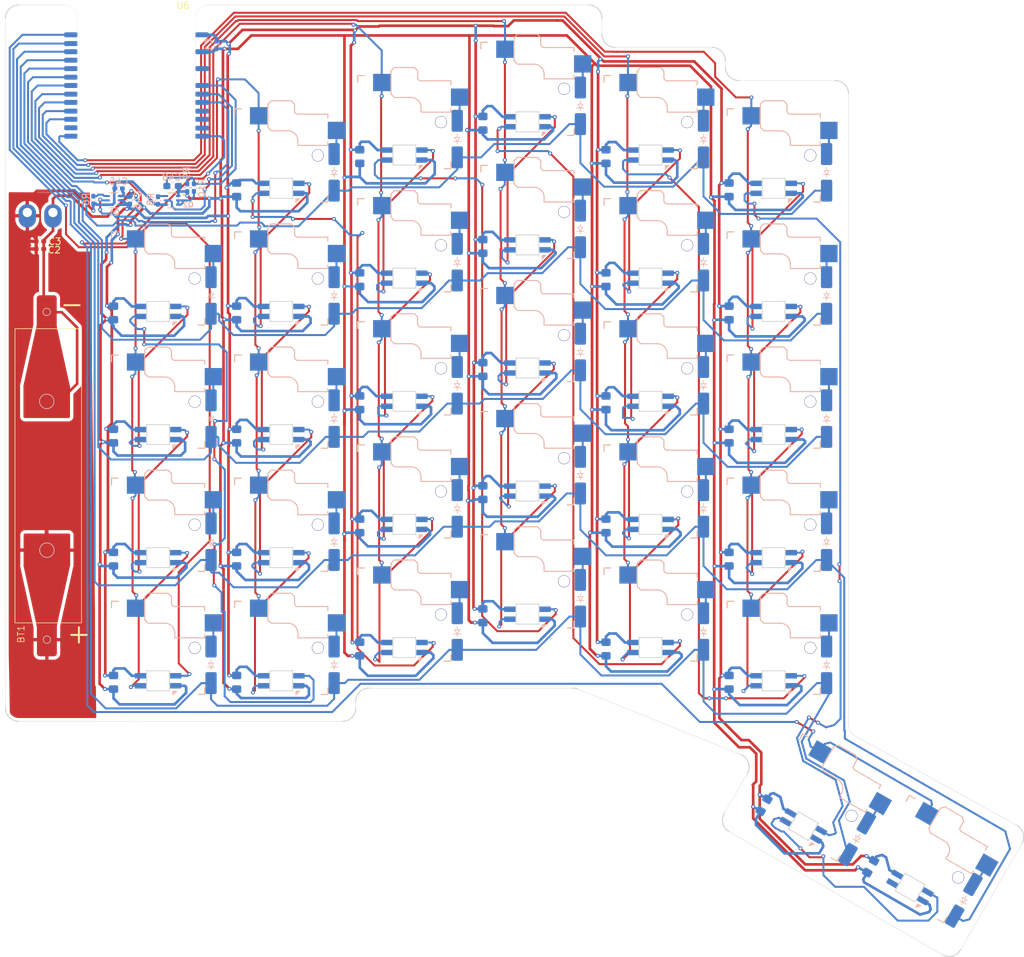
<source format=kicad_pcb>
(kicad_pcb (version 20241229) (generator "pcbnew") (generator_version "9.0")
  (layers (0 "F.Cu" signal) (2 "B.Cu" signal) (13 "F.Paste" user) (15 "B.Paste" user) (5 "F.SilkS" user "F.Silkscreen") (7 "B.SilkS" user "B.Silkscreen") (1 "F.Mask" user) (3 "B.Mask" user) (25 "Edge.Cuts" user))
  (net 0 "")
  (net 1 "GND")
  (net 2 "r1")
  (net 3 "r2")
  (net 4 "r3")
  (net 5 "r4")
  (net 6 "r5")
  (net 7 "LED")
  (net 8 "VCC")
  (net 9 "+BATT")
  (net 10 "BAT_MEAS_ADC")
  (net 11 "Net-(Q1-Pad6)")
  (net 12 "LED_EN")
  (net 13 "Net-(Q2-Pad2)")
  (net 14 "BAT_MEAS_EN")
  (net 15 "Net-(Q2-Pad6)")
  (net 16 "Net-(S1B-A)")
  (net 17 "Net-(S1C-DOUT)")
  (net 18 "Net-(S2B-A)")
  (net 19 "Net-(S2C-DOUT)")
  (net 20 "Net-(S3B-A)")
  (net 21 "Net-(S3C-DOUT)")
  (net 22 "Net-(S4C-DOUT)")
  (net 23 "Net-(S4B-A)")
  (net 24 "Net-(S5C-DOUT)")
  (net 25 "Net-(S5B-A)")
  (net 26 "Net-(S6C-DOUT)")
  (net 27 "Net-(S6B-A)")
  (net 28 "Net-(S7B-A)")
  (net 29 "c1")
  (net 30 "c2")
  (net 31 "c3")
  (net 32 "c4")
  (net 33 "c5")
  (net 34 "c6")
  (net 35 "c7")
  (net 36 "Net-(S7C-DOUT)")
  (net 37 "Net-(S8B-A)")
  (net 38 "Net-(S8C-DOUT)")
  (net 39 "Net-(S10C-DIN)")
  (net 40 "Net-(S9B-A)")
  (net 41 "Net-(S10B-A)")
  (net 42 "Net-(S10C-DOUT)")
  (net 43 "Net-(S11B-A)")
  (net 44 "Net-(S11C-DOUT)")
  (net 45 "Net-(S12C-DOUT)")
  (net 46 "Net-(S12B-A)")
  (net 47 "Net-(S13B-A)")
  (net 48 "Net-(S13C-DOUT)")
  (net 49 "Net-(S14B-A)")
  (net 50 "Net-(S14C-DOUT)")
  (net 51 "Net-(S15B-A)")
  (net 52 "Net-(S15C-DOUT)")
  (net 53 "Net-(S16B-A)")
  (net 54 "Net-(S16C-DOUT)")
  (net 55 "Net-(S17B-A)")
  (net 56 "Net-(S17C-DOUT)")
  (net 57 "Net-(S18B-A)")
  (net 58 "Net-(S18C-DOUT)")
  (net 59 "Net-(S19B-A)")
  (net 60 "Net-(S19C-DOUT)")
  (net 61 "Net-(S20B-A)")
  (net 62 "Net-(S20C-DOUT)")
  (net 63 "Net-(S21B-A)")
  (net 64 "Net-(S21C-DOUT)")
  (net 65 "Net-(S22B-A)")
  (net 66 "Net-(S22C-DOUT)")
  (net 67 "Net-(S23B-A)")
  (net 68 "Net-(S23C-DOUT)")
  (net 69 "Net-(S24C-DOUT)")
  (net 70 "Net-(S24B-A)")
  (net 71 "Net-(S25C-DOUT)")
  (net 72 "Net-(S25B-A)")
  (net 73 "Net-(S26B-A)")
  (net 74 "Net-(S26C-DOUT)")
  (net 75 "Net-(S27B-A)")
  (net 76 "Net-(S27C-DOUT)")
  (net 77 "Net-(S28C-DOUT)")
  (net 78 "Net-(S28B-A)")
  (net 79 "Net-(S29B-A)")
  (net 80 "Net-(S29C-DOUT)")
  (net 81 "Net-(S30B-A)")
  (net 82 "Net-(S30C-DOUT)")
  (net 83 "Net-(S31B-A)")
  (footprint "Pia_Lib:Kailh_Low-Profile-Switch_17mm_one Side" (layer "F.Cu") (at 65.241883 89.844494)
    (property "Reference" "S3" (hide yes))
    (property "Value" "~")
    (fp_line (start -1.7 3.45) (end 1.7 3.45) (stroke (width 0.12)) (layer "Edge.Cuts"))
    (fp_line (start -1.7 6.45) (end -1.7 3.45) (stroke (width 0.12)) (layer "Edge.Cuts"))
    (fp_line (start 1.7 3.45) (end 1.7 6.45) (stroke (width 0.12)) (layer "Edge.Cuts"))
    (fp_line (start 1.7 6.45) (end -1.7 6.45) (stroke (width 0.12)) (layer "Edge.Cuts"))
  )
  (footprint "Pia_Lib:Kailh_Low-Profile-Switch_17mm_one Side" (layer "F.Cu") (at 120.741883 116.844494)
    (property "Reference" "S15" (hide yes))
    (property "Value" "~")
    (fp_line (start -1.7 3.45) (end 1.7 3.45) (stroke (width 0.12)) (layer "Edge.Cuts"))
    (fp_line (start -1.7 6.45) (end -1.7 3.45) (stroke (width 0.12)) (layer "Edge.Cuts"))
    (fp_line (start 1.7 3.45) (end 1.7 6.45) (stroke (width 0.12)) (layer "Edge.Cuts"))
    (fp_line (start 1.7 6.45) (end -1.7 6.45) (stroke (width 0.12)) (layer "Edge.Cuts"))
  )
  (footprint "Pia_Lib:Kailh_Low-Profile-Switch_17mm_one Side" (layer "F.Cu") (at 102.241883 47.844494)
    (property "Reference" "S14" (hide yes))
    (property "Value" "~")
    (fp_line (start -1.7 3.45) (end 1.7 3.45) (stroke (width 0.12)) (layer "Edge.Cuts"))
    (fp_line (start -1.7 6.45) (end -1.7 3.45) (stroke (width 0.12)) (layer "Edge.Cuts"))
    (fp_line (start 1.7 3.45) (end 1.7 6.45) (stroke (width 0.12)) (layer "Edge.Cuts"))
    (fp_line (start 1.7 6.45) (end -1.7 6.45) (stroke (width 0.12)) (layer "Edge.Cuts"))
  )
  (footprint "Pia_Lib:Kailh_Low-Profile-Switch_17mm_one Side" (layer "F.Cu") (at 157.741884 52.844499)
    (property "Reference" "S29" (hide yes))
    (property "Value" "~")
    (fp_line (start -1.7 3.45) (end 1.7 3.45) (stroke (width 0.12)) (layer "Edge.Cuts"))
    (fp_line (start -1.7 6.45) (end -1.7 3.45) (stroke (width 0.12)) (layer "Edge.Cuts"))
    (fp_line (start 1.7 3.45) (end 1.7 6.45) (stroke (width 0.12)) (layer "Edge.Cuts"))
    (fp_line (start 1.7 6.45) (end -1.7 6.45) (stroke (width 0.12)) (layer "Edge.Cuts"))
  )
  (footprint "Pia_Lib:Kailh_Low-Profile-Switch_17mm_one Side" (layer "F.Cu") (at 157.741883 71.344494)
    (property "Reference" "S28" (hide yes))
    (property "Value" "~")
    (fp_line (start -1.7 3.45) (end 1.7 3.45) (stroke (width 0.12)) (layer "Edge.Cuts"))
    (fp_line (start -1.7 6.45) (end -1.7 3.45) (stroke (width 0.12)) (layer "Edge.Cuts"))
    (fp_line (start 1.7 3.45) (end 1.7 6.45) (stroke (width 0.12)) (layer "Edge.Cuts"))
    (fp_line (start 1.7 6.45) (end -1.7 6.45) (stroke (width 0.12)) (layer "Edge.Cuts"))
  )
  (footprint "Pia_Lib:Kailh_Low-Profile-Switch_17mm_one Side" (layer "F.Cu") (at 83.741883 52.844494)
    (property "Reference" "S9" (hide yes))
    (property "Value" "~")
    (fp_line (start -1.7 3.45) (end 1.7 3.45) (stroke (width 0.12)) (layer "Edge.Cuts"))
    (fp_line (start -1.7 6.45) (end -1.7 3.45) (stroke (width 0.12)) (layer "Edge.Cuts"))
    (fp_line (start 1.7 3.45) (end 1.7 6.45) (stroke (width 0.12)) (layer "Edge.Cuts"))
    (fp_line (start 1.7 6.45) (end -1.7 6.45) (stroke (width 0.12)) (layer "Edge.Cuts"))
  )
  (footprint "Capacitor_SMD:C_0402_1005Metric_Pad0.74x0.62mm_HandSolder" (layer "F.Cu") (at 47.481883 65.754494)
    (property "Reference" "C3")
    (property "Value" "100n")
  )
  (footprint "Pia_Lib:Kailh_Low-Profile-Switch_17mm_one Side" (layer "F.Cu") (at 102.241883 103.344494)
    (property "Reference" "S11" (hide yes))
    (property "Value" "~")
    (fp_line (start -1.7 3.45) (end 1.7 3.45) (stroke (width 0.12)) (layer "Edge.Cuts"))
    (fp_line (start -1.7 6.45) (end -1.7 3.45) (stroke (width 0.12)) (layer "Edge.Cuts"))
    (fp_line (start 1.7 3.45) (end 1.7 6.45) (stroke (width 0.12)) (layer "Edge.Cuts"))
    (fp_line (start 1.7 6.45) (end -1.7 6.45) (stroke (width 0.12)) (layer "Edge.Cuts"))
  )
  (footprint "Pia_Lib:Kailh_Low-Profile-Switch_17mm_one Side" (layer "F.Cu") (at 180.700852 158.594496 -30)
    (property "Reference" "S31" (hide yes))
    (property "Value" "~")
    (fp_line (start -1.7 6.45) (end -1.7 3.45) (stroke (width 0.12)) (layer "Edge.Cuts"))
    (fp_line (start -1.7 3.45) (end 1.7 3.45) (stroke (width 0.12)) (layer "Edge.Cuts"))
    (fp_line (start 1.7 6.45) (end -1.7 6.45) (stroke (width 0.12)) (layer "Edge.Cuts"))
    (fp_line (start 1.7 3.45) (end 1.7 6.45) (stroke (width 0.12)) (layer "Edge.Cuts"))
  )
  (footprint "Pia_Lib:Kailh_Low-Profile-Switch_17mm_one Side" (layer "F.Cu") (at 139.241883 47.844494)
    (property "Reference" "S24" (hide yes))
    (property "Value" "~")
    (fp_line (start -1.7 3.45) (end 1.7 3.45) (stroke (width 0.12)) (layer "Edge.Cuts"))
    (fp_line (start -1.7 6.45) (end -1.7 3.45) (stroke (width 0.12)) (layer "Edge.Cuts"))
    (fp_line (start 1.7 3.45) (end 1.7 6.45) (stroke (width 0.12)) (layer "Edge.Cuts"))
    (fp_line (start 1.7 6.45) (end -1.7 6.45) (stroke (width 0.12)) (layer "Edge.Cuts"))
  )
  (footprint "Pia_Lib:Kailh_Low-Profile-Switch_17mm_one Side" (layer "F.Cu") (at 120.741883 42.844494)
    (property "Reference" "S19" (hide yes))
    (property "Value" "~")
    (fp_line (start -1.7 3.45) (end 1.7 3.45) (stroke (width 0.12)) (layer "Edge.Cuts"))
    (fp_line (start -1.7 6.45) (end -1.7 3.45) (stroke (width 0.12)) (layer "Edge.Cuts"))
    (fp_line (start 1.7 3.45) (end 1.7 6.45) (stroke (width 0.12)) (layer "Edge.Cuts"))
    (fp_line (start 1.7 6.45) (end -1.7 6.45) (stroke (width 0.12)) (layer "Edge.Cuts"))
  )
  (footprint "Pia_Lib:Kailh_Low-Profile-Switch_17mm_one Side" (layer "F.Cu") (at 83.741883 108.344494)
    (property "Reference" "S6" (hide yes))
    (property "Value" "~")
    (fp_line (start -1.7 3.45) (end 1.7 3.45) (stroke (width 0.12)) (layer "Edge.Cuts"))
    (fp_line (start -1.7 6.45) (end -1.7 3.45) (stroke (width 0.12)) (layer "Edge.Cuts"))
    (fp_line (start 1.7 3.45) (end 1.7 6.45) (stroke (width 0.12)) (layer "Edge.Cuts"))
    (fp_line (start 1.7 6.45) (end -1.7 6.45) (stroke (width 0.12)) (layer "Edge.Cuts"))
  )
  (footprint "Pia_Lib:Kailh_Low-Profile-Switch_17mm_one Side" (layer "F.Cu") (at 120.741883 61.344494)
    (property "Reference" "S18" (hide yes))
    (property "Value" "~")
    (fp_line (start -1.7 3.45) (end 1.7 3.45) (stroke (width 0.12)) (layer "Edge.Cuts"))
    (fp_line (start -1.7 6.45) (end -1.7 3.45) (stroke (width 0.12)) (layer "Edge.Cuts"))
    (fp_line (start 1.7 3.45) (end 1.7 6.45) (stroke (width 0.12)) (layer "Edge.Cuts"))
    (fp_line (start 1.7 6.45) (end -1.7 6.45) (stroke (width 0.12)) (layer "Edge.Cuts"))
  )
  (footprint "Pia_Lib:Kailh_Low-Profile-Switch_17mm_one Side" (layer "F.Cu") (at 83.741883 89.844494)
    (property "Reference" "S7" (hide yes))
    (property "Value" "~")
    (fp_line (start -1.7 3.45) (end 1.7 3.45) (stroke (width 0.12)) (layer "Edge.Cuts"))
    (fp_line (start -1.7 6.45) (end -1.7 3.45) (stroke (width 0.12)) (layer "Edge.Cuts"))
    (fp_line (start 1.7 3.45) (end 1.7 6.45) (stroke (width 0.12)) (layer "Edge.Cuts"))
    (fp_line (start 1.7 6.45) (end -1.7 6.45) (stroke (width 0.12)) (layer "Edge.Cuts"))
  )
  (footprint "Pia_Lib:Kailh_Low-Profile-Switch_17mm_one Side" (layer "F.Cu") (at 120.741883 98.344494)
    (property "Reference" "S16" (hide yes))
    (property "Value" "~")
    (fp_line (start -1.7 3.45) (end 1.7 3.45) (stroke (width 0.12)) (layer "Edge.Cuts"))
    (fp_line (start -1.7 6.45) (end -1.7 3.45) (stroke (width 0.12)) (layer "Edge.Cuts"))
    (fp_line (start 1.7 3.45) (end 1.7 6.45) (stroke (width 0.12)) (layer "Edge.Cuts"))
    (fp_line (start 1.7 6.45) (end -1.7 6.45) (stroke (width 0.12)) (layer "Edge.Cuts"))
  )
  (footprint "Pia_Lib:Kailh_Low-Profile-Switch_17mm_one Side" (layer "F.Cu") (at 164.679382 149.344496 -30)
    (property "Reference" "S30" (hide yes))
    (property "Value" "~")
    (fp_line (start -1.7 6.45) (end -1.7 3.45) (stroke (width 0.12)) (layer "Edge.Cuts"))
    (fp_line (start -1.7 3.45) (end 1.7 3.45) (stroke (width 0.12)) (layer "Edge.Cuts"))
    (fp_line (start 1.7 6.45) (end -1.7 6.45) (stroke (width 0.12)) (layer "Edge.Cuts"))
    (fp_line (start 1.7 3.45) (end 1.7 6.45) (stroke (width 0.12)) (layer "Edge.Cuts"))
  )
  (footprint "Capacitor_SMD:C_0402_1005Metric_Pad0.74x0.62mm_HandSolder" (layer "F.Cu") (at 47.481883 66.914494)
    (property "Reference" "C2")
    (property "Value" "1u")
  )
  (footprint "Pia_Lib:Kailh_Low-Profile-Switch_17mm_one Side" (layer "F.Cu") (at 102.241883 121.844494)
    (property "Reference" "S10" (hide yes))
    (property "Value" "~")
    (fp_line (start -1.7 3.45) (end 1.7 3.45) (stroke (width 0.12)) (layer "Edge.Cuts"))
    (fp_line (start -1.7 6.45) (end -1.7 3.45) (stroke (width 0.12)) (layer "Edge.Cuts"))
    (fp_line (start 1.7 3.45) (end 1.7 6.45) (stroke (width 0.12)) (layer "Edge.Cuts"))
    (fp_line (start 1.7 6.45) (end -1.7 6.45) (stroke (width 0.12)) (layer "Edge.Cuts"))
  )
  (footprint "Pia_Lib:Kailh_Low-Profile-Switch_17mm_one Side" (layer "F.Cu") (at 65.241883 108.344494)
    (property "Reference" "S2" (hide yes))
    (property "Value" "~")
    (fp_line (start -1.7 3.45) (end 1.7 3.45) (stroke (width 0.12)) (layer "Edge.Cuts"))
    (fp_line (start -1.7 6.45) (end -1.7 3.45) (stroke (width 0.12)) (layer "Edge.Cuts"))
    (fp_line (start 1.7 3.45) (end 1.7 6.45) (stroke (width 0.12)) (layer "Edge.Cuts"))
    (fp_line (start 1.7 6.45) (end -1.7 6.45) (stroke (width 0.12)) (layer "Edge.Cuts"))
  )
  (footprint "Pia_Lib:Kailh_Low-Profile-Switch_17mm_one Side" (layer "F.Cu") (at 102.241883 66.344494)
    (property "Reference" "S13" (hide yes))
    (property "Value" "~")
    (fp_line (start -1.7 3.45) (end 1.7 3.45) (stroke (width 0.12)) (layer "Edge.Cuts"))
    (fp_line (start -1.7 6.45) (end -1.7 3.45) (stroke (width 0.12)) (layer "Edge.Cuts"))
    (fp_line (start 1.7 3.45) (end 1.7 6.45) (stroke (width 0.12)) (layer "Edge.Cuts"))
    (fp_line (start 1.7 6.45) (end -1.7 6.45) (stroke (width 0.12)) (layer "Edge.Cuts"))
  )
  (footprint "Pia_Lib:Kailh_Low-Profile-Switch_17mm_one Side" (layer "F.Cu") (at 102.241883 84.844494)
    (property "Reference" "S12" (hide yes))
    (property "Value" "~")
    (fp_line (start -1.7 3.45) (end 1.7 3.45) (stroke (width 0.12)) (layer "Edge.Cuts"))
    (fp_line (start -1.7 6.45) (end -1.7 3.45) (stroke (width 0.12)) (layer "Edge.Cuts"))
    (fp_line (start 1.7 3.45) (end 1.7 6.45) (stroke (width 0.12)) (layer "Edge.Cuts"))
    (fp_line (start 1.7 6.45) (end -1.7 6.45) (stroke (width 0.12)) (layer "Edge.Cuts"))
  )
  (footprint "Pia_Lib:Kailh_Low-Profile-Switch_17mm_one Side" (layer "F.Cu") (at 139.241883 66.344494)
    (property "Reference" "S23" (hide yes))
    (property "Value" "~")
    (fp_line (start -1.7 3.45) (end 1.7 3.45) (stroke (width 0.12)) (layer "Edge.Cuts"))
    (fp_line (start -1.7 6.45) (end -1.7 3.45) (stroke (width 0.12)) (layer "Edge.Cuts"))
    (fp_line (start 1.7 3.45) (end 1.7 6.45) (stroke (width 0.12)) (layer "Edge.Cuts"))
    (fp_line (start 1.7 6.45) (end -1.7 6.45) (stroke (width 0.12)) (layer "Edge.Cuts"))
  )
  (footprint "Pia_Lib:Batteriehalter AAA_Metall" (layer "F.Cu") (at 48.529383 123.564732 90)
    (property "Reference" "BT1")
    (property "Value" "Battery_Cell")
    (fp_circle (center 47.2 -0.025) (end 47.25 0.525) (stroke (width 0.1)) (fill no) (layer "Edge.Cuts"))
    (fp_circle (center 33.75 -0.025) (end 34.842016 -0.025) (stroke (width 0.1)) (fill no) (layer "Edge.Cuts"))
    (fp_circle (center 11.4 0) (end 10.307984 0) (stroke (width 0.1)) (fill no) (layer "Edge.Cuts"))
    (fp_circle (center -2.05 0) (end -2.1 -0.55) (stroke (width 0.1)) (fill no) (layer "Edge.Cuts"))
  )
  (footprint "Pia_Lib:MCU_Seeed_nRF52840" (layer "F.Cu") (at 61.981883 42.344494)
    (property "Reference" "U6")
    (property "Value" "XIAO-NRF82840-Plus")
    (fp_line (start -8.9 8.595001) (end -8.9 -10.2) (stroke (width 0.0254)) (layer "Edge.Cuts"))
    (fp_line (start -6.994999 10.5) (end 6.975 10.499999) (stroke (width 0.0254)) (layer "Edge.Cuts"))
    (fp_line (start 8.879998 8.595) (end 8.879998 -10.2) (stroke (width 0.0254)) (layer "Edge.Cuts"))
    (fp_arc (start -10.805 -12.105) (mid -9.457962 -11.547038) (end -8.9 -10.2) (stroke (width 0.0254)) (layer "Edge.Cuts"))
    (fp_arc (start -6.994999 10.5) (mid -8.342038 9.942038) (end -8.9 8.595) (stroke (width 0.0254)) (layer "Edge.Cuts"))
    (fp_arc (start 8.879998 -10.2) (mid 9.437959 -11.547039) (end 10.784998 -12.105) (stroke (width 0.0254)) (layer "Edge.Cuts"))
    (fp_arc (start 8.88 8.595) (mid 8.322038 9.942038) (end 6.975 10.499999) (stroke (width 0.0254)) (layer "Edge.Cuts"))
  )
  (footprint "Pia_Lib:Kailh_Low-Profile-Switch_17mm_one Side" (layer "F.Cu") (at 120.741883 79.844494)
    (property "Reference" "S17" (hide yes))
    (property "Value" "~")
    (fp_line (start -1.7 3.45) (end 1.7 3.45) (stroke (width 0.12)) (layer "Edge.Cuts"))
    (fp_line (start -1.7 6.45) (end -1.7 3.45) (stroke (width 0.12)) (layer "Edge.Cuts"))
    (fp_line (start 1.7 3.45) (end 1.7 6.45) (stroke (width 0.12)) (layer "Edge.Cuts"))
    (fp_line (start 1.7 6.45) (end -1.7 6.45) (stroke (width 0.12)) (layer "Edge.Cuts"))
  )
  (footprint "Pia_Lib:Kailh_Low-Profile-Switch_17mm_one Side" (layer "F.Cu") (at 157.741883 126.844494)
    (property "Reference" "S25" (hide yes))
    (property "Value" "~")
    (fp_line (start -1.7 3.45) (end 1.7 3.45) (stroke (width 0.12)) (layer "Edge.Cuts"))
    (fp_line (start -1.7 6.45) (end -1.7 3.45) (stroke (width 0.12)) (layer "Edge.Cuts"))
    (fp_line (start 1.7 3.45) (end 1.7 6.45) (stroke (width 0.12)) (layer "Edge.Cuts"))
    (fp_line (start 1.7 6.45) (end -1.7 6.45) (stroke (width 0.12)) (layer "Edge.Cuts"))
  )
  (footprint "Pia_Lib:Kailh_Low-Profile-Switch_17mm_one Side" (layer "F.Cu") (at 83.741883 71.344494)
    (property "Reference" "S8" (hide yes))
    (property "Value" "~")
    (fp_line (start -1.7 3.45) (end 1.7 3.45) (stroke (width 0.12)) (layer "Edge.Cuts"))
    (fp_line (start -1.7 6.45) (end -1.7 3.45) (stroke (width 0.12)) (layer "Edge.Cuts"))
    (fp_line (start 1.7 3.45) (end 1.7 6.45) (stroke (width 0.12)) (layer "Edge.Cuts"))
    (fp_line (start 1.7 6.45) (end -1.7 6.45) (stroke (width 0.12)) (layer "Edge.Cuts"))
  )
  (footprint "Pia_Lib:Kailh_Low-Profile-Switch_17mm_one Side" (layer "F.Cu") (at 157.741883 108.344494)
    (property "Reference" "S26" (hide yes))
    (property "Value" "~")
    (fp_line (start -1.7 3.45) (end 1.7 3.45) (stroke (width 0.12)) (layer "Edge.Cuts"))
    (fp_line (start -1.7 6.45) (end -1.7 3.45) (stroke (width 0.12)) (layer "Edge.Cuts"))
    (fp_line (start 1.7 3.45) (end 1.7 6.45) (stroke (width 0.12)) (layer "Edge.Cuts"))
    (fp_line (start 1.7 6.45) (end -1.7 6.45) (stroke (width 0.12)) (layer "Edge.Cuts"))
  )
  (footprint "Pia_Lib:Kailh_Low-Profile-Switch_17mm_one Side" (layer "F.Cu") (at 83.741883 126.844494)
    (property "Reference" "S5" (hide yes))
    (property "Value" "~")
    (fp_line (start -1.7 3.45) (end 1.7 3.45) (stroke (width 0.12)) (layer "Edge.Cuts"))
    (fp_line (start -1.7 6.45) (end -1.7 3.45) (stroke (width 0.12)) (layer "Edge.Cuts"))
    (fp_line (start 1.7 3.45) (end 1.7 6.45) (stroke (width 0.12)) (layer "Edge.Cuts"))
    (fp_line (start 1.7 6.45) (end -1.7 6.45) (stroke (width 0.12)) (layer "Edge.Cuts"))
  )
  (footprint "Pia_Lib:Kailh_Low-Profile-Switch_17mm_one Side" (layer "F.Cu") (at 65.241883 71.344494)
    (property "Reference" "S4" (hide yes))
    (property "Value" "~")
    (fp_line (start -1.7 3.45) (end 1.7 3.45) (stroke (width 0.12)) (layer "Edge.Cuts"))
    (fp_line (start -1.7 6.45) (end -1.7 3.45) (stroke (width 0.12)) (layer "Edge.Cuts"))
    (fp_line (start 1.7 3.45) (end 1.7 6.45) (stroke (width 0.12)) (layer "Edge.Cuts"))
    (fp_line (start 1.7 6.45) (end -1.7 6.45) (stroke (width 0.12)) (layer "Edge.Cuts"))
  )
  (footprint "Pia_Lib:Kailh_Low-Profile-Switch_17mm_one Side" (layer "F.Cu") (at 157.741883 89.844494)
    (property "Reference" "S27" (hide yes))
    (property "Value" "~")
    (fp_line (start -1.7 3.45) (end 1.7 3.45) (stroke (width 0.12)) (layer "Edge.Cuts"))
    (fp_line (start -1.7 6.45) (end -1.7 3.45) (stroke (width 0.12)) (layer "Edge.Cuts"))
    (fp_line (start 1.7 3.45) (end 1.7 6.45) (stroke (width 0.12)) (layer "Edge.Cuts"))
    (fp_line (start 1.7 6.45) (end -1.7 6.45) (stroke (width 0.12)) (layer "Edge.Cuts"))
  )
  (footprint "Pia_Lib:Kailh_Low-Profile-Switch_17mm_one Side" (layer "F.Cu") (at 65.241883 126.844494)
    (property "Reference" "S1" (hide yes))
    (property "Value" "~")
    (fp_line (start -1.7 3.45) (end 1.7 3.45) (stroke (width 0.12)) (layer "Edge.Cuts"))
    (fp_line (start -1.7 6.45) (end -1.7 3.45) (stroke (width 0.12)) (layer "Edge.Cuts"))
    (fp_line (start 1.7 3.45) (end 1.7 6.45) (stroke (width 0.12)) (layer "Edge.Cuts"))
    (fp_line (start 1.7 6.45) (end -1.7 6.45) (stroke (width 0.12)) (layer "Edge.Cuts"))
  )
  (footprint "Pia_Lib:Kailh_Low-Profile-Switch_17mm_one Side" (layer "F.Cu") (at 139.241883 103.344494)
    (property "Reference" "S21" (hide yes))
    (property "Value" "~")
    (fp_line (start -1.7 3.45) (end 1.7 3.45) (stroke (width 0.12)) (layer "Edge.Cuts"))
    (fp_line (start -1.7 6.45) (end -1.7 3.45) (stroke (width 0.12)) (layer "Edge.Cuts"))
    (fp_line (start 1.7 3.45) (end 1.7 6.45) (stroke (width 0.12)) (layer "Edge.Cuts"))
    (fp_line (start 1.7 6.45) (end -1.7 6.45) (stroke (width 0.12)) (layer "Edge.Cuts"))
  )
  (footprint "Pia_Lib:Kailh_Low-Profile-Switch_17mm_one Side" (layer "F.Cu") (at 139.241883 84.844494)
    (property "Reference" "S22" (hide yes))
    (property "Value" "~")
    (fp_line (start -1.7 3.45) (end 1.7 3.45) (stroke (width 0.12)) (layer "Edge.Cuts"))
    (fp_line (start -1.7 6.45) (end -1.7 3.45) (stroke (width 0.12)) (layer "Edge.Cuts"))
    (fp_line (start 1.7 3.45) (end 1.7 6.45) (stroke (width 0.12)) (layer "Edge.Cuts"))
    (fp_line (start 1.7 6.45) (end -1.7 6.45) (stroke (width 0.12)) (layer "Edge.Cuts"))
  )
  (footprint "Pia_Lib:Kailh_Low-Profile-Switch_17mm_one Side" (layer "F.Cu") (at 139.241883 121.844494)
    (property "Reference" "S20" (hide yes))
    (property "Value" "~")
    (fp_line (start -1.7 3.45) (end 1.7 3.45) (stroke (width 0.12)) (layer "Edge.Cuts"))
    (fp_line (start -1.7 6.45) (end -1.7 3.45) (stroke (width 0.12)) (layer "Edge.Cuts"))
    (fp_line (start 1.7 3.45) (end 1.7 6.45) (stroke (width 0.12)) (layer "Edge.Cuts"))
    (fp_line (start 1.7 6.45) (end -1.7 6.45) (stroke (width 0.12)) (layer "Edge.Cuts"))
  )
  (footprint "Capacitor_SMD:C_0402_1005Metric_Pad0.74x0.62mm_HandSolder" (layer "B.Cu") (at 61.021883 59.574494 90)
    (property "Reference" "C46")
    (property "Value" "100n")
  )
  (footprint "Pia_Lib:TRANS_NTJD1155LT1G" (layer "B.Cu") (at 67.341884 59.604494 180)
    (property "Reference" "Q2")
    (property "Value" "NTJD1155LT1G")
  )
  (footprint "Capacitor_SMD:C_0402_1005Metric_Pad0.74x0.62mm_HandSolder" (layer "B.Cu") (at 70.621884 57.686994 90)
    (property "Reference" "R10")
    (property "Value" "100K")
  )
  (footprint "RT-Library:Testpoint-pad" (layer "B.Cu") (at 49.541883 62.384494 -90)
    (property "Reference" "J2" (hide yes))
    (property "Value" "Conn_01x01_Pin")
  )
  (footprint "Capacitor_SMD:C_0402_1005Metric_Pad0.74x0.62mm_HandSolder" (layer "B.Cu") (at 69.621884 57.704493 -90)
    (property "Reference" "R9")
    (property "Value" "10K")
  )
  (footprint "Pia_Lib:TRANS_NTJD1155LT1G" (layer "B.Cu") (at 58.581884 59.604493 180)
    (property "Reference" "Q1")
    (property "Value" "NTJD1155LT1G")
  )
  (footprint "Capacitor_SMD:C_0402_1005Metric_Pad0.74x0.62mm_HandSolder" (layer "B.Cu") (at 73.991883 36.254494 -90)
    (property "Reference" "C1")
    (property "Value" "100n")
  )
  (footprint "Capacitor_SMD:C_0603_1608Metric_Pad1.08x0.95mm_HandSolder" (layer "B.Cu") (at 67.421884 57.454496)
    (property "Reference" "C48")
    (property "Value" "10u")
  )
  (footprint "Capacitor_SMD:C_0402_1005Metric_Pad0.74x0.62mm_HandSolder" (layer "B.Cu") (at 59.301884 57.804493)
    (property "Reference" "C45")
    (property "Value" "100n")
  )
  (footprint "RT-Library:Testpoint-pad" (layer "B.Cu") (at 45.681883 62.374494 -90)
    (property "Reference" "J1" (hide yes))
    (property "Value" "Conn_01x01_Pin")
  )
  (footprint "Capacitor_SMD:C_0402_1005Metric_Pad0.74x0.62mm_HandSolder" (layer "B.Cu") (at 65.221884 59.622004 90)
    (property "Reference" "R8")
    (property "Value" "10K")
  )
  (footprint "Capacitor_SMD:C_0402_1005Metric_Pad0.74x0.62mm_HandSolder" (layer "B.Cu") (at 55.501884 59.554494 90)
    (property "Reference" "R6")
    (property "Value" "10K")
  )
  (gr_line (start 96.937833 132.899233) (end 127.5579 132.899278) (stroke (width 0.05)) (layer "Edge.Cuts"))
  (gr_arc (start 148.464859 36.621889) (mid 149.896519 37.197963) (end 150.491883 38.621704) (stroke (width 0.15)) (layer "Edge.Cuts"))
  (gr_arc (start 94.937833 135.899278) (mid 94.352056 137.313517) (end 92.937833 137.899279) (stroke (width 0.15)) (layer "Edge.Cuts"))
  (gr_line (start 170.05369 140.130347) (end 194.238808 153.504772) (stroke (width 0.05)) (layer "Edge.Cuts"))
  (gr_arc (start 151.043648 154.46228) (mid 150.111778 153.247883) (end 150.311597 151.730229) (stroke (width 0.15)) (layer "Edge.Cuts"))
  (gr_arc (start 185.818639 172.230236) (mid 184.604224 173.162065) (end 183.086588 172.962281) (stroke (width 0.15)) (layer "Edge.Cuts"))
  (gr_line (start 44.29195 137.894494) (end 92.937833 137.899279) (stroke (width 0.05)) (layer "Edge.Cuts"))
  (gr_arc (start 152.778082 142.868337) (mid 153.932639 144.069874) (end 153.776462 145.728907) (stroke (width 0.15)) (layer "Edge.Cuts"))
  (gr_arc (start 42.291883 32.244491) (mid 42.877672 30.830277) (end 44.291883 30.244494) (stroke (width 0.15)) (layer "Edge.Cuts"))
  (gr_line (start 42.291883 32.244491) (end 42.291883 135.89443) (stroke (width 0.05)) (layer "Edge.Cuts"))
  (gr_arc (start 170.05369 140.130348) (mid 169.277777 139.394494) (end 168.991882 138.364059) (stroke (width 0.05)) (layer "Edge.Cuts"))
  (gr_line (start 129.937832 30.244497) (end 72.766881 30.239494) (stroke (width 0.05)) (layer "Edge.Cuts"))
  (gr_line (start 150.491883 38.628024) (end 150.491883 39.594494) (stroke (width 0.05)) (layer "Edge.Cuts"))
  (gr_arc (start 166.991883 41.594496) (mid 168.406109 42.180276) (end 168.991883 43.594495) (stroke (width 0.15)) (layer "Edge.Cuts"))
  (gr_line (start 51.1769 30.239494) (end 44.291883 30.244484) (stroke (width 0.05)) (layer "Edge.Cuts"))
  (gr_line (start 195.032762 156.271062) (end 185.818639 172.230234) (stroke (width 0.05)) (layer "Edge.Cuts"))
  (gr_arc (start 94.937832 134.89928) (mid 95.523628 133.485091) (end 96.937833 132.899278) (stroke (width 0.15)) (layer "Edge.Cuts"))
  (gr_arc (start 129.937832 30.244497) (mid 131.352091 30.830258) (end 131.937833 32.244494) (stroke (width 0.15)) (layer "Edge.Cuts"))
  (gr_arc (start 194.23881 153.504772) (mid 195.223039 154.719386) (end 195.032668 156.271062) (stroke (width 0.15)) (layer "Edge.Cuts"))
  (gr_line (start 150.311597 151.730116) (end 153.776462 145.728907) (stroke (width 0.05)) (layer "Edge.Cuts"))
  (gr_line (start 128.291456 133.038712) (end 152.778082 142.868338) (stroke (width 0.05)) (layer "Edge.Cuts"))
  (gr_line (start 168.991846 138.364059) (end 168.991883 43.603665) (stroke (width 0.05)) (layer "Edge.Cuts"))
  (gr_arc (start 152.491882 41.594496) (mid 151.077681 41.008702) (end 150.491883 39.594494) (stroke (width 0.15)) (layer "Edge.Cuts"))
  (gr_line (start 131.937902 32.244494) (end 131.937834 34.622) (stroke (width 0.05)) (layer "Edge.Cuts"))
  (gr_arc (start 127.557749 132.899278) (mid 127.931153 132.934436) (end 128.291419 133.038712) (stroke (width 0.15)) (layer "Edge.Cuts"))
  (gr_arc (start 44.291883 137.894494) (mid 42.877649 137.308704) (end 42.291883 135.894488) (stroke (width 0.15)) (layer "Edge.Cuts"))
  (gr_line (start 133.964858 36.621885) (end 148.464859 36.621889) (stroke (width 0.05)) (layer "Edge.Cuts"))
  (gr_line (start 94.937833 134.89928) (end 94.937833 135.899278) (stroke (width 0.05)) (layer "Edge.Cuts"))
  (gr_line (start 152.4919 41.594496) (end 166.9919 41.594496) (stroke (width 0.05)) (layer "Edge.Cuts"))
  (gr_arc (start 133.964858 36.621886) (mid 132.533229 36.045788) (end 131.937834 34.622077) (stroke (width 0.15)) (layer "Edge.Cuts"))
  (gr_line (start 183.086639 172.962281) (end 151.043649 154.46228) (stroke (width 0.05)) (layer "Edge.Cuts"))
  (gr_text "+" (at 51.281883 126.424494 0) (layer "F.SilkS") (effects (font (size 3 3) (thickness 0.3)) (justify left bottom)))
  (gr_text "-" (at 50.241883 76.884494 0) (layer "F.SilkS") (effects (font (size 3 3) (thickness 0.3) (bold yes)) (justify left bottom)))
  (segment (start 49.441883 64.194494) (end 49.441883 61.434494) (width 0.4) (layer "F.Cu") (net 1))
  (segment (start 111.880883 102.503421) (end 111.880883 103.125571) (width 0.4) (layer "F.Cu") (net 1))
  (segment (start 74.642883 53.572494) (end 74.983883 53.231494) (width 0.4) (layer "F.Cu") (net 1))
  (segment (start 75.001883 77.684493) (end 75.191856 77.49452) (width 0.4) (layer "F.Cu") (net 1))
  (segment (start 75.071883 132.114496) (end 75.071883 115.024494) (width 0.4) (layer "F.Cu") (net 1))
  (segment (start 51.681341 88.546878) (end 49.772237 88.546878) (width 0.4) (layer "F.Cu") (net 1))
  (segment (start 130.441883 109.254494) (end 130.146858 109.549519) (width 0.4) (layer "F.Cu") (net 1))
  (segment (start 48.049383 65.754494) (end 48.049383 65.586994) (width 0.4) (layer "F.Cu") (net 1))
  (segment (start 154.151883 141.784494) (end 155.121883 142.754494) (width 0.4) (layer "F.Cu") (net 1))
  (segment (start 130.401883 54.044494) (end 130.401883 53.454494) (width 0.4) (layer "F.Cu") (net 1))
  (segment (start 152.521883 141.784494) (end 154.151883 141.784494) (width 0.4) (layer "F.Cu") (net 1))
  (segment (start 49.441883 59.374494) (end 49.441883 61.434494) (width 0.4) (layer "F.Cu") (net 1))
  (segment (start 148.821883 133.074494) (end 148.800883 133.053494) (width 0.4) (layer "F.Cu") (net 1))
  (segment (start 93.241883 56.204494) (end 93.241883 72.534494) (width 0.4) (layer "F.Cu") (net 1))
  (segment (start 93.211883 109.744494) (end 93.241883 109.774494) (width 0.4) (layer "F.Cu") (net 1))
  (segment (start 60.701883 58.964494) (end 57.631883 62.034494) (width 0.4) (layer "F.Cu") (net 1))
  (segment (start 48.049383 66.914494) (end 48.049383 65.754494) (width 0.4) (layer "F.Cu") (net 1))
  (segment (start 74.621883 59.334494) (end 74.841883 59.554494) (width 0.4) (layer "F.Cu") (net 1))
  (segment (start 126.661883 34.824494) (end 130.866883 39.029494) (width 0.4) (layer "F.Cu") (net 1))
  (segment (start 56.550883 114.215494) (end 56.451883 114.314494) (width 0.4) (layer "F.Cu") (net 1))
  (segment (start 111.921883 122.694494) (end 112.271886 123.044497) (width 0.4) (layer "F.Cu") (net 1))
  (segment (start 148.800883 75.183419) (end 148.851883 75.132419) (width 0.4) (layer "F.Cu") (net 1))
  (segment (start 148.800883 133.053494) (end 148.800883 78.394494) (width 0.4) (layer "F.Cu") (net 1))
  (segment (start 56.581883 78.364494) (end 57.526883 77.419494) (width 0.4) (layer "F.Cu") (net 1))
  (segment (start 70.051883 59.334494) (end 72.921883 59.334494) (width 0.4) (layer "F.Cu") (net 1))
  (segment (start 93.241883 34.884494) (end 93.181883 34.824494) (width 0.4) (layer "F.Cu") (net 1))
  (segment (start 55.301883 62.034494) (end 52.181883 58.914494) (width 0.4) (layer "F.Cu") (net 1))
  (segment (start 61.111883 62.694494) (end 63.141883 60.664494) (width 0.4) (layer "F.Cu") (net 1))
  (segment (start 72.921883 59.334494) (end 72.941883 59.314494) (width 0.4) (layer "F.Cu") (net 1))
  (segment (start 154.659792 152.472403) (end 162.392444 160.205055) (width 0.4) (layer "F.Cu") (net 1))
  (segment (start 148.821883 133.074494) (end 148.821883 138.084494) (width 0.4) (layer "F.Cu") (net 1))
  (segment (start 145.182275 39.374886) (end 131.212275 39.374886) (width 0.4) (layer "F.Cu") (net 1))
  (segment (start 56.550883 96.295494) (end 56.550883 114.215494) (width 0.4) (layer "F.Cu") (net 1))
  (segment (start 56.451883 132.244501) (end 57.251885 133.044503) (width 0.4) (layer "F.Cu") (net 1))
  (segment (start 93.241883 72.534494) (end 93.241883 93.304494) (width 0.4) (layer "F.Cu") (net 1))
  (segment (start 148.851883 75.132419) (end 148.851883 59.684544) (width 0.4) (layer "F.Cu") (net 1))
  (segment (start 74.983883 53.231494) (end 74.983883 37.077494) (width 0.4) (layer "F.Cu") (net 1))
  (segment (start 57.526883 77.419494) (end 56.711883 76.604494) (width 0.4) (layer "F.Cu") (net 1))
  (segment (start 111.921883 49.294494) (end 111.921883 102.462421) (width 0.4) (layer "F.Cu") (net 1))
  (segment (start 49.757651 76.414494) (end 50.761883 76.414494) (width 0.4) (layer "F.Cu") (net 1))
  (segment (start 111.880883 103.125571) (end 111.921883 103.166571) (width 0.4) (layer "F.Cu") (net 1))
  (segment (start 75.505808 36.840494) (end 77.225883 36.840494) (width 0.4) (layer "F.Cu") (net 1))
  (segment (start 154.659792 150.718878) (end 154.659792 152.472403) (width 0.4) (layer "F.Cu") (net 1))
  (segment (start 49.901883 58.914494) (end 49.441883 59.374494) (width 0.4) (layer "F.Cu") (net 1))
  (segment (start 48.049383 66.914494) (end 48.049383 75.047343) (width 0.4) (layer "F.Cu") (net 1))
  (segment (start 79.241883 34.824494) (end 93.181883 34.824494) (width 0.4) (layer "F.Cu") (net 1))
  (segment (start 49.441883 61.434494) (end 50.434592 62.427203) (width 0.4) (layer "F.Cu") (net 1))
  (segment (start 74.841883 77.144547) (end 75.191856 77.49452) (width 0.4) (layer "F.Cu") (net 1))
  (segment (start 155.121883 142.754494) (end 155.121883 146.904494) (width 0.4) (layer "F.Cu") (net 1))
  (segment (start 75.071883 96.044494) (end 75.071883 77.614493) (width 0.4) (layer "F.Cu") (net 1))
  (segment (start 56.711883 69.204494) (end 57.441883 68.474494) (width 0.4) (layer "F.Cu") (net 1))
  (segment (start 155.121883 146.904494) (end 154.611883 147.414494) (width 0.4) (layer "F.Cu") (net 1))
  (segment (start 56.711883 76.604494) (end 56.711883 69.204494) (width 0.4) (layer "F.Cu") (net 1))
  (segment (start 48.049383 65.586994) (end 49.441883 64.194494) (width 0.4) (layer "F.Cu") (net 1))
  (segment (start 93.241883 91.244494) (end 93.241883 93.304494) (width 0.4) (layer "F.Cu") (net 1))
  (segment (start 74.601883 96.514494) (end 74.601883 114.554494) (width 0.4) (layer "F.Cu") (net 1))
  (segment (start 49.757651 76.364732) (end 49.757651 76.414494) (width 0.4) (layer "F.Cu") (net 1))
  (segment (start 75.071883 96.044494) (end 74.601883 96.514494) (width 0.4) (layer "F.Cu") (net 1))
  (segment (start 61.221908 58.204469) (end 60.701883 58.724494) (width 0.4) (layer "F.Cu") (net 1))
  (segment (start 148.800883 78.394494) (end 148.800883 77.614494) (width 0.4) (layer "F.Cu") (net 1))
  (segment (start 56.581883 95.524494) (end 56.581883 78.364494) (width 0.4) (layer "F.Cu") (net 1))
  (segment (start 131.212275 39.374886) (end 130.866883 39.029494) (width 0.4) (layer "F.Cu") (net 1))
  (segment (start 53.071883 78.724494) (end 53.071883 87.156336) (width 0.4) (layer "F.Cu") (net 1))
  (segment (start 162.512716 160.274494) (end 169.965837 160.274494) (width 0.4) (layer "F.Cu") (net 1))
  (segment (start 154.611883 147.414494) (end 154.659792 147.462403) (width 0.4) (layer "F.Cu") (net 1))
  (segment (start 74.983883 37.077494) (end 75.239383 36.821994) (width 0.4) (layer "F.Cu") (net 1))
  (segment (start 130.411883 53.444494) (end 130.411883 39.484494) (width 0.4) (layer "F.Cu") (net 1))
  (segment (start 57.441883 68.474494) (end 57.441883 67.484494) (width 0.4) (layer "F.Cu") (net 1))
  (segment (start 93.241883 127.544494) (end 93.241883 110.734494) (width 0.4) (layer "F.Cu") (net 1))
  (segment (start 130.441883 54.754494) (end 130.441883 109.254494) (width 0.4) (layer "F.Cu") (net 1))
  (segment (start 111.671883 49.044494) (end 111.921883 49.294494) (width 0.4) (layer "F.Cu") (net 1))
  (segment (start 111.921883 103.166571) (end 111.921883 122.694494) (width 0.4) (layer "F.Cu") (net 1))
  (segment (start 111.921883 102.462421) (end 111.880883 102.503421) (width 0.4) (layer "F.Cu") (net 1))
  (segment (start 61.111883 63.294494) (end 61.111883 62.694494) (width 0.4) (layer "F.Cu") (net 1))
  (segment (start 74.621883 59.334494) (end 74.642883 59.313494) (width 0.4) (layer "F.Cu") (net 1))
  (segment (start 74.841883 59.554494) (end 74.841883 77.144547) (width 0.4) (layer "F.Cu") (net 1))
  (segment (start 56.451883 114.314494) (end 56.451883 132.244501) (width 0.4) (layer "F.Cu") (net 1))
  (segment (start 148.800883 78.394494) (end 148.800883 75.183419) (width 0.4) (layer "F.Cu") (net 1))
  (segment (start 48.049383 75.047343) (end 47.618188 75.478538) (width 0.4) (layer "F.Cu") (net 1))
  (segment (start 148.316858 42.509469) (end 145.182275 39.374886) (width 0.4) (layer "F.Cu") (net 1))
  (segment (start 169.965837 160.274494) (end 170.421454 159.818877) (width 0.4) (layer "F.Cu") (net 1))
  (segment (start 131.171887 128.044498) (end 130.111883 126.984494) (width 0.4) (layer "F.Cu") (net 1))
  (segment (start 93.181883 34.824494) (end 112.021883 34.824494) (width 0.4) (layer "F.Cu") (net 1))
  (segment (start 75.071883 77.614493) (end 75.191856 77.49452) (width 0.4) (layer "F.Cu") (net 1))
  (segment (start 148.851883 59.684544) (end 148.316858 59.149519) (width 0.4) (layer "F.Cu") (net 1))
  (segment (start 112.021883 48.694494) (end 112.021883 34.824494) (width 0.4) (layer "F.Cu") (net 1))
  (segment (start 111.671883 49.044494) (end 112.021883 48.694494) (width 0.4) (layer "F.Cu") (net 1))
  (segment (start 56.951883 95.894494) (end 56.550883 96.295494) (width 0.4) (layer "F.Cu") (net 1))
  (segment (start 162.392444 160.205055) (end 162.512716 160.274494) (width 0.4) (layer "F.Cu") (net 1))
  (segment (start 75.951883 132.994496) (end 75.071883 132.114496) (width 0.4) (layer "F.Cu") (net 1))
  (segment (start 112.021883 34.824494) (end 126.661883 34.824494) (width 0.4) (layer "F.Cu") (net 1))
  (segment (start 130.401883 54.714494) (end 130.441883 54.754494) (width 0.4) (layer "F.Cu") (net 1))
  (segment (start 57.631883 62.034494) (end 55.301883 62.034494) (width 0.4) (layer "F.Cu") (net 1))
  (segment (start 60.701883 58.724494) (end 60.701883 58.964494) (width 0.4) (layer "F.Cu") (net 1))
  (segment (start 77.225883 36.840494) (end 79.241883 34.824494) (width 0.4) (layer "F.Cu") (net 1))
  (segment (start 75.071883 115.024494) (end 74.601883 114.554494) (width 0.4) (layer "F.Cu") (net 1))
  (segment (start 131.301883 128.044498) (end 131.171887 128.044498) (width 0.4) (layer "F.Cu") (net 1))
  (segment (start 148.821883 138.084494) (end 152.521883 141.784494) (width 0.4) (layer "F.Cu") (net 1))
  (segment (start 93.241883 109.774494) (end 93.241883 110.734494) (width 0.4) (layer "F.Cu") (net 1))
  (segment (start 130.401883 53.454494) (end 130.411883 53.444494) (width 0.4) (layer "F.Cu") (net 1))
  (segment (start 94.401882 128.0445) (end 93.741889 128.0445) (width 0.4) (layer "F.Cu") (net 1))
  (segment (start 112.271886 123.044497) (end 112.851883 123.044497) (width 0.4) (layer "F.Cu") (net 1))
  (segment (start 61.221908 58.204469) (end 61.916908 58.899469) (width 0.4) (layer "F.Cu") (net 1))
  (segment (start 130.411883 39.484494) (end 130.866883 39.029494) (width 0.4) (layer "F.Cu") (net 1))
  (segment (start 52.181883 58.914494) (end 49.901883 58.914494) (width 0.4) (layer "F.Cu") (net 1))
  (segment (start 93.241883 56.204494) (end 93.241883 34.884494) (width 0.4) (layer "F.Cu") (net 1))
  (segment (start 93.241883 110.734494) (end 93.241883 93.304494) (width 0.4) (layer "F.Cu") (net 1))
  (segment (start 130.401883 54.044494) (end 130.401883 54.714494) (width 0.4) (layer "F.Cu") (net 1))
  (segment (start 50.761883 76.414494) (end 53.071883 78.724494) (width 0.4) (layer "F.Cu") (net 1))
  (segment (start 130.111883 126.984494) (end 130.111883 109.584494) (width 0.4) (layer "F.Cu") (net 1))
  (segment (start 57.441883 67.484494) (end 57.501883 67.424494) (width 0.4) (layer "F.Cu") (net 1))
  (segment (start 74.642883 59.313494) (end 74.642883 53.572494) (width 0.4) (layer "F.Cu") (net 1))
  (segment (start 70.051883 59.334494) (end 69.621883 58.904494) (width 0.4) (layer "F.Cu") (net 1))
  (segment (start 148.316858 59.149519) (end 148.316858 42.509469) (width 0.4) (layer "F.Cu") (net 1))
  (segment (start 53.071883 87.156336) (end 51.681341 88.546878) (width 0.4) (layer "F.Cu") (net 1))
  (segment (start 93.741889 128.0445) (end 93.241883 127.544494) (width 0.4) (layer "F.Cu") (net 1))
  (segment (start 154.659792 147.462403) (end 154.659792 150.718878) (width 0.4) (layer "F.Cu") (net 1))
  (segment (start 56.951883 95.894494) (end 56.581883 95.524494) (width 0.4) (layer "F.Cu") (net 1))
  (segment (start 75.239383 36.821994) (end 75.487308 36.821994) (width 0.4) (layer "F.Cu") (net 1))
  (via (at 170.421454 159.818877) (size 0.6) (drill 0.3) (layers "F.Cu" "B.Cu") (net 1))
  (via (at 57.251885 133.044503) (size 0.6) (drill 0.3) (layers "F.Cu" "B.Cu") (net 1))
  (via (at 131.301883 128.044498) (size 0.6) (drill 0.3) (layers "F.Cu" "B.Cu") (net 1))
  (via (at 57.501883 67.424494) (size 0.6) (drill 0.3) (layers "F.Cu" "B.Cu") (net 1))
  (via (at 75.071883 96.044494) (size 0.6) (drill 0.3) (layers "F.Cu" "B.Cu") (net 1))
  (via (at 93.241883 91.244494) (size 0.6) (drill 0.3) (layers "F.Cu" "B.Cu") (net 1))
  (via (at 112.851883 123.044497) (size 0.6) (drill 0.3) (layers "F.Cu" "B.Cu") (net 1))
  (via (at 56.451883 114.314494) (size 0.6) (drill 0.3) (layers "F.Cu" "B.Cu") (net 1))
  (via (at 61.111883 63.294494) (size 0.6) (drill 0.3) (layers "F.Cu" "B.Cu") (net 1))
  (via (at 130.401883 54.044494) (size 0.6) (drill 0.3) (layers "F.Cu" "B.Cu") (net 1))
  (via (at 75.951883 132.994496) (size 0.6) (drill 0.3) (layers "F.Cu" "B.Cu") (net 1))
  (via (at 61.916908 58.899469) (size 0.6) (drill 0.3) (layers "F.Cu" "B.Cu") (net 1))
  (via (at 94.401882 128.0445) (size 0.6) (drill 0.3) (layers "F.Cu" "B.Cu") (net 1))
  (via (at 75.239383 36.821994) (size 0.6) (drill 0.3) (layers "F.Cu" "B.Cu") (net 1))
  (via (at 130.146858 109.549519) (size 0.6) (drill 0.3) (layers "F.Cu" "B.Cu") (net 1))
  (via (at 154.659792 150.718878) (size 0.6) (drill 0.3) (layers "F.Cu" "B.Cu") (net 1))
  (via (at 56.951883 95.894494) (size 0.6) (drill 0.3) (layers "F.Cu" "B.Cu") (net 1))
  (via (at 130.441883 91.054494) (size 0.6) (drill 0.3) (layers "F.Cu" "B.Cu") (net 1))
  (via (at 148.316858 59.149519) (size 0.6) (drill 0.3) (layers "F.Cu" "B.Cu") (net 1))
  (via (at 63.141883 60.664494) (size 0.6) (drill 0.3) (layers "F.Cu" "B.Cu") (net 1))
  (via (at 61.221908 58.204469) (size 0.6) (drill 0.3) (layers "F.Cu" "B.Cu") (net 1))
  (via (at 72.941883 59.314494) (size 0.6) (drill 0.3) (layers "F.Cu" "B.Cu") (net 1))
  (via (at 111.786883 104.739494) (size 0.6) (drill 0.3) (layers "F.Cu" "B.Cu") (net 1))
  (via (at 69.621883 58.904494) (size 0.6) (drill 0.3) (layers "F.Cu" "B.Cu") (net 1))
  (via (at 74.621883 59.334494) (size 0.6) (drill 0.3) (layers "F.Cu" "B.Cu") (net 1))
  (via (at 111.921883 86.044497) (size 0.6) (drill 0.3) (layers "F.Cu" "B.Cu") (net 1))
  (via (at 93.211883 109.744494) (size 0.6) (drill 0.3) (layers "F.Cu" "B.Cu") (net 1))
  (via (at 148.851883 114.564494) (size 0.6) (drill 0.3) (layers "F.Cu" "B.Cu") (net 1))
  (via (at 111.671883 49.044494) (size 0.6) (drill 0.3) (layers "F.Cu" "B.Cu") (net 1))
  (via (at 93.241883 56.204494) (size 0.6) (drill 0.3) (layers "F.Cu" "B.Cu") (net 1))
  (via (at 93.241883 72.534494) (size 0.6) (drill 0.3) (layers "F.Cu" "B.Cu") (net 1))
  (via (at 148.800883 77.614494) (size 0.6) (drill 0.3) (layers "F.Cu" "B.Cu") (net 1))
  (via (at 148.851883 96.044496) (size 0.6) (drill 0.3) (layers "F.Cu" "B.Cu") (net 1))
  (via (at 74.601883 114.554494) (size 0.6) (drill 0.3) (layers "F.Cu" "B.Cu") (net 1))
  (via (at 111.941883 67.544503) (size 0.6) (drill 0.3) (layers "F.Cu" "B.Cu") (net 1))
  (via (at 75.191856 77.49452) (size 0.6) (drill 0.3) (layers "F.Cu" "B.Cu") (net 1))
  (via (at 57.526883 77.419494) (size 0.6) (drill 0.3) (layers "F.Cu" "B.Cu") (net 1))
  (via (at 148.821883 133.074494) (size 0.6) (drill 0.3) (layers "F.Cu" "B.Cu") (net 1))
  (via (at 130.441883 72.544494) (size 0.6) (drill 0.3) (layers "F.Cu" "B.Cu") (net 1))
  (segment (start 142.901883 53.544494) (end 141.891883 53.544494) (width 0.4) (layer "B.Cu") (net 1))
  (segment (start 96.801883 74.894497) (end 104.551882 74.894496) (width 0.3) (layer "B.Cu") (net 1))
  (segment (start 114.041883 87.834495) (end 114.041883 86.044494) (width 0.4) (layer "B.Cu") (net 1))
  (segment (start 133.351882 94.144499) (end 132.541883 93.334494) (width 0.4) (layer "B.Cu") (net 1))
  (segment (start 122.801883 69.794495) (end 114.951883 69.794494) (width 0.4) (layer "B.Cu") (net 1))
  (segment (start 143.251883 56.094552) (end 143.251883 53.894494) (width 0.4) (layer "B.Cu") (net 1))
  (segment (start 106.252619 91.743758) (end 104.751882 93.244503) (width 0.4) (layer "B.Cu") (net 1))
  (segment (start 69.621884 58.271993) (end 69.621883 58.904494) (width 0.4) (layer "B.Cu") (net 1))
  (segment (start 88.151882 96.344495) (end 88.151883 95.894494) (width 0.4) (layer "B.Cu") (net 1))
  (segment (start 124.301884 48.544504) (end 124.601882 48.844497) (width 0.4) (layer "B.Cu") (net 1))
  (segment (start 88.151885 77.344503) (end 87.851884 77.044498) (width 0.4) (layer "B.Cu") (net 1))
  (segment (start 106.751884 73.045974) (end 104.903354 74.894499) (width 0.4) (layer "B.Cu") (net 1))
  (segment (start 141.891883 72.044494) (end 143.001884 72.044498) (width 0.4) (layer "B.Cu") (net 1))
  (segment (start 77.041883 77.544494) (end 77.041883 78.534494) (width 0.4) (layer "B.Cu") (net 1))
  (segment (start 143.103355 90.544494) (end 143.627619 91.068758) (width 0.4) (layer "B.Cu") (net 1))
  (segment (start 155.081975 153.434586) (end 159.368894 157.721505) (width 0.4) (layer "B.Cu") (net 1))
  (segment (start 96.801883 74.894497) (end 95.541883 73.634497) (width 0.4) (layer "B.Cu") (net 1))
  (segment (start 151.041883 133.044494) (end 151.041883 133.844494) (width 0.4) (layer "B.Cu") (net 1))
  (segment (start 143.627619 91.720231) (end 141.203355 94.144495) (width 0.4) (layer "B.Cu") (net 1))
  (segment (start 105.401883 57.044494) (end 106.801883 55.644496) (width 0.4) (layer "B.Cu") (net 1))
  (segment (start 105.801883 109.044499) (end 106.101883 109.344496) (width 0.4) (layer "B.Cu") (net 1))
  (segment (start 77.041883 115.334494) (end 78.351883 116.644494) (width 0.4) (layer "B.Cu") (net 1))
  (segment (start 96.751884 131.044495) (end 95.541883 129.834495) (width 0.4) (layer "B.Cu") (net 1))
  (segment (start 111.941883 67.544503) (end 112.951885 67.544503) (width 0.4) (layer "B.Cu") (net 1))
  (segment (start 179.717349 166.917916) (end 181.083374 166.55189) (width 0.4) (layer "B.Cu") (net 1))
  (segment (start 103.953355 131.044495) (end 96.751884 131.044495) (width 0.4) (layer "B.Cu") (net 1))
  (segment (start 58.541883 133.044498) (end 57.251885 133.044503) (width 0.4) (layer "B.Cu") (net 1))
  (segment (start 69.621883 58.271994) (end 68.301885 58.271994) (width 0.4) (layer "B.Cu") (net 1))
  (segment (start 151.041883 116.334495) (end 151.041883 114.544494) (width 0.4) (layer "B.Cu") (net 1))
  (segment (start 106.602619 127.945232) (end 106.602619 128.39523) (width 0.4) (layer "B.Cu") (net 1))
  (segment (start 143.451883 72.494496) (end 143.451883 72.795966) (width 0.4) (layer "B.Cu") (net 1))
  (segment (start 130.441883 91.054494) (end 130.451879 91.044498) (width 0.4) (layer "B.Cu") (net 1))
  (segment (start 95.201871 56.074494) (end 95.211877 56.0845) (width 0.4) (layer "B.Cu") (net 1))
  (segment (start 121.151884 107.144502) (end 122.303355 107.144501) (width 0.4) (layer "B.Cu") (net 1))
  (segment (start 112.860883 104.544494) (end 114.041883 104.544494) (width 0.4) (layer "B.Cu") (net 1))
  (segment (start 114.951883 69.794494) (end 114.041883 68.884494) (width 0.4) (layer "B.Cu") (net 1))
  (segment (start 132.541886 129.634503) (end 132.541883 128.044494) (width 0.4) (layer "B.Cu") (net 1))
  (segment (start 106.451883 53.544494) (end 104.891883 53.544497) (width 0.4) (layer "B.Cu") (net 1))
  (segment (start 154.659792 150.718878) (end 154.659856 150.718868) (width 0.4) (layer "B.Cu") (net 1))
  (segment (start 63.141883 60.664494) (end 64.052883 61.575494) (width 0.4) (layer "B.Cu") (net 1))
  (segment (start 111.921883 86.044497) (end 112.851883 86.044497) (width 0.4) (layer "B.Cu") (net 1))
  (segment (start 93.241883 72.534494) (end 94.341883 72.534494) (width 0.3) (layer "B.Cu") (net 1))
  (segment (start 96.251882 93.2445) (end 95.541882 92.5345) (width 0.4) (layer "B.Cu") (net 1))
  (segment (start 143.451883 72.795966) (end 141.003356 75.244495) (width 0.4) (layer "B.Cu") (net 1))
  (segment (start 67.651883 79.944503) (end 69.151883 78.444497) (width 0.4) (layer "B.Cu") (net 1))
  (segment (start 59.751884 79.944495) (end 67.651883 79.944503) (width 0.4) (layer "B.Cu") (net 1))
  (segment (start 67.891884 132.544503) (end 69.251883 132.544494) (width 0.4) (layer "B.Cu") (net 1))
  (segment (start 69.501883 114.794494) (end 69.501883 114.344498) (width 0.4) (layer "B.Cu") (net 1))
  (segment (start 160.391883 95.544494) (end 162.201883 95.544494) (width 0.4) (layer "B.Cu") (net 1))
  (segment (start 141.891883 109.044494) (end 143.251883 109.044494) (width 0.4) (layer "B.Cu") (net 1))
  (segment (start 68.651883 97.944496) (end 69.301883 97.294496) (width 0.4) (layer "B.Cu") (net 1))
  (segment (start 95.541883 73.634497) (end 95.541883 72.544494) (width 0.4) (layer "B.Cu") (net 1))
  (segment (start 60.486881 58.954492) (end 60.709383 59.176994) (width 0.4) (layer "B.Cu") (net 1))
  (segment (start 60.051884 58.454493) (end 60.051884 58.954492) (width 0.4) (layer "B.Cu") (net 1))
  (segment (start 87.551883 58.544494) (end 86.391883 58.544497) (width 0.4) (layer "B.Cu") (net 1))
  (segment (start 96.501883 57.044494) (end 105.401883 57.044494) (width 0.4) (layer "B.Cu") (net 1))
  (segment (start 104.896884 90.549501) (end 106.056883 90.549494) (width 0.4) (layer "B.Cu") (net 1))
  (segment (start 87.501884 114.044497) (end 86.391883 114.044494) (width 0.4) (layer "B.Cu") (net 1))
  (segment (start 77.041883 60.664494) (end 77.62189 61.244501) (width 0.4) (layer "B.Cu") (net 1))
  (segment (start 162.451883 95.794495) (end 162.451882 96.045968) (width 0.4) (layer "B.Cu") (net 1))
  (segment (start 69.451882 133.595967) (end 67.703355 135.344497) (width 0.4) (layer "B.Cu") (net 1))
  (segment (start 77.751883 79.244494) (end 86.951884 79.244495) (width 0.4) (layer "B.Cu") (net 1))
  (segment (start 77.041883 133.044494) (end 77.041883 133.734498) (width 0.4) (layer "B.Cu") (net 1))
  (segment (start 74.601883 114.554494) (end 74.611883 114.544494) (width 0.4) (layer "B.Cu") (net 1))
  (segment (start 68.284384 58.254494) (end 68.284384 58.931993) (width 0.4) (layer "B.Cu") (net 1))
  (segment (start 124.951883 67.394494) (end 124.951883 67.644494) (width 0.4) (layer "B.Cu") (net 1))
  (segment (start 77.041883 77.544494) (end 75.24183 77.544494) (width 0.4) (layer "B.Cu") (net 1))
  (segment (start 161.801883 58.544494) (end 160.391883 58.544494) (width 0.4) (layer "B.Cu") (net 1))
  (segment (start 78.351883 116.644494) (end 86.351882 116.644503) (width 0.4) (layer "B.Cu") (net 1))
  (segment (start 122.651884 88.744499) (end 114.951884 88.744499) (width 0.4) (layer "B.Cu") (net 1))
  (segment (start 143.901883 127.894495) (end 143.901881 128.245972) (width 0.4) (layer "B.Cu") (net 1))
  (segment (start 165.042272 156.135801) (end 164.12435 155.605839) (width 0.4) (layer "B.Cu") (net 1))
  (segment (start 155.081975 152.567692) (end 155.081975 153.434586) (width 0.4) (layer "B.Cu") (net 1))
  (segment (start 93.241883 56.204494) (end 93.371883 56.074494) (width 0.4) (layer "B.Cu") (net 1))
  (segment (start 96.751884 111.594495) (end 104.351884 111.594495) (width 0.4) (layer "B.Cu") (net 1))
  (segment (start 69.151883 78.444497) (end 69.151884 77.244498) (width 0.4) (layer "B.Cu") (net 1))
  (segment (start 95.211877 56.0845) (end 95.541882 56.0845) (width 0.4) (layer "B.Cu") (net 1))
  (segment (start 58.541883 114.544494) (end 56.681883 114.544494) (width 0.4) (layer "B.Cu") (net 1))
  (segment (start 104.351884 111.594495) (end 106.101883 109.844494) (width 0.4) (layer "B.Cu") (net 1))
  (segment (start 86.951884 79.244495) (end 88.151885 78.0445) (width 0.4) (layer "B.Cu") (net 1))
  (segment (start 112.851883 86.044497) (end 114.041883 86.044494) (width 0.4) (layer "B.Cu") (net 1))
  (segment (start 69.201883 114.044496) (end 67.891884 114.044504) (width 0.4) (layer "B.Cu") (net 1))
  (segment (start 132.541883 54.044494) (end 132.541883 55.734494) (width 0.4) (layer "B.Cu") (net 1))
  (segment (start 86.401884 98.094495) (end 88.151882 96.344495) (width 0.4) (layer "B.Cu") (net 1))
  (segment (start 148.961883 114.544494) (end 148.981883 114.564494) (width 0.4) (layer "B.Cu") (net 1))
  (segment (start 73.549383 37.264494) (end 73.991883 36.821994) (width 0.4) (layer "B.Cu") (net 1))
  (segment (start 59.501884 58.954492) (end 60.051884 58.954492) (width 0.4) (layer "B.Cu") (net 1))
  (segment (start 148.851883 133.044494) (end 151.041883 133.044494) (width 0.4) (layer "B.Cu") (net 1))
  (segment (start 165.188699 156.682274) (end 165.042272 156.135801) (width 0.4) (layer "B.Cu") (net 1))
  (segment (start 151.801884 117.094496) (end 151.041883 116.334495) (width 0.4) (layer "B.Cu") (net 1))
  (segment (start 162.052619 114.245233) (end 162.052619 114.89523) (width 0.4) (layer "B.Cu") (net 1))
  (segment (start 122.253355 126.094494) (end 115.501883 126.094494) (width 0.4) (layer "B.Cu") (net 1))
  (segment (start 159.853354 117.094499) (end 151.801884 117.094496) (width 0.4) (layer "B.Cu") (net 1))
  (segment (start 143.001884 72.044498) (end 143.451883 72.494496) (width 0.4) (layer "B.Cu") (net 1))
  (segment (start 133.501883 111.644494) (end 132.541883 110.684494) (width 0.4) (layer "B.Cu") (net 1))
  (segment (start 161.751883 132.544494) (end 160.391883 132.544494) (width 0.4) (layer "B.Cu") (net 1))
  (segment (start 59.151882 116.294497) (end 68.001883 116.294494) (width 0.4) (layer "B.Cu") (net 1))
  (segment (start 114.041883 49.734495) (end 114.041883 49.044494) (width 0.4) (layer "B.Cu") (net 1))
  (segment (start 77.62189 61.244501) (end 86.351882 61.244501) (width 0.4) (layer "B.Cu") (net 1))
  (segment (start 152.641886 135.444497) (end 159.751882 135.444497) (width 0.4) (layer "B.Cu") (net 1))
  (segment (start 87.501884 132.544502) (end 86.391883 132.544494) (width 0.4) (layer "B.Cu") (net 1))
  (segment (start 124.827619 123.52023) (end 122.253355 126.094494) (width 0.4) (layer "B.Cu") (net 1))
  (segment (start 64.052883 61.575494) (end 71.920825 61.575494) (width 0.4) (layer "B.Cu") (net 1))
  (segment (start 133.301882 130.394495) (end 132.541886 129.634503) (width 0.4) (layer "B.Cu") (net 1))
  (segment (start 151.041883 79.084494) (end 152.001883 80.044494) (width 0.4) (layer "B.Cu") (net 1))
  (segment (start 160.203354 61.044497) (end 162.101884 59.145969) (width 0.4) (layer "B.Cu") (net 1))
  (segment (start 142.051883 111.644494) (end 133.501883 111.644494) (width 0.4) (layer "B.Cu") (net 1))
  (segment (start 57.501883 67.424494) (end 57.501883 65.184494) (width 0.4) (layer "B.Cu") (net 1))
  (segment (start 68.301885 58.271994) (end 68.284384 58.254494) (width 0.4) (layer "B.Cu") (net 1))
  (segment (start 77.701884 134.394495) (end 87.451883 134.394494) (width 0.4) (layer "B.Cu") (net 1))
  (segment (start 151.041883 59.044494) (end 151.041883 60.084495) (width 0.4) (layer "B.Cu") (net 1))
  (segment (start 132.541883 128.044494) (end 131.301883 128.044498) (width 0.4) (layer "B.Cu") (net 1))
  (segment (start 104.751882 93.244503) (end 96.251882 93.2445) (width 0.4) (layer "B.Cu") (net 1))
  (segment (start 132.541883 73.684494) (end 132.541883 72.544494) (width 0.4) (layer "B.Cu") (net 1))
  (segment (start 77.041883 78.534494) (end 77.751883 79.244494) (width 0.4) (layer "B.Cu") (net 1))
  (segment (start 69.251883 132.544494) (end 69.451883 132.744494) (width 0.4) (layer "B.Cu") (net 1))
  (segment (start 74.911883 59.044494) (end 77.041883 59.044494) (width 0.4) (layer "B.Cu") (net 1))
  (segment (start 95.541882 56.0845) (end 96.501883 57.044494) (width 0.4) (layer "B.Cu") (net 1))
  (segment (start 164.588699 157.721505) (end 165.188699 156.682274) (width 0.4) (layer "B.Cu") (net 1))
  (segment (start 95.541883 110.384494) (end 96.751884 111.594495) (width 0.4) (layer "B.Cu") (net 1))
  (segment (start 69.201883 114.044496) (end 69.501883 114.344498) (width 0.4) (layer "B.Cu") (net 1))
  (segment (start 112.951885 67.544503) (end 114.041883 67.544494) (width 0.4) (layer "B.Cu") (net 1))
  (segment (start 106.101883 109.844494) (end 106.101883 109.344496) (width 0.4) (layer "B.Cu") (net 1))
  (segment (start 95.541883 129.834495) (end 95.541883 128.044494) (width 0.4) (layer "B.Cu") (net 1))
  (segment (start 152.001883 61.044496) (end 160.203354 61.044497) (width 0.4) (layer "B.Cu") (net 1))
  (segment (start 141.753355 130.394495) (end 133.301882 130.394495) (width 0.4) (layer "B.Cu") (net 1))
  (segment (start 122.303355 107.144501) (end 122.303356 107.144502) (width 0.4) (layer "B.Cu") (net 1))
  (segment (start 77.701884 98.094495) (end 86.401884 98.094495) (width 0.4) (layer "B.Cu") (net 1))
  (segment (start 68.951883 77.044494) (end 67.891884 77.044501) (width 0.4) (layer "B.Cu") (net 1))
  (segment (start 162.201883 95.544494) (end 162.451883 95.794495) (width 0.4) (layer "B.Cu") (net 1))
  (segment (start 114.951884 88.744499) (end 114.041883 87.834495) (width 0.4) (layer "B.Cu") (net 1))
  (segment (start 95.541883 54.044495) (end 95.541882 56.0845) (width 0.4) (layer "B.Cu") (net 1))
  (segment (start 148.870883 77.544494) (end 151.041883 77.544494) (width 0.4) (layer "B.Cu") (net 1))
  (segment (start 58.541883 96.044494) (end 58.541883 97.3345) (width 0.4) (layer "B.Cu") (net 1))
  (segment (start 104.974067 74.8945) (end 106.762974 73.105585) (width 0.3) (layer "B.Cu") (net 1))
  (segment (start 106.056883 90.549494) (end 106.252619 90.74524) (width 0.4) (layer "B.Cu") (net 1))
  (segment (start 61.221908 58.997019) (end 61.211933 59.006994) (width 0.4) (layer "B.Cu") (net 1))
  (segment (start 88.151883 95.894494) (end 87.801883 95.544494) (width 0.4) (layer "B.Cu") (net 1))
  (segment (start 171.203445 161.644487) (end 171.316905 162.067924) (width 0.4) (layer "B.Cu") (net 1))
  (segment (start 68.851883 95.544496) (end 67.891884 95.544504) (width 0.4) (layer "B.Cu") (net 1))
  (segment (start 77.041883 133.734498) (end 77.701884 134.394495) (width 0.4) (layer "B.Cu") (net 1))
  (segment (start 154.659856 150.718868) (end 155.777012 151.363855) (width 0.4) (layer "B.Cu") (net 1))
  (segment (start 151.041883 97.834495) (end 151.041883 96.044494) (width 0.4) (layer "B.Cu") (net 1))
  (segment (start 132.541883 55.734494) (end 133.750885 56.943497) (width 0.4) (layer "B.Cu") (net 1))
  (segment (start 162.401883 77.394494) (end 162.051884 77.044498) (width 0.4) (layer "B.Cu") (net 1))
  (segment (start 87.901883 132.944495) (end 87.501884 132.544502) (width 0.4) (layer "B.Cu") (net 1))
  (segment (start 86.351882 61.244501) (end 87.651882 59.944501) (width 0.4) (layer "B.Cu") (net 1))
  (segment (start 73.991883 36.821994) (end 75.239383 36.821994) (width 0.4) (layer "B.Cu") (net 1))
  (segment (start 161.901884 133.294497) (end 161.901884 132.694495) (width 0.4) (layer "B.Cu") (net 1))
  (segment (start 124.951883 67.644494) (end 122.801883 69.794495) (width 0.4) (layer "B.Cu") (net 1))
  (segment (start 131.251884 91.044498) (end 132.541883 91.044494) (width 0.4) (layer "B.Cu") (net 1))
  (segment (start 61.221908 58.204469) (end 61.221908 58.997019) (width 0.4) (layer "B.Cu") (net 1))
  (segment (start 104.891883 72.044494) (end 106.251883 72.044494) (width 0.4) (layer "B.Cu") (net 1))
  (segment (start 75.24183 77.544494) (end 75.191856 77.49452) (width 0.4) (layer "B.Cu") (net 1))
  (segment (start 77.041883 114.544494) (end 77.041883 115.334494) (width 0.4) (layer "B.Cu") (net 1))
  (segment (start 56.681883 114.544494) (end 56.451883 114.314494) (width 0.4) (layer "B.Cu") (net 1))
  (segment (start 58.541883 78.734494) (end 59.751884 79.944495) (width 0.4) (layer "B.Cu") (net 1))
  (segment (start 58.541883 114.544494) (end 58.541883 115.684498) (width 0.4) (layer "B.Cu") (net 1))
  (segment (start 57.501883 65.184494) (end 59.491883 63.194494) (width 0.4) (layer "B.Cu") (net 1))
  (segment (start 159.368894 157.721505) (end 164.588699 157.721505) (width 0.4) (layer "B.Cu") (net 1))
  (segment (start 72.941883 59.314494) (end 74.601883 59.314494) (width 0.4) (layer "B.Cu") (net 1))
  (segment (start 162.401883 77.694498) (end 162.401883 77.394494) (width 0.4) (layer "B.Cu") (net 1))
  (segment (start 143.751883 109.544497) (end 143.751884 109.944495) (width 0.4) (layer "B.Cu") (net 1))
  (segment (start 141.891883 90.544494) (end 143.103355 90.544494) (width 0.4) (layer "B.Cu") (net 1))
  (segment (start 124.601883 49.094494) (end 123.251883 50.444495) (width 0.4) (layer "B.Cu") (net 1))
  (segment (start 57.451884 96.044494) (end 58.541883 96.044494) (width 0.4) (layer "B.Cu") (net 1))
  (segment (start 69.301883 97.294496) (end 69.301883 95.994496) (width 0.4) (layer "B.Cu") (net 1))
  (segment (start 95.541883 128.044494) (end 94.401882 128.0445) (width 0.4) (layer "B.Cu") (net 1))
  (segment (start 95.541882 92.5345) (end 95.541883 91.044494) (width 0.4) (layer "B.Cu") (net 1))
  (segment (start 111.671883 49.044494) (end 114.041883 49.044494) (width 0.4) (layer "B.Cu") (net 1))
  (segment (start 93.441883 91.044494) (end 93.241883 91.244494) (width 0.4) (layer "B.Cu") (net 1))
  (segment (start 159.751882 135.444497) (end 161.901884 133.294497) (width 0.4) (layer "B.Cu") (net 1))
  (segment (start 73.981883 36.831994) (end 73.991883 36.821994) (width 0.4) (layer "B.Cu") (net 1))
  (segment (start 161.851883 114.044494) (end 162.052619 114.245233) (width 0.4) (layer "B.Cu") (net 1))
  (segment (start 124.601882 48.844497) (end 124.601883 49.094494) (width 0.4) (layer "B.Cu") (net 1))
  (segment (start 58.541883 78.434494) (end 58.541883 78.734494) (width 0.4) (layer "B.Cu") (net 1))
  (segment (start 104.903354 74.894499) (end 96.801883 74.894497) (width 0.4) (layer "B.Cu") (net 1))
  (segment (start 106.252619 90.74524) (end 106.252619 91.743758) (width 0.4) (layer "B.Cu") (net 1))
  (segment (start 94.341883 72.534494) (end 94.351884 72.544495) (width 0.3) (layer "B.Cu") (net 1))
  (segment (start 162.051884 77.044498) (end 160.391883 77.044494) (width 0.4) (layer "B.Cu") (net 1))
  (segment (start 171.798482 160.613855) (end 171.203445 161.644487) (width 0.4) (layer "B.Cu") (net 1))
  (segment (start 112.670883 104.734494) (end 112.860883 104.544494) (width 0.4) (layer "B.Cu") (net 1))
  (segment (start 123.391883 48.544494) (end 124.301884 48.544504) (width 0.4) (layer "B.Cu") (net 1))
  (segment (start 148.851883 96.044496) (end 149.801882 96.044496) (width 0.4) (layer "B.Cu") (net 1))
  (segment (start 58.541883 134.434494) (end 58.541883 133.044498) (width 0.4) (layer "B.Cu") (net 1))
  (segment (start 61.916908 58.899469) (end 61.916908 59.439519) (width 0.4) (layer "B.Cu") (net 1))
  (segment (start 95.541883 109.544494) (end 95.541883 110.384494) (width 0.4) (layer "B.Cu") (net 1))
  (segment (start 141.891883 127.544494) (end 143.551883 127.544499) (width 0.4) (layer "B.Cu") (net 1))
  (segment (start 160.391883 114.044494) (end 161.851883 114.044494) (width 0.4) (layer "B.Cu") (net 1))
  (segment (start 131.246868 109.549519) (end 131.251883 109.544504) (width 0.4) (layer "B.Cu") (net 1))
  (segment (start 114.041883 68.884494) (end 114.041883 67.544494) (width 0.4) (layer "B.Cu") (net 1))
  (segment (start 59.869384 58.271993) (end 60.051884 58.454493) (width 0.4) (layer "B.Cu") (net 1))
  (segment (start 143.627619 91.068758) (end 143.627619 91.720231) (width 0.4) (layer "B.Cu") (net 1))
  (segment (start 149.801882 96.044496) (end 151.041883 96.044494) (width 0.4) (layer "B.Cu") (net 1))
  (segment (start 143.551883 127.544499) (end 143.901883 127.894495) (width 0.4) (layer "B.Cu") (net 1))
  (segment (start 95.541883 91.044494) (end 93.441883 91.044494) (width 0.4) (layer "B.Cu") (net 1))
  (segment (start 93.371883 56.074494) (end 95.201871 56.074494) (width 0.4) (layer "B.Cu") (net 1))
  (segment (start 74.621883 59.334494) (end 74.911883 59.044494) (width 0.4) (layer "B.Cu") (net 1))
  (segment (start 106.751884 72.544495) (end 106.751884 73.045974) (width 0.4) (layer "B.Cu") (net 1))
  (segment (start 68.284384 57.454496) (end 68.284384 58.254494) (width 0.4) (layer "B.Cu") (net 1))
  (segment (start 123.391883 85.544494) (end 124.901883 85.544496) (width 0.4) (layer "B.Cu") (net 1))
  (segment (start 74.611883 114.544494) (end 77.041883 114.544494) (width 0.4) (layer "B.Cu") (net 1))
  (segment (start 162.101884 59.145969) (end 162.101883 58.844494) (width 0.4) (layer "B.Cu") (net 1))
  (segment (start 104.891883 127.544494) (end 106.201884 127.544495) (width 0.4) (layer "B.Cu") (net 1))
  (segment (start 59.869384 57.804493) (end 59.869384 58.271993) (width 0.4) (layer "B.Cu") (net 1))
  (segment (start 155.777012 151.363855) (end 155.081975 152.567692) (width 0.4) (layer "B.Cu") (net 1))
  (segment (start 151.041883 133.844494) (end 152.641886 135.444497) (width 0.4) (layer "B.Cu") (net 1))
  (segment (start 77.041883 97.434494) (end 77.701884 98.094495) (width 0.4) (layer "B.Cu") (net 1))
  (segment (start 125.076884 85.719503) (end 125.076885 86.319503) (width 0.4) (layer "B.Cu") (net 1))
  (segment (start 74.601883 59.314494) (end 74.621883 59.334494) (width 0.4) (layer "B.Cu") (net 1))
  (segment (start 143.251883 109.044494) (end 143.751883 109.544497) (width 0.4) (layer "B.Cu") (net 1))
  (segment (start 58.541883 97.3345) (end 59.151883 97.944494) (width 0.4) (layer "B.Cu") (net 1))
  (segment (start 130.401883 54.044494) (end 132.541883 54.044494) (width 0.4) (layer "B.Cu") (net 1))
  (segment (start 59.491883 63.194494) (end 60.411883 63.194494) (width 0.4) (layer "B.Cu") (net 1))
  (segment (start 87.851884 77.044498) (end 86.391883 77.044501) (width 0.4) (layer "B.Cu") (net 1))
  (segment (start 60.411883 63.194494) (end 60.561883 63.344494) (width 0.4) (layer "B.Cu") (net 1))
  (segment (start 56.951883 95.894494) (end 57.301884 95.894494) (width 0.4) (layer "B.Cu") (net 1))
  (segment (start 111.791883 104.734494) (end 112.670883 104.734494) (width 0.4) (layer "B.Cu") (net 1))
  (segment (start 114.751882 50.444498) (end 114.041883 49.734495) (width 0.4) (layer "B.Cu") (net 1))
  (segment (start 60.051884 58.954492) (end 60.486881 58.954492) (width 0.4) (layer "B.Cu") (net 1))
  (segment (start 105.801883 109.044499) (end 104.891883 109.044494) (width 0.4) (layer "B.Cu") (net 1))
  (segment (start 106.201884 127.544495) (end 106.602619 127.945232) (width 0.4) (layer "B.Cu") (net 1))
  (segment (start 162.052619 114.89523) (end 159.853354 117.094499) (width 0.4) (layer "B.Cu") (net 1))
  (segment (start 162.451882 96.045968) (end 159.453355 99.044494) (width 0.4) (layer "B.Cu") (net 1))
  (segment (start 124.601883 67.044494) (end 124.951883 67.394494) (width 0.4) (layer "B.Cu") (net 1))
  (segment (start 152.001883 80.044494) (end 160.051884 80.044502) (width 0.4) (layer "B.Cu") (net 1))
  (segment (start 60.851883 59.176994) (end 61.021883 59.006994) (width 0.4) (layer "B.Cu") (net 1))
  (segment (start 124.451883 122.544494) (end 124.827619 122.92023) (width 0.4) (layer "B.Cu") (net 1))
  (segment (start 170.421516 159.818862) (end 170.421454 159.818877) (width 0.4) (layer "B.Cu") (net 1))
  (segment (start 87.801883 95.544494) (end 86.391881 95.544496) (width 0.4) (layer "B.Cu") (net 1))
  (segment (start 141.203355 94.144495) (end 133.351882 94.144499) (width 0.4) (layer "B.Cu") (net 1))
  (segment (start 130.441883 72.544494) (end 132.541883 72.544494) (width 0.4) (layer "B.Cu") (net 1))
  (segment (start 124.601883 104.044494) (end 123.391883 104.044494) (width 0.4) (layer "B.Cu") (net 1))
  (segment (start 133.750885 56.943497) (end 142.402938 56.943497) (width 0.4) (layer "B.Cu") (net 1))
  (segment (start 77.041883 96.044494) (end 77.041883 97.434494) (width 0.4) (layer "B.Cu") (net 1))
  (segment (start 60.709383 59.176994) (end 60.851883 59.176994) (width 0.4) (layer "B.Cu") (net 1))
  (segment (start 148.821883 133.074494) (end 148.851883 133.044494) (width 0.4) (layer "B.Cu") (net 1))
  (segment (start 143.751884 109.944495) (end 142.051883 111.644494) (width 0.4) (layer "B.Cu") (net 1))
  (segment (start 162.101883 58.844494) (end 161.801883 58.544494) (width 0.4) (layer "B.Cu") (net 1))
  (segment (start 58.541883 115.684498) (end 59.151882 116.294497) (width 0.4) (layer "B.Cu") (net 1))
  (segment (start 141.003356 75.244495) (end 134.101884 75.244495) (width 0.4) (layer "B.Cu") (net 1))
  (segment (start 151.041883 60.084495) (end 152.001883 61.044496) (width 0.4) (layer "B.Cu") (net 1))
  (segment (start 124.901882 104.344495) (end 124.601883 104.044494) (width 0.4) (layer "B.Cu") (net 1))
  (segment (start 114.651883 107.144503) (end 121.151884 107.144502) (width 0.4) (layer "B.Cu") (net 1))
  (segment (start 57.526883 77.419494) (end 58.541883 78.434494) (width 0.4) (layer "B.Cu") (net 1))
  (segment (start 87.451883 134.394494) (end 87.901882 133.944496) (width 0.4) (layer "B.Cu") (net 1))
  (segment (start 72.941883 60.554436) (end 72.941883 59.314494) (width 0.4) (layer "B.Cu") (net 1))
  (segment (start 134.101884 75.244495) (end 132.541883 73.684494) (width 0.4) (layer "B.Cu") (net 1))
  (segment (start 61.211933 59.006994) (end 61.021883 59.006994) (width 0.4) (layer "B.Cu") (net 1))
  (segment (start 151.021883 114.564494) (end 151.041883 114.544494) (width 0.4) (layer "B.Cu") (net 1))
  (segment (start 159.453355 99.044494) (end 152.251883 99.044499) (width 0.4) (layer "B.Cu") (net 1))
  (segment (start 132.541883 93.334494) (end 132.541883 91.044494) (width 0.4) (layer "B.Cu") (net 1))
  (segment (start 181.150345 165.435803) (end 180.14582 164.855839) (width 0.4) (layer "B.Cu") (net 1))
  (segment (start 143.251883 53.894494) (end 142.901883 53.544494) (width 0.4) (layer "B.Cu") (net 1))
  (segment (start 111.786883 104.739494) (end 111.791883 104.734494) (width 0.4) (layer "B.Cu") (net 1))
  (segment (start 68.284384 58.931993) (end 68.261884 58.954493) (width 0.4) (layer "B.Cu") (net 1))
  (segment (start 152.251883 99.044499) (end 151.041883 97.834495) (width 0.4) (layer "B.Cu") (net 1))
  (segment (start 76.001884 133.044502) (end 75.951883 132.994496) (width 0.4) (layer "B.Cu") (net 1))
  (segment (start 114.041883 124.634496) (end 114.041883 123.044494) (width 0.4) (layer "B.Cu") (net 1))
  (segment (start 106.602619 128.39523) (end 103.953355 131.044495) (width 0.4) (layer "B.Cu") (net 1))
  (segment (start 59.151883 97.944494) (end 68.651883 97.944496) (width 0.4) (layer "B.Cu") (net 1))
  (segment (start 181.083374 166.55189) (end 181.333374 166.118877) (width 0.4) (layer "B.Cu") (net 1))
  (segment (start 181.333374 166.118877) (end 181.150345 165.435803) (width 0.4) (layer "B.Cu") (net 1))
  (segment (start 77.041883 96.044494) (end 75.071883 96.044494) (width 0.4) (layer "B.Cu") (net 1))
  (segment (start 130.146858 109.549519) (end 131.246868 109.549519) (width 0.4) (layer "B.Cu") (net 1))
  (segment (start 142.402938 56.943497) (end 143.251883 56.094552) (width 0.4) (layer "B.Cu") (net 1))
  (segment (start 87.901882 133.944496) (end 87.901883 132.944495) (width 0.4) (layer "B.Cu") (net 1))
  (segment (start 61.061883 63.344494) (end 61.111883 63.294494) (width 0.4) (layer "B.Cu") (net 1))
  (segment (start 57.301884 95.894494) (end 57.451884 96.044494) (width 0.4) (layer "B.Cu") (net 1))
  (segment (start 106.801883 55.644496) (end 106.801883 53.894494) (width 0.4) (layer "B.Cu") (net 1))
  (segment (start 114.041883 123.044494) (end 112.851883 123.044497) (width 0.4) (layer "B.Cu") (net 1))
  (segment (start 104.551882 74.894496) (end 104.974067 74.8945) (width 0.3) (layer "B.Cu") (net 1))
  (segment (start 88.151885 78.0445) (end 88.151885 77.344503) (width 0.4) (layer "B.Cu") (net 1))
  (segment (start 87.901883 114.444495) (end 87.501884 114.044497) (width 0.4) (layer "B.Cu") (net 1))
  (segment (start 95.541883 109.544494) (end 93.411883 109.544494) (width 0.4) (layer "B.Cu") (net 1))
  (segment (start 171.316905 162.067924) (end 179.717349 166.917916) (width 0.4) (layer "B.Cu") (net 1))
  (segment (start 106.801883 53.894494) (end 106.451883 53.544494) (width 0.4) (layer "B.Cu") (net 1))
  (segment (start 114.041883 106.534495) (end 114.651883 107.144503) (width 0.4) (layer "B.Cu") (net 1))
  (segment (start 143.901881 128.245972) (end 141.753355 130.394495) (width 0.4) (layer "B.Cu") (net 1))
  (segment (start 71.821883 37.264494) (end 73.549383 37.264494) (width 0.4) (layer "B.Cu") (net 1))
  (segment (start 87.901883 115.094494) (end 87.901883 114.444495) (width 0.4) (layer "B.Cu") (net 1))
  (segment (start 148.421883 59.044494) (end 151.041883 59.044494) (width 0.4) (layer "B.Cu") (net 1))
  (segment (start 104.891883 90.544494) (end 104.896884 90.549501) (width 0.4) (layer "B.Cu") (net 1))
  (segment (start 48.951883 61.484494) (end 49.151883 61.484494) (width 0.4) (layer "B.Cu") (net 1))
  (segment (start 71.920825 61.575494) (end 72.941883 60.554436) (width 0.4) (layer "B.Cu") (net 1))
  (segment (start 59.451883 135.344494) (end 58.541883 134.434494) (width 0.4) (layer "B.Cu") (net 1))
  (segment (start 77.041883 133.044494) (end 76.001884 133.044502) (width 0.4) (layer "B.Cu") (net 1))
  (segment (start 130.451879 91.044498) (end 131.251884 91.044498) (width 0.4) (layer "B.Cu") (net 1))
  (segment (start 69.301883 95.994496) (end 68.851883 95.544496) (width 0.4) (layer "B.Cu") (net 1))
  (segment (start 124.901883 104.545967) (end 124.901882 104.344495) (width 0.4) (layer "B.Cu") (net 1))
  (segment (start 161.901884 132.694495) (end 161.751883 132.544494) (width 0.4) (layer "B.Cu") (net 1))
  (segment (start 148.981883 114.564494) (end 151.021883 114.564494) (width 0.4) (layer "B.Cu") (net 1))
  (segment (start 132.541883 110.684494) (end 132.541883 109.544494) (width 0.4) (layer "B.Cu") (net 1))
  (segment (start 93.411883 109.544494) (end 93.211883 109.744494) (width 0.4) (layer "B.Cu") (net 1))
  (segment (start 69.151884 77.244498) (end 68.951883 77.044494) (width 0.4) (layer "B.Cu") (net 1))
  (segment (start 87.651882 59.944501) (end 87.651883 58.644501) (width 0.4) (layer "B.Cu") (net 1))
  (segment (start 106.251883 72.044494) (end 106.751884 72.544495) (width 0.4) (layer "B.Cu") (net 1))
  (segment (start 160.051884 80.044502) (end 162.401883 77.694498) (width 0.4) (layer "B.Cu") (net 1))
  (segment (start 123.391883 67.044494) (end 124.601883 67.044494) (width 0.4) (layer "B.Cu") (net 1))
  (segment (start 123.251883 50.444495) (end 114.751882 50.444498) (width 0.4) (layer "B.Cu") (net 1))
  (segment (start 151.041883 77.544494) (end 151.041883 79.084494) (width 0.4) (layer "B.Cu") (net 1))
  (segment (start 122.303356 107.144502) (end 124.901883 104.545967) (width 0.4) (layer "B.Cu") (net 1))
  (segment (start 125.076885 86.319503) (end 122.651884 88.744499) (width 0.4) (layer "B.Cu") (net 1))
  (segment (start 61.916908 59.439519) (end 63.141883 60.664494) (width 0.4) (layer "B.Cu") (net 1))
  (segment (start 86.351882 116.644503) (end 87.901883 115.094494) (width 0.4) (layer "B.Cu") (net 1))
  (segment (start 115.501883 126.094494) (end 114.041883 124.634496) (width 0.4) (layer "B.Cu") (net 1))
  (segment (start 148.316858 59.149519) (end 148.421883 59.044494) (width 0.4) (layer "B.Cu") (net 1))
  (segment (start 68.001883 116.294494) (end 69.501883 114.794494) (width 0.4) (layer "B.Cu") (net 1))
  (segment (start 123.391883 122.544495) (end 124.451883 122.544494) (width 0.4) (layer "B.Cu") (net 1))
  (segment (start 131.251883 109.544504) (end 132.541883 109.544494) (width 0.4) (layer "B.Cu") (net 1))
  (segment (start 124.901883 85.544496) (end 125.076884 85.719503) (width 0.4) (layer "B.Cu") (net 1))
  (segment (start 77.041883 59.044494) (end 77.041883 60.664494) (width 0.4) (layer "B.Cu") (net 1))
  (segment (start 124.827619 122.92023) (end 124.827619 123.52023) (width 0.4) (layer "B.Cu") (net 1))
  (segment (start 114.041883 104.544494) (end 114.041883 106.534495) (width 0.4) (layer "B.Cu") (net 1))
  (segment (start 87.651883 58.644501) (end 87.551883 58.544494) (width 0.4) (layer "B.Cu") (net 1))
  (segment (start 67.703355 135.344497) (end 59.451883 135.344494) (width 0.4) (layer "B.Cu") (net 1))
  (segment (start 94.351884 72.544495) (end 95.541883 72.544494) (width 0.3) (layer "B.Cu") (net 1))
  (segment (start 69.451883 132.744494) (end 69.451882 133.595967) (width 0.4) (layer "B.Cu") (net 1))
  (segment (start 171.798482 160.613855) (end 170.421516 159.818862) (width 0.4) (layer "B.Cu") (net 1))
  (segment (start 60.561883 63.344494) (end 61.061883 63.344494) (width 0.4) (layer "B.Cu") (net 1))
  (segment (start 166.1119 133.712024) (end 165.084689 135.491207) (width 0.3) (layer "B.Cu") (net 2))
  (segment (start 74.151883 135.544501) (end 73.191883 134.584494) (width 0.3) (layer "B.Cu") (net 2))
  (segment (start 57.351883 135.944495) (end 67.951883 135.944503) (width 0.3) (layer "B.Cu") (net 2))
  (segment (start 43.493883 51.786494) (end 51.384883 59.677494) (width 0.3) (layer "B.Cu") (net 2))
  (segment (start 128.691883 127.834502) (end 128.691883 122.144494) (width 0.3) (layer "B.Cu") (net 2))
  (segment (start 162.642657 143.492056) (end 161.952494 140.916324) (width 0.3) (layer "B.Cu") (net 2))
  (segment (start 67.951883 135.944503) (end 71.751884 132.144496) (width 0.3) (layer "B.Cu") (net 2))
  (segment (start 165.691883 132.144494) (end 164.251883 132.144495) (width 0.3) (layer "B.Cu") (net 2))
  (segment (start 91.691883 134.504494) (end 90.651884 135.544497) (width 0.3) (layer "B.Cu") (net 2))
  (segment (start 142.001883 130.994496) (end 131.851882 130.994497) (width 0.3) (layer "B.Cu") (net 2))
  (segment (start 91.691883 132.144494) (end 93.301883 132.144494) (width 0.3) (layer "B.Cu") (net 2))
  (segment (start 128.691883 122.144494) (end 127.051883 122.144495) (width 0.3) (layer "B.Cu") (net 2))
  (segment (start 131.851882 130.994497) (end 128.691883 127.834502) (width 0.3) (layer "B.Cu") (net 2))
  (segment (start 52.131883 36.044494) (end 44.311115 36.044494) (width 0.3) (layer "B.Cu") (net 2))
  (segment (start 52.098883 63.219958) (end 55.151883 66.272958) (width 0.3) (layer "B.Cu") (net 2))
  (segment (start 149.051882 136.744497) (end 147.191883 134.884496) (width 0.3) (layer "B.Cu") (net 2))
  (segment (start 93.301883 132.144494) (end 93.801882 131.644495) (width 0.3) (layer "B.Cu") (net 2))
  (segment (start 145.851883 127.144494) (end 142.001883 130.994496) (width 0.3) (layer "B.Cu") (net 2))
  (segment (start 159.651883 136.744497) (end 149.051882 136.744497) (width 0.3) (layer "B.Cu") (net 2))
  (segment (start 168.914283 157.909431) (end 167.541689 152.786838) (width 0.3) (layer "B.Cu") (net 2))
  (segment (start 147.191883 127.144494) (end 145.851883 127.144494) (width 0.3) (layer "B.Cu") (net 2))
  (segment (start 44.311115 36.044494) (end 43.493883 36.861726) (width 0.3) (layer "B.Cu") (net 2))
  (segment (start 91.691883 132.144494) (end 91.691883 134.504494) (width 0.3) (layer "B.Cu") (net 2))
  (segment (start 104.501882 131.644495) (end 109.001883 127.144494) (width 0.3) (layer "B.Cu") (net 2))
  (segment (start 164.251883 132.144495) (end 159.651883 136.744497) (width 0.3) (layer "B.Cu") (net 2))
  (segment (start 169.171651 149.963661) (end 168.315125 146.767054) (width 0.3) (layer "B.Cu") (net 2))
  (segment (start 167.541689 152.786838) (end 169.171651 149.963661) (width 0.3) (layer "B.Cu") (net 2))
  (segment (start 90.651884 135.544497) (end 74.151883 135.544501) (width 0.3) (layer "B.Cu") (net 2))
  (segment (start 161.952494 140.916324) (end 165.084689 135.491207) (width 0.3) (layer "B.Cu") (net 2))
  (segment (start 52.098883 59.831494) (end 52.098883 63.219958) (width 0.3) (layer "B.Cu") (net 2))
  (segment (start 51.384883 59.677494) (end 51.944883 59.677494) (width 0.3) (layer "B.Cu") (net 2))
  (segment (start 122.051883 127.144495) (end 110.191883 127.144494) (width 0.3) (layer "B.Cu") (net 2))
  (segment (start 73.191883 134.584494) (end 73.191883 132.144494) (width 0.3) (layer "B.Cu") (net 2))
  (segment (start 55.151883 133.744495) (end 57.351883 135.944495) (width 0.3) (layer "B.Cu") (net 2))
  (segment (start 168.315125 146.767054) (end 162.642657 143.492056) (width 0.3) (layer "B.Cu") (net 2))
  (segment (start 51.944883 59.677494) (end 52.098883 59.831494) (width 0.3) (layer "B.Cu") (net 2))
  (segment (start 93.801882 131.644495) (end 104.501882 131.644495) (width 0.3) (layer "B.Cu") (net 2))
  (segment (start 109.001883 127.144494) (end 110.191883 127.144494) (width 0.3) (layer "B.Cu") (net 2))
  (segment (start 71.751884 132.144496) (end 73.191883 132.144494) (width 0.3) (layer "B.Cu") (net 2))
  (segment (start 55.151883 66.272958) (end 55.151883 133.744495) (width 0.3) (layer "B.Cu") (net 2))
  (segment (start 43.493883 36.861726) (end 43.493883 51.786494) (width 0.3) (layer "B.Cu") (net 2))
  (segment (start 127.051883 122.144495) (end 122.051883 127.144495) (width 0.3) (layer "B.Cu") (net 2))
  (segment (start 165.691883 132.144494) (end 166.1119 133.712024) (width 0.3) (layer "B.Cu") (net 2))
  (segment (start 147.191883 134.884496) (end 147.191883 127.144494) (width 0.3) (layer "B.Cu") (net 2))
  (segment (start 128.691883 103.644494) (end 126.651882 103.644496) (width 0.3) (layer "B.Cu") (net 3))
  (segment (start 132.551883 112.944494) (end 128.691883 109.084494) (width 0.3) (layer "B.Cu") (net 3))
  (segment (start 147.191883 114.524494) (end 147.191883 108.644494) (width 0.3) (layer "B.Cu") (net 3))
  (segment (start 86.151883 117.744494) (end 90.251884 113.644496) (width 0.3) (layer "B.Cu") (net 3))
  (segment (start 150.711885 118.044496) (end 147.191883 114.524494) (width 0.3) (layer "B.Cu") (net 3))
  (segment (start 55.701883 66.043726) (end 52.649883 62.991726) (width 0.3) (layer "B.Cu") (net 3))
  (segment (start 108.151883 108.644495) (end 103.851883 112.944494) (width 0.3) (layer "B.Cu") (net 3))
  (segment (start 128.691883 109.084494) (end 128.691883 103.644494) (width 0.3) (layer "B.Cu") (net 3))
  (segment (start 184.935753 167.159431) (end 186.200167 167.889447) (width 0.3) (layer "B.Cu") (net 3))
  (segment (start 141.651883 112.944494) (end 132.551883 112.944494) (width 0.3) (layer "B.Cu") (net 3))
  (segment (start 145.951884 108.644496) (end 141.651883 112.944494) (width 0.3) (layer "B.Cu") (net 3))
  (segment (start 115.851883 107.844497) (end 121.051883 107.8445) (width 0.3) (layer "B.Cu") (net 3))
  (segment (start 73.191883 115.394494) (end 73.351934 115.554552) (width 0.3) (layer "B.Cu") (net 3))
  (segment (start 193.257673 157.065388) (end 192.544419 154.403483) (width 0.3) (layer "B.Cu") (net 3))
  (segment (start 52.649883 62.991726) (end 52.649883 59.522494) (width 0.3) (layer "B.Cu") (net 3))
  (segment (start 122.451883 107.844504) (end 121.051883 107.8445) (width 0.3) (layer "B.Cu") (net 3))
  (segment (start 74.391883 115.554547) (end 76.581833 117.744494) (width 0.3) (layer "B.Cu") (net 3))
  (segment (start 76.581833 117.744494) (end 86.151883 117.744494) (width 0.3) (layer "B.Cu") (net 3))
  (segment (start 94.451883 112.944494) (end 93.751883 113.644495) (width 0.3) (layer "B.Cu") (net 3))
  (segment (start 67.851883 117.444499) (end 56.251883 117.444495) (width 0.3) (layer "B.Cu") (net 3))
  (segment (start 103.851883 112.944494) (end 94.451883 112.944494) (width 0.3) (layer "B.Cu") (net 3))
  (segment (start 55.701883 116.894495) (end 55.701883 66.043726) (width 0.3) (layer "B.Cu") (net 3))
  (segment (start 147.191883 108.644494) (end 145.951884 108.644496) (width 0.3) (layer "B.Cu") (net 3))
  (segment (start 168.438217 140.48576) (end 168.438217 139.323487) (width 0.3) (layer "B.Cu") (net 3))
  (segment (start 187.156321 167.633241) (end 193.257673 157.065388) (width 0.3) (layer "B.Cu") (net 3))
  (segment (start 73.191883 113.644494) (end 73.191883 115.394494) (width 0.3) (layer "B.Cu") (net 3))
  (segment (start 44.044883 51.547494) (end 44.044883 38.374494) (width 0.3) (layer "B.Cu") (net 3))
  (segment (start 164.151883 113.644494) (end 159.751883 118.044496) (width 0.3) (layer "B.Cu") (net 3))
  (segment (start 186.200167 167.889447) (end 187.156321 167.633241) (width 0.3) (layer "B.Cu") (net 3))
  (segment (start 168.341882 139.227152) (end 168.341882 116.294493) (width 0.3) (layer "B.Cu") (net 3))
  (segment (start 56.251883 117.444495) (end 55.701883 116.894495) (width 0.3) (layer "B.Cu") (net 3))
  (segment (start 51.623883 59.126494) (end 44.044883 51.547494) (width 0.3) (layer "B.Cu") (net 3))
  (segment (start 165.691883 113.644494) (end 164.151883 113.644494) (width 0.3) (layer "B.Cu") (net 3))
  (segment (start 52.253883 59.126494) (end 51.623883 59.126494) (width 0.3) (layer "B.Cu") (net 3))
  (segment (start 73.191883 113.644494) (end 71.651883 113.644494) (width 0.3) (layer "B.Cu") (net 3))
  (segment (start 73.351934 115.554552) (end 74.391883 115.554547) (width 0.3) (layer "B.Cu") (net 3))
  (segment (start 159.751883 118.044496) (end 150.711885 118.044496) (width 0.3) (layer "B.Cu") (net 3))
  (segment (start 168.341882 116.294493) (end 165.691883 113.644494) (width 0.3) (layer "B.Cu") (net 3))
  (segment (start 44.044883 38.374494) (end 45.154883 37.264494) (width 0.3) (layer "B.Cu") (net 3))
  (segment (start 71.651883 113.644494) (end 67.851883 117.444499) (width 0.3) (layer "B.Cu") (net 3))
  (segment (start 110.191883 108.644494) (end 115.051884 108.644496) (width 0.3) (layer "B.Cu") (net 3))
  (segment (start 52.649883 59.522494) (end 52.253883 59.126494) (width 0.3) (layer "B.Cu") (net 3))
  (segment (start 90.251884 113.644496) (end 91.691883 113.644494) (width 0.3) (layer "B.Cu") (net 3))
  (segment (start 45.154883 37.264494) (end 52.131883 37.264494) (width 0.3) (layer "B.Cu") (net 3))
  (segment (start 110.191883 108.644494) (end 108.151883 108.644495) (width 0.3) (layer "B.Cu") (net 3))
  (segment (start 168.438217 139.323487) (end 168.341882 139.227152) (width 0.3) (layer "B.Cu") (net 3))
  (segment (start 192.544419 154.403483) (end 168.438217 140.48576) (width 0.3) (layer "B.Cu") (net 3))
  (segment (start 115.051884 108.644496) (end 115.851883 107.844497) (width 0.3) (layer "B.Cu") (net 3))
  (segment (start 126.651882 103.644496) (end 122.451883 107.844504) (width 0.3) (layer "B.Cu") (net 3))
  (segment (start 93.751883 113.644495) (end 91.691883 113.644494) (width 0.3) (layer "B.Cu") (net 3))
  (segment (start 128.691883 90.984494) (end 128.691883 85.144494) (width 0.3) (layer "B.Cu") (net 4))
  (segment (start 74.301883 95.274494) (end 74.301883 96.394498) (width 0.3) (layer "B.Cu") (net 4))
  (segment (start 96.051883 95.144494) (end 91.691883 95.144494) (width 0.3) (layer "B.Cu") (net 4))
  (segment (start 123.051883 89.444496) (end 114.251883 89.444494) (width 0.3) (layer "B.Cu") (net 4))
  (segment (start 104.501884 94.344497) (end 96.851883 94.344496) (width 0.3) (layer "B.Cu") (net 4))
  (segment (start 147.191883 90.144494) (end 146.051883 90.144494) (width 0.3) (layer "B.Cu") (net 4))
  (segment (start 51.852883 58.575494) (end 52.482883 58.575494) (width 0.3) (layer "B.Cu") (net 4))
  (segment (start 44.595883 51.318494) (end 51.852883 58.575494) (width 0.3) (layer "B.Cu") (net 4))
  (segment (start 72.151884 98.544497) (end 73.191883 97.504494) (width 0.3) (layer "B.Cu") (net 4))
  (segment (start 44.595883 39.544494) (end 44.595883 51.318494) (width 0.3) (layer "B.Cu") (net 4))
  (segment (start 86.551883 99.044499) (end 90.451884 95.144499) (width 0.3) (layer "B.Cu") (net 4))
  (segment (start 56.251883 96.644494) (end 58.151886 98.544497) (width 0.3) (layer "B.Cu") (net 4))
  (segment (start 73.191883 95.144494) (end 74.171883 95.144494) (width 0.3) (layer "B.Cu") (net 4))
  (segment (start 90.451884 95.144499) (end 91.691883 95.144494) (width 0.3) (layer "B.Cu") (net 4))
  (segment (start 128.691883 85.144494) (end 127.351883 85.144494) (width 0.3) (layer "B.Cu") (net 4))
  (segment (start 127.351883 85.144494) (end 123.051883 89.444496) (width 0.3) (layer "B.Cu") (net 4))
  (segment (start 164.201883 95.144494) (end 159.701883 99.644495) (width 0.3) (layer "B.Cu") (net 4))
  (segment (start 53.341883 59.434494) (end 53.341883 62.904494) (width 0.3) (layer "B.Cu") (net 4))
  (segment (start 74.171883 95.144494) (end 74.301883 95.274494) (width 0.3) (layer "B.Cu") (net 4))
  (segment (start 132.451883 94.744497) (end 128.691883 90.984494) (width 0.3) (layer "B.Cu") (net 4))
  (segment (start 45.595883 38.544494) (end 44.595883 39.544494) (width 0.3) (layer "B.Cu") (net 4))
  (segment (start 74.301883 96.394498) (end 76.951885 99.0445) (width 0.3) (layer "B.Cu") (net 4))
  (segment (start 73.191883 97.504494) (end 73.191883 95.144494) (width 0.3) (layer "B.Cu") (net 4))
  (segment (start 141.451885 94.744503) (end 132.451883 94.744497) (width 0.3) (layer "B.Cu") (net 4))
  (segment (start 114.251883 89.444494) (end 113.551883 90.144495) (width 0.3) (layer "B.Cu") (net 4))
  (segment (start 58.151886 98.544497) (end 72.151884 98.544497) (width 0.3) (layer "B.Cu") (net 4))
  (segment (start 147.191883 96.024494) (end 147.191883 90.144494) (width 0.3) (layer "B.Cu") (net 4))
  (segment (start 56.251883 65.814494) (end 56.251883 96.644494) (width 0.3) (layer "B.Cu") (net 4))
  (segment (start 108.701883 90.144494) (end 104.501884 94.344497) (width 0.3) (layer "B.Cu") (net 4))
  (segment (start 52.482883 58.575494) (end 53.341883 59.434494) (width 0.3) (layer "B.Cu") (net 4))
  (segment (start 96.851883 94.344496) (end 96.051883 95.144494) (width 0.3) (layer "B.Cu") (net 4))
  (segment (start 150.811884 99.644495) (end 147.191883 96.024494) (width 0.3) (layer "B.Cu") (net 4))
  (segment (start 159.701883 99.644495) (end 150.811884 99.644495) (width 0.3) (layer "B.Cu") (net 4))
  (segment (start 110.191883 90.144494) (end 108.701883 90.144494) (width 0.3) (layer "B.Cu") (net 4))
  (segment (start 76.951885 99.0445) (end 86.551883 99.044499) (width 0.3) (layer "B.Cu") (net 4))
  (segment (start 165.691883 95.144494) (end 164.201883 95.144494) (width 0.3) (layer "B.Cu") (net 4))
  (segment (start 113.551883 90.144495) (end 110.191883 90.144494) (width 0.3) (layer "B.Cu") (net 4))
  (segment (start 52.131883 38.544494) (end 45.595883 38.544494) (width 0.3) (layer "B.Cu") (net 4))
  (segment (start 146.051883 90.144494) (end 141.451885 94.744503) (width 0.3) (layer "B.Cu") (net 4))
  (segment (start 53.341883 62.904494) (end 56.251883 65.814494) (width 0.3) (layer "B.Cu") (net 4))
  (segment (start 122.951883 70.544494) (end 114.751883 70.544494) (width 0.3) (layer "B.Cu") (net 5))
  (segment (start 58.501883 80.544494) (end 56.801883 78.844494) (width 0.3) (layer "B.Cu") (net 5))
  (segment (start 108.951884 71.644499) (end 110.191883 71.644494) (width 0.3) (layer "B.Cu") (net 5))
  (segment (start 147.191883 77.574494) (end 147.191883 71.644494) (width 0.3) (layer "B.Cu") (net 5))
  (segment (start 104.851883 75.794496) (end 108.451883 72.194494) (width 0.3) (layer "B.Cu") (net 5))
  (segment (start 76.551884 79.844498) (end 90.351883 79.844494) (width 0.3) (layer "B.Cu") (net 5))
  (segment (start 53.901883 62.674494) (end 53.901883 59.214494) (width 0.3) (layer "B.Cu") (net 5))
  (segment (start 91.691883 78.504494) (end 91.691883 76.644494) (width 0.3) (layer "B.Cu") (net 5))
  (segment (start 56.801883 78.844494) (end 56.801883 65.574494) (width 0.3) (layer "B.Cu") (net 5))
  (segment (start 164.301884 76.644495) (end 160.301883 80.644496) (width 0.3) (layer "B.Cu") (net 5))
  (segment (start 141.151884 75.944501) (end 145.451883 71.644494) (width 0.3) (layer "B.Cu") (net 5))
  (segment (start 132.451884 75.944501) (end 141.151884 75.944501) (width 0.3) (layer "B.Cu") (net 5))
  (segment (start 52.081883 58.024494) (end 45.146883 51.089494) (width 0.3) (layer "B.Cu") (net 5))
  (segment (start 91.691883 76.644494) (end 94.351884 76.644495) (width 0.3) (layer "B.Cu") (net 5))
  (segment (start 45.876883 39.804494) (end 52.131883 39.804494) (width 0.3) (layer "B.Cu") (net 5))
  (segment (start 74.421883 76.814494) (end 74.421883 77.714497) (width 0.3) (layer "B.Cu") (net 5))
  (segment (start 74.421883 77.714497) (end 76.551884 79.844498) (width 0.3) (layer "B.Cu") (net 5))
  (segment (start 73.191883 76.644494) (end 74.251883 76.644494) (width 0.3) (layer "B.Cu") (net 5))
  (segment (start 71.551883 80.544494) (end 58.501883 80.544494) (width 0.3) (layer "B.Cu") (net 5))
  (segment (start 45.146883 40.534494) (end 45.876883 39.804494) (width 0.3) (layer "B.Cu") (net 5))
  (segment (start 74.251883 76.644494) (end 74.421883 76.814494) (width 0.3) (layer "B.Cu") (net 5))
  (segment (start 95.201883 75.794494) (end 104.851883 75.794496) (width 0.3) (layer "B.Cu") (net 5))
  (segment (start 145.451883 71.644494) (end 147.191883 71.644494) (width 0.3) (layer "B.Cu") (net 5))
  (segment (start 45.146883 51.089494) (end 45.146883 40.534494) (width 0.3) (layer "B.Cu") (net 5))
  (segment (start 73.191883 78.904494) (end 71.551883 80.544494) (width 0.3) (layer "B.Cu") (net 5))
  (segment (start 56.801883 65.574494) (end 53.901883 62.674494) (width 0.3) (layer "B.Cu") (net 5))
  (segment (start 113.651883 71.644494) (end 110.191883 71.644494) (width 0.3) (layer "B.Cu") (net 5))
  (segment (start 160.301883 80.644496) (end 150.261885 80.644496) (width 0.3) (layer "B.Cu") (net 5))
  (segment (start 165.691883 76.644494) (end 164.301884 76.644495) (width 0.3) (layer "B.Cu") (net 5))
  (segment (start 108.451882 72.144503) (end 108.951884 71.644499) (width 0.3) (layer "B.Cu") (net 5))
  (segment (start 90.351883 79.844494) (end 91.691883 78.504494) (width 0.3) (layer "B.Cu") (net 5))
  (segment (start 73.191883 76.644494) (end 73.191883 78.904494) (width 0.3) (layer "B.Cu") (net 5))
  (segment (start 94.351884 76.644495) (end 95.201883 75.794494) (width 0.3) (layer "B.Cu") (net 5))
  (segment (start 150.261885 80.644496) (end 147.191883 77.574494) (width 0.3) (layer "B.Cu") (net 5))
  (segment (start 128.691883 66.644494) (end 128.691883 72.184503) (width 0.3) (layer "B.Cu") (net 5))
  (segment (start 128.691883 72.184503) (end 132.451884 75.944501) (width 0.3) (layer "B.Cu") (net 5))
  (segment (start 128.691883 66.644494) (end 126.851883 66.644495) (width 0.3) (layer "B.Cu") (net 5))
  (segment (start 126.851883 66.644495) (end 122.951883 70.544494) (width 0.3) (layer "B.Cu") (net 5))
  (segment (start 53.901883 59.214494) (end 52.711883 58.024494) (width 0.3) (layer "B.Cu") (net 5))
  (segment (start 108.451883 72.194494) (end 108.451882 72.144503) (width 0.3) (layer "B.Cu") (net 5))
  (segment (start 52.711883 58.024494) (end 52.081883 58.024494) (width 0.3) (layer "B.Cu") (net 5))
  (segment (start 114.751883 70.544494) (end 113.651883 71.644494) (width 0.3) (layer "B.Cu") (net 5))
  (segment (start 115.751883 51.144494) (end 113.751884 53.144496) (width 0.3) (layer "B.Cu") (net 6))
  (segment (start 59.242941 62.593494) (end 60.660825 62.593494) (width 0.3) (layer "B.Cu") (net 6))
  (segment (start 46.437883 41.094494) (end 45.697883 41.834494) (width 0.3) (layer "B.Cu") (net 6))
  (segment (start 160.451883 61.644494) (end 149.821883 61.644494) (width 0.3) (layer "B.Cu") (net 6))
  (segment (start 56.092883 63.394494) (end 58.441941 63.394494) (width 0.3) (layer "B.Cu") (net 6))
  (segment (start 128.691883 53.994494) (end 128.691883 48.144494) (width 0.3) (layer "B.Cu") (net 6))
  (segment (start 149.821883 61.644494) (end 147.191883 59.014494) (width 0.3) (layer "B.Cu") (net 6))
  (segment (start 77.551883 62.944494) (end 80.741833 62.944494) (width 0.3) (layer "B.Cu") (net 6))
  (segment (start 94.351884 57.644502) (end 107.501884 57.644497) (width 0.3) (layer "B.Cu") (net 6))
  (segment (start 60.660825 62.593494) (end 60.741172 62.673841) (width 0.3) (layer "B.Cu") (net 6))
  (segment (start 61.402247 62.593494) (end 61.812883 63.00413) (width 0.3) (layer "B.Cu") (net 6))
  (segment (start 147.191883 53.144494) (end 147.051883 53.144494) (width 0.3) (layer "B.Cu") (net 6))
  (segment (start 81.151883 63.354544) (end 81.151883 63.494494) (width 0.3) (layer "B.Cu") (net 6))
  (segment (start 163.951884 58.144495) (end 160.451883 61.644494) (width 0.3) (layer "B.Cu") (net 6))
  (segment (start 142.65188 57.544497) (end 132.241886 57.544497) (width 0.3) (layer "B.Cu") (net 6))
  (segment (start 58.441941 63.394494) (end 59.242941 62.593494) (width 0.3) (layer "B.Cu") (net 6))
  (segment (start 54.452883 61.754494) (end 56.092883 63.394494) (width 0.3) (layer "B.Cu") (net 6))
  (segment (start 147.191883 59.014494) (end 147.191883 53.144494) (width 0.3) (layer "B.Cu") (net 6))
  (segment (start 110.191883 54.954494) (end 110.191883 53.144494) (width 0.3) (layer "B.Cu") (net 6))
  (segment (start 165.691883 58.144494) (end 163.951884 58.144495) (width 0.3) (layer "B.Cu") (net 6))
  (segment (start 52.322883 57.465494) (end 52.952883 57.465494) (width 0.3) (layer "B.Cu") (net 6))
  (segment (start 60.821519 62.593494) (end 61.402247 62.593494) (width 0.3) (layer "B.Cu") (net 6))
  (segment (start 128.691883 48.144494) (end 127.051883 48.144495) (width 0.3) (layer "B.Cu") (net 6))
  (segment (start 77.101883 63.394494) (end 77.551883 62.944494) (width 0.3) (layer "B.Cu") (net 6))
  (segment (start 124.051883 51.144494) (end 115.751883 51.144494) (width 0.3) (layer "B.Cu") (net 6))
  (segment (start 60.741172 62.673841) (end 60.821519 62.593494) (width 0.3) (layer "B.Cu") (net 6))
  (segment (start 45.697883 41.834494) (end 45.697883 50.840494) (width 0.3) (layer "B.Cu") (net 6))
  (segment (start 91.691883 58.144494) (end 93.851883 58.144494) (width 0.3) (layer "B.Cu") (net 6))
  (segment (start 81.151883 63.494494) (end 86.341883 63.494494) (width 0.3) (layer "B.Cu") (net 6))
  (segment (start 107.501884 57.644497) (end 110.191883 54.954494) (width 0.3) (layer "B.Cu") (net 6))
  (segment (start 61.812883 63.00413) (end 61.812883 63.394494) (width 0.3) (layer "B.Cu") (net 6))
  (segment (start 54.452883 58.965494) (end 54.452883 61.754494) (width 0.3) (layer "B.Cu") (net 6))
  (segment (start 147.051883 53.144494) (end 142.65188 57.544497) (width 0.3) (layer "B.Cu") (net 6))
  (segment (start 113.751884 53.144496) (end 110.191883 53.144494) (width 0.3) (layer "B.Cu") (net 6))
  (segment (start 52.131883 41.094494) (end 46.437883 41.094494) (width 0.3) (layer "B.Cu") (net 6))
  (segment (start 61.812883 63.394494) (end 77.101883 63.394494) (width 0.3) (layer "B.Cu") (net 6))
  (segment (start 45.697883 50.840494) (end 52.322883 57.465494) (width 0.3) (layer "B.Cu") (net 6))
  (segment (start 127.051883 48.144495) (end 124.051883 51.144494) (width 0.3) (layer "B.Cu") (net 6))
  (segment (start 52.952883 57.465494) (end 54.452883 58.965494) (width 0.3) (layer "B.Cu") (net 6))
  (segment (start 93.851883 58.144494) (end 94.351884 57.644502) (width 0.3) (layer "B.Cu") (net 6))
  (segment (start 132.241886 57.544497) (end 128.691883 53.994494) (width 0.3) (layer "B.Cu") (net 6))
  (segment (start 86.341883 63.494494) (end 91.691883 58.144494) (width 0.3) (layer "B.Cu") (net 6))
  (segment (start 80.741833 62.944494) (end 81.151883 63.354544) (width 0.3) (layer "B.Cu") (net 6))
  (segment (start 69.431883 63.044494) (end 72.991883 66.604494) (width 0.3) (layer "F.Cu") (net 7))
  (segment (start 60.511115 66.644494) (end 53.341883 66.644494) (width 0.3) (layer "F.Cu") (net 7))
  (segment (start 51.305306 60.377494) (end 51.398883 60.377494) (width 0.3) (layer "F.Cu") (net 7))
  (segment (start 68.341883 129.184494) (end 69.951883 130.794494) (width 0.3) (layer "F.Cu") (net 7))
  (segment (start 68.341883 115.454494) (end 68.341883 129.184494) (width 0.3) (layer "F.Cu") (net 7))
  (segment (start 51.398883 60.471071) (end 51.305306 60.377494) (width 0.3) (layer "F.Cu") (net 7))
  (segment (start 53.341883 66.644494) (end 51.398883 64.701494) (width 0.3) (layer "F.Cu") (net 7))
  (segment (start 72.991883 66.604494) (end 72.991883 110.804494) (width 0.3) (layer "F.Cu") (net 7))
  (segment (start 65.901883 63.044494) (end 69.431883 63.044494) (width 0.3) (layer "F.Cu") (net 7))
  (segment (start 60.571115 66.584494) (end 60.511115 66.644494) (width 0.3) (layer "F.Cu") (net 7))
  (segment (start 60.581115 66.584494) (end 60.571115 66.584494) (width 0.3) (layer "F.Cu") (net 7))
  (segment (start 65.901883 63.044494) (end 64.121115 63.044494) (width 0.3) (layer "F.Cu") (net 7))
  (segment (start 72.991883 110.804494) (end 68.341883 115.454494) (width 0.3) (layer "F.Cu") (net 7))
  (segment (start 51.398883 64.701494) (end 51.398883 60.471071) (width 0.3) (layer "F.Cu") (net 7))
  (segment (start 64.121115 63.044494) (end 60.581115 66.584494) (width 0.3) (layer "F.Cu") (net 7))
  (via (at 51.398883 60.377494) (size 0.6) (drill 0.3) (layers "F.Cu" "B.Cu") (net 7))
  (via (at 69.951883 130.794494) (size 0.6) (drill 0.3) (layers "F.Cu" "B.Cu") (net 7))
  (segment (start 69.451883 131.044494) (end 69.701883 131.044494) (width 0.3) (layer "B.Cu") (net 7))
  (segment (start 42.942883 52.014726) (end 42.942883 36.633494) (width 0.3) (layer "B.Cu") (net 7))
  (segment (start 67.891884 131.044496) (end 69.451883 131.044494) (width 0.3) (layer "B.Cu") (net 7))
  (segment (start 51.249883 60.228494) (end 51.156651 60.228494) (width 0.3) (layer "B.Cu") (net 7))
  (segment (start 51.156651 60.228494) (end 42.942883 52.014726) (width 0.3) (layer "B.Cu") (net 7))
  (segment (start 51.398883 60.377494) (end 51.249883 60.228494) (width 0.3) (layer "B.Cu") (net 7))
  (segment (start 42.942883 36.633494) (end 44.851883 34.724494) (width 0.3) (layer "B.Cu") (net 7))
  (segment (start 44.851883 34.724494) (end 52.131883 34.724494) (width 0.3) (layer "B.Cu") (net 7))
  (segment (start 69.701883 131.044494) (end 69.951883 130.794494) (width 0.3) (layer "B.Cu") (net 7))
  (segment (start 131.351883 51.994497) (end 131.201883 52.144497) (width 0.4) (layer "F.Cu") (net 8))
  (segment (start 117.841883 33.416494) (end 115.683883 33.416494) (width 0.4) (layer "F.Cu") (net 8))
  (segment (start 131.201883 107.444495) (end 131.201883 125.894501) (width 0.4) (layer "F.Cu") (net 8))
  (segment (start 149.582883 131.423502) (end 150.011883 130.994502) (width 0.4) (layer "F.Cu") (net 8))
  (segment (start 149.751883 93.994504) (end 149.751883 75.694494) (width 0.4) (layer "F.Cu") (net 8))
  (segment (start 94.911883 33.984494) (end 77.921883 33.984494) (width 0.4) (layer "F.Cu") (net 8))
  (segment (start 94.301883 70.594494) (end 94.201883 70.494494) (width 0.4) (layer "F.Cu") (net 8))
  (segment (start 155.64149 148.918526) (end 155.64149 147.584887) (width 0.4) (layer "F.Cu") (net 8))
  (segment (start 57.551881 69.604496) (end 57.551881 75.444502) (width 0.4) (layer "F.Cu") (net 8))
  (segment (start 57.301883 112.494501) (end 57.702883 112.093501) (width 0.4) (layer "F.Cu") (net 8))
  (segment (start 94.201883 36.364494) (end 94.701883 35.864494) (width 0.4) (layer "F.Cu") (net 8))
  (segment (start 94.451883 126.044494) (end 94.401882 125.994493) (width 0.4) (layer "F.Cu") (net 8))
  (segment (start 162.492537 159.384494) (end 169.62262 159.384494) (width 0.4) (layer "F.Cu") (net 8))
  (segment (start 57.451883 93.944496) (end 58.277883 93.118496) (width 0.4) (layer "F.Cu") (net 8))
  (segment (start 94.301883 88.944496) (end 94.301883 70.594494) (width 0.4) (layer "F.Cu") (net 8))
  (segment (start 149.901883 42.824436) (end 145.801333 38.723886) (width 0.4) (layer "F.Cu") (net 8))
  (segment (start 155.881883 142.593841) (end 154.002536 140.714494) (width 0.4) (layer "F.Cu") (net 8))
  (segment (start 115.631883 33.364494) (end 98.511883 33.364494) (width 0.4) (layer "F.Cu") (net 8))
  (segment (start 75.811883 112.504494) (end 75.811883 96.576569) (width 0.4) (layer "F.Cu") (net 8))
  (segment (start 57.301883 130.944496) (end 57.251883 130.994496) (width 0.4) (layer "F.Cu") (net 8))
  (segment (start 75.751882 76.464493) (end 75.751882 75.444495) (width 0.4) (layer "F.Cu") (net 8))
  (segment (start 149.721879 112.414494) (end 149.801882 112.494497) (width 0.4) (layer "F.Cu") (net 8))
  (segment (start 149.801882 130.944504) (end 149.801882 112.414494) (width 0.4) (layer "F.Cu") (net 8))
  (segment (start 59.201883 61.814494) (end 59.201883 64.681005) (width 0.4) (layer "F.Cu") (net 8))
  (segment (start 149.901883 56.994494) (end 149.901883 42.824436) (width 0.4) (layer "F.Cu") (net 8))
  (segment (start 75.701883 57.524494) (end 75.531883 57.694494) (width 0.4) (layer "F.Cu") (net 8))
  (segment (start 112.691883 83.9945) (end 112.941883 83.7445) (width 0.4) (layer "F.Cu") (net 8))
  (segment (start 118.691883 32.566494) (end 117.841883 33.416494) (width 0.4) (layer "F.Cu") (net 8))
  (segment (start 152.901883 140.714494) (end 149.582883 137.395494) (width 0.4) (layer "F.Cu") (net 8))
  (segment (start 76.001883 76.714494) (end 75.751882 76.464493) (width 0.4) (layer "F.Cu") (net 8))
  (segment (start 75.865883 37.590494) (end 75.701883 37.754494) (width 0.4) (layer "F.Cu") (net 8))
  (segment (start 155.64149 147.584887) (end 155.881883 147.344494) (width 0.4) (layer "F.Cu") (net 8))
  (segment (start 94.201883 51.994494) (end 94.201883 70.494494) (width 0.4) (layer "F.Cu") (net 8))
  (segment (start 155.64149 152.533447) (end 162.492537 159.384494) (width 0.4) (layer "F.Cu") (net 8))
  (segment (start 112.961883 46.984505) (end 112.961883 35.574494) (width 0.4) (layer "F.Cu") (net 8))
  (segment (start 75.842856 95.883446) (end 75.842856 94.153524) (width 0.4) (layer "F.Cu") (net 8))
  (segment (start 149.751883 112.444498) (end 149.801882 112.494497) (width 0.4) (layer "F.Cu") (net 8))
  (segment (start 58.277883 93.118496) (end 58.277883 76.170504) (width 0.4) (layer "F.Cu") (net 8))
  (segment (start 149.751883 75.694494) (end 149.551883 75.494494) (width 0.4) (layer "F.Cu") (net 8))
  (segment (start 98.511883 33.364494) (end 98.401883 33.474494) (width 0.4) (layer "F.Cu") (net 8))
  (segment (start 75.871883 37.590494) (end 75.865883 37.590494) (width 0.4) (layer "F.Cu") (net 8))
  (segment (start 94.401882 125.994493) (end 94.401882 107.4945) (width 0.4) (layer "F.Cu") (net 8))
  (segment (start 76.001883 93.994497) (end 76.001883 76.714494) (width 0.4) (layer "F.Cu") (net 8))
  (segment (start 75.751882 57.914493) (end 75.751882 75.444495) (width 0.4) (layer "F.Cu") (net 8))
  (segment (start 150.011883 130.994502) (end 149.85188 130.994502) (width 0.4) (layer "F.Cu") (net 8))
  (segment (start 95.421883 33.474494) (end 94.911883 33.984494) (width 0.4) (layer "F.Cu") (net 8))
  (segment (start 60.551883 60.893494) (end 60.122883 60.893494) (width 0.4) (layer "F.Cu") (net 8))
  (segment (start 115.683883 33.416494) (end 115.631883 33.364494) (width 0.4) (layer "F.Cu") (net 8))
  (segment (start 94.301883 107.394501) (end 94.301883 88.944496) (width 0.4) (layer "F.Cu") (net 8))
  (segment (start 132.182101 38.723886) (end 126.032709 32.574494) (width 0.4) (layer "F.Cu") (net 8))
  (segment (start 75.811883 96.576569) (end 75.862856 96.525596) (width 0.4) (layer "F.Cu") (net 8))
  (segment (start 98.401883 33.474494) (end 95.421883 33.474494) (width 0.4) (layer "F.Cu") (net 8))
  (segment (start 75.701883 37.754494) (end 75.701883 57.524494) (width 0.4) (layer "F.Cu") (net 8))
  (segment (start 75.531883 57.694494) (end 75.751882 57.914493) (width 0.4) (layer "F.Cu") (net 8))
  (segment (start 149.801882 112.414494) (end 149.721879 112.414494) (width 0.4) (layer "F.Cu") (net 8))
  (segment (start 149.85188 130.994502) (end 149.801882 130.944504) (width 0.4) (layer "F.Cu") (net 8))
  (segment (start 145.801333 38.723886) (end 132.182101 38.723886) (width 0.4) (layer "F.Cu") (net 8))
  (segment (start 169.62262 159.384494) (end 170.881883 158.125231) (width 0.4) (layer "F.Cu") (net 8))
  (segment (start 131.251882 107.394496) (end 131.201883 107.444495) (width 0.4) (layer "F.Cu") (net 8))
  (segment (start 112.941883 65.494494) (end 112.941883 47.004505) (width 0.4) (layer "F.Cu") (net 8))
  (segment (start 112.631883 120.824505) (end 112.801882 120.994504) (width 0.4) (layer "F.Cu") (net 8))
  (segment (start 94.401882 107.4945) (end 94.301883 107.394501) (width 0.4) (layer "F.Cu") (net 8))
  (segment (start 57.702883 94.195496) (end 57.451883 93.944496) (width 0.4) (layer "F.Cu") (net 8))
  (segment (start 149.582883 137.395494) (end 149.582883 131.423502) (width 0.4) (layer "F.Cu") (net 8))
  (segment (start 112.941883 83.7445) (end 112.941883 65.494494) (width 0.4) (layer "F.Cu") (net 8))
  (segment (start 125.253883 32.566494) (end 118.691883 32.566494) (width 0.4) (layer "F.Cu") (net 8))
  (segment (start 112.941883 47.004505) (end 112.951885 46.994503) (width 0.4) (layer "F.Cu") (net 8))
  (segment (start 58.277883 76.170504) (end 57.551881 75.444502) (width 0.4) (layer "F.Cu") (net 8))
  (segment (start 154.002536 140.714494) (end 152.901883 140.714494) (width 0.4) (layer "F.Cu") (net 8))
  (segment (start 125.261883 32.574494) (end 125.253883 32.566494) (width 0.4) (layer "F.Cu") (net 8))
  (segment (start 126.032709 32.574494) (end 125.261883 32.574494) (width 0.4) (layer "F.Cu") (net 8))
  (segment (start 59.201883 64.681005) (end 59.195449 64.687439) (width 0.4) (layer "F.Cu") (net 8))
  (segment (start 75.862856 95.903446) (end 75.842856 95.883446) (width 0.4) (layer "F.Cu") (net 8))
  (segment (start 58.191883 68.964494) (end 57.551881 69.604496) (width 0.4) (layer "F.Cu") (net 8))
  (segment (start 131.351883 51.994497) (end 131.351883 40.274494) (width 0.4) (layer "F.Cu") (net 8))
  (segment (start 57.702883 112.093501) (end 57.702883 94.195496) (width 0.4) (layer "F.Cu") (net 8))
  (segment (start 77.921883 33.984494) (end 75.816883 36.089494) (width 0.4) (layer "F.Cu") (net 8))
  (segment (start 75.811883 130.854496) (end 75.951883 130.994496) (width 0.4) (layer "F.Cu") (net 8))
  (segment (start 149.751883 93.994504) (end 149.751883 112.444498) (width 0.4) (layer "F.Cu") (net 8))
  (segment (start 112.691883 83.9945) (end 112.691883 102.754496) (width 0.4) (layer "F.Cu") (net 8))
  (segment (start 60.122883 60.893494) (end 59.201883 61.814494) (width 0.4) (layer "F.Cu") (net 8))
  (segment (start 131.251882 88.994497) (end 131.251882 107.394496) (width 0.4) (layer "F.Cu") (net 8))
  (segment (start 131.201883 88.944498) (end 131.251882 88.994497) (width 0.4) (layer "F.Cu") (net 8))
  (segment (start 131.201883 70.444495) (end 131.201883 88.944498) (width 0.4) (layer "F.Cu") (net 8))
  (segment (start 131.201883 52.144497) (end 131.201883 70.444495) (width 0.4) (layer "F.Cu") (net 8))
  (segment (start 94.201883 51.994494) (end 94.201883 36.364494) (width 0.4) (layer "F.Cu") (net 8))
  (segment (start 75.842856 94.153524) (end 76.001883 93.994497) (width 0.4) (layer "F.Cu") (net 8))
  (segment (start 131.201883 125.894501) (end 131.301883 125.994501) (width 0.4) (layer "F.Cu") (net 8))
  (segment (start 155.64149 148.918526) (end 155.64149 152.533447) (width 0.4) (layer "F.Cu") (net 8))
  (segment (start 155.881883 147.344494) (end 155.881883 142.593841) (width 0.4) (layer "F.Cu") (net 8))
  (segment (start 57.301883 112.494501) (end 57.301883 130.944496) (width 0.4) (layer "F.Cu") (net 8))
  (segment (start 75.862856 96.525596) (end 75.862856 95.903446) (width 0.4) (layer "F.Cu") (net 8))
  (segment (start 112.691883 102.754496) (end 112.631883 102.814496) (width 0.4) (layer "F.Cu") (net 8))
  (segment (start 149.551883 57.344494) (end 149.901883 56.994494) (width 0.4) (layer "F.Cu") (net 8))
  (segment (start 112.631883 102.814496) (end 112.631883 120.824505) (width 0.4) (layer "F.Cu") (net 8))
  (segment (start 170.881883 158.125231) (end 171.687961 158.125231) (width 0.4) (layer "F.Cu") (net 8))
  (segment (start 149.551883 75.494494) (end 149.551883 57.344494) (width 0.4) (layer "F.Cu") (net 8))
  (segment (start 75.811883 112.504494) (end 75.811883 130.854496) (width 0.4) (layer "F.Cu") (net 8))
  (segment (start 112.951885 46.994503) (end 112.961883 46.984505) (width 0.4) (layer "F.Cu") (net 8))
  (via (at 57.551881 75.444502) (size 0.6) (drill 0.3) (layers "F.Cu" "B.Cu") (net 8))
  (via (at 94.201883 51.994494) (size 0.6) (drill 0.3) (layers "F.Cu" "B.Cu") (net 8))
  (via (at 131.201883 107.444495) (size 0.6) (drill 0.3) (layers "F.Cu" "B.Cu") (net 8))
  (via (at 131.251882 88.994497) (size 0.6) (drill 0.3) (layers "F.Cu" "B.Cu") (net 8))
  (via (at 75.531883 57.694494) (size 0.6) (drill 0.3) (layers "F.Cu" "B.Cu") (net 8))
  (via (at 75.871883 37.590494) (size 0.6) (drill 0.3) (layers "F.Cu" "B.Cu") (net 8))
  (via (at 171.687961 158.125231) (size 0.6) (drill 0.3) (layers "F.Cu" "B.Cu") (net 8))
  (via (at 57.301883 112.494501) (size 0.6) (drill 0.3) (layers "F.Cu" "B.Cu") (net 8))
  (via (at 112.951883 33.365494) (size 0.6) (drill 0.3) (layers "F.Cu" "B.Cu") (net 8))
  (via (at 131.351883 51.994497) (size 0.6) (drill 0.3) (layers "F.Cu" "B.Cu") (net 8))
  (via (at 149.751883 93.994504) (size 0.6) (drill 0.3) (layers "F.Cu" "B.Cu") (net 8))
  (via (at 112.631883 102.814496) (size 0.6) (drill 0.3) (layers "F.Cu" "B.Cu") (net 8))
  (via (at 58.191883 68.964494) (size 0.6) (drill 0.3) (layers "F.Cu" "B.Cu") (net 8))
  (via (at 112.961883 35.574494) (size 0.6) (drill 0.3) (layers "F.Cu" "B.Cu") (net 8))
  (via (at 131.301883 125.994501) (size 0.6) (drill 0.3) (layers "F.Cu" "B.Cu") (net 8))
  (via (at 131.702292 38.384085) (size 0.6) (drill 0.3) (layers "F.Cu" "B.Cu") (net 8))
  (via (at 75.951883 130.994496) (size 0.6) (drill 0.3) (layers "F.Cu" "B.Cu") (net 8))
  (via (at 75.816883 36.089494) (size 0.6) (drill 0.3) (layers "F.Cu" "B.Cu") (net 8))
  (via (at 94.201883 70.494494) (size 0.6) (drill 0.3) (layers "F.Cu" "B.Cu") (net 8))
  (via (at 60.551883 60.893494) (size 0.6) (drill 0.3) (layers "F.Cu" "B.Cu") (net 8))
  (via (at 75.751882 61.964494) (size 0.6) (drill 0.3) (layers "F.Cu" "B.Cu") (net 8))
  (via (at 149.801882 112.494497) (size 0.6) (drill 0.3) (layers "F.Cu" "B.Cu") (net 8))
  (via (at 131.351883 40.274494) (size 0.6) (drill 0.3) (layers "F.Cu" "B.Cu") (net 8))
  (via (at 112.951885 46.994503) (size 0.6) (drill 0.3) (layers "F.Cu" "B.Cu") (net 8))
  (via (at 76.001883 93.994497) (size 0.6) (drill 0.3) (layers "F.Cu" "B.Cu") (net 8))
  (via (at 155.64149 148.918526) (size 0.6) (drill 0.3) (layers "F.Cu" "B.Cu") (net 8))
  (via (at 112.941883 65.494494) (size 0.6) (drill 0.3) (layers "F.Cu" "B.Cu") (net 8))
  (via (at 112.691883 83.9945) (size 0.6) (drill 0.3) (layers "F.Cu" "B.Cu") (net 8))
  (via (at 94.826908 34.069469) (size 0.6) (drill 0.3) (layers "F.Cu" "B.Cu") (net 8))
  (via (at 94.401882 107.4945) (size 0.6) (drill 0.3) (layers "F.Cu" "B.Cu") (net 8))
  (via (at 150.011883 130.994502) (size 0.6) (drill 0.3) (layers "F.Cu" "B.Cu") (net 8))
  (via (at 112.801882 120.994504) (size 0.6) (drill 0.3) (layers "F.Cu" "B.Cu") (net 8))
  (via (at 94.451883 126.044494) (size 0.6) (drill 0.3) (layers "F.Cu" "B.Cu") (net 8))
  (via (at 75.811883 112.504494) (size 0.6) (drill 0.3) (layers "F.Cu" "B.Cu") (net 8))
  (via (at 57.251883 130.994496) (size 0.6) (drill 0.3) (layers "F.Cu" "B.Cu") (net 8))
  (via (at 94.301883 88.944496) (size 0.6) (drill 0.3) (layers "F.Cu" "B.Cu") (net 8))
  (via (at 57.451883 93.944496) (size 0.6) (drill 0.3) (layers "F.Cu" "B.Cu") (net 8))
  (via (at 94.701883 35.864494) (size 0.6) (drill 0.3) (layers "F.Cu" "B.Cu") (net 8))
  (via (at 59.195449 64.687439) (size 0.6) (drill 0.3) (layers "F.Cu" "B.Cu") (net 8))
  (via (at 131.201883 70.444495) (size 0.6) (drill 0.3) (layers "F.Cu" "B.Cu") (net 8))
  (via (at 149.901883 56.994494) (size 0.6) (drill 0.3) (layers "F.Cu" "B.Cu") (net 8))
  (via (at 149.551883 75.494494) (size 0.6) (drill 0.3) (layers "F.Cu" "B.Cu") (net 8))
  (via (at 75.751882 75.444495) (size 0.6) (drill 0.3) (layers "F.Cu" "B.Cu") (net 8))
  (segment (start 151.041882 130.994496) (end 151.041882 130.204496) (width 0.4) (layer "B.Cu") (net 8))
  (segment (start 61.401885 94.0445) (end 62.591883 94.044494) (width 0.4) (layer "B.Cu") (net 8))
  (segment (start 149.751893 93.994494) (end 151.041883 93.994494) (width 0.4) (layer "B.Cu") (net 8))
  (segment (start 80.051883 94.044495) (end 81.091883 94.044494) (width 0.4) (layer "B.Cu") (net 8))
  (segment (start 135.201883 52.044494) (end 136.591884 52.044495) (width 0.4) (layer "B.Cu") (net 8))
  (segment (start 76.101886 112.4945) (end 77.041882 112.4945) (width 0.4) (layer "B.Cu") (net 8))
  (segment (start 60.201883 129.944494) (end 61.301883 131.044494) (width 0.4) (layer "B.Cu") (net 8))
  (segment (start 61.021883 60.691994) (end 61.021883 60.141994) (width 0.4) (layer "B.Cu") (net 8))
  (segment (start 72.483883 62.242494) (end 63.249883 62.242494) (width 0.4) (layer "B.Cu") (net 8))
  (segment (start 58.541882 112.4945) (end 58.541882 111.7045) (width 0.4) (layer "B.Cu") (net 8))
  (segment (start 94.701883 35.864494) (end 94.701883 34.194494) (width 0.4) (layer "B.Cu") (net 8))
  (segment (start 97.101883 69.344503) (end 98.301883 70.544494) (width 0.4) (layer "B.Cu") (net 8))
  (segment (start 115.301883 82.544494) (end 116.801883 84.044494) (width 0.4) (layer "B.Cu") (net 8))
  (segment (start 132.541883 51.994494) (end 131.351883 51.994497) (width 0.4) (layer "B.Cu") (net 8))
  (segment (start 75.811883 112.504494) (end 76.091892 112.504494) (width 0.4) (layer "B.Cu") (net 8))
  (segment (start 151.041883 56.994494) (end 151.041883 56.154495) (width 0.4) (layer "B.Cu") (net 8))
  (segment (start 112.961883 33.375494) (end 112.951883 33.365494) (width 0.4) (layer "B.Cu") (net 8))
  (segment (start 132.541883 88.994494) (end 131.251882 88.994497) (width 0.4) (layer "B.Cu") (net 8))
  (segment (start 58.541882 130.9945) (end 58.541882 130.2045) (width 0.4) (layer "B.Cu") (net 8))
  (segment (start 94.201883 51.994494) (end 95.541883 51.994494) (width 0.4) (layer "B.Cu") (net 8))
  (segment (start 132.541883 70.494494) (end 131.251883 70.494504) (width 0.4) (layer "B.Cu") (net 8))
  (segment (start 132.541883 69.504497) (end 133.051882 68.994496) (width 0.4) (layer "B.Cu") (net 8))
  (segment (start 132.541883 51.994494) (end 132.541883 51.254494) (width 0.4) (layer "B.Cu") (net 8))
  (segment (start 114.041883 120.104494) (end 114.301884 119.844495) (width 0.4) (layer "B.Cu") (net 8))
  (segment (start 98.066722 89.044495) (end 96.666721 87.644494) (width 0.4) (layer "B.Cu") (net 8))
  (segment (start 95.951883 69.344496) (end 97.101883 69.344503) (width 0.4) (layer "B.Cu") (net 8))
  (segment (start 132.541883 125.994497) (end 131.301883 125.994501) (width 0.4) (layer "B.Cu") (net 8))
  (segment (start 114.041883 46.994494) (end 112.951885 46.994503) (width 0.4) (layer "B.Cu") (net 8))
  (segment (start 114.301884 119.844495) (end 115.551883 119.844494) (width 0.4) (layer "B.Cu") (net 8))
  (segment (start 114.041883 101.554494) (end 114.551883 101.044494) (width 0.4) (layer "B.Cu") (net 8))
  (segment (start 114.701885 45.444499) (end 115.401883 45.444496) (width 0.4) (layer "B.Cu") (net 8))
  (segment (start 135.551883 107.544495) (end 136.591884 107.544495) (width 0.4) (layer "B.Cu") (net 8))
  (segment (start 173.193474 158.197658) (end 172.823482 158.83851) (width 0.4) (layer "B.Cu") (net 8))
  (segment (start 60.50949 60.204495) (end 60.959382 60.204495) (width 0.4) (layer "B.Cu") (net 8))
  (segment (start 114.041883 46.104495) (end 114.701885 45.444499) (width 0.4) (layer "B.Cu") (net 8))
  (segment (start 95.541882 125.9945) (end 94.501884 125.994497) (width 0.4) (layer "B.Cu") (net 8))
  (segment (start 59.909488 59.604493) (end 60.50949 60.204495) (width 0.4) (layer "B.Cu") (net 8))
  (segment (start 60.251883 111.244495) (end 61.551883 112.544495) (width 0.4) (layer "B.Cu") (net 8))
  (segment (start 95.541882 107.4945) (end 94.401882 107.4945) (width 0.4) (layer "B.Cu") (net 8))
  (segment (start 131.351883 40.274494) (end 131.351883 38.734494) (width 0.4) (layer "B.Cu") (net 8))
  (segment (start 61.301883 75.544494) (end 62.591883 75.544494) (width 0.4) (layer "B.Cu") (net 8))
  (segment (start 98.301883 70.544494) (end 99.591884 70.544495) (width 0.4) (layer "B.Cu") (net 8))
  (segment (start 132.541883 125.994497) (end 132.541883 125.154495) (width 0.4) (layer "B.Cu") (net 8))
  (segment (start 95.851884 124.944495) (end 97.151883 124.944494) (width 0.4) (layer "B.Cu") (net 8))
  (segment (start 153.751884 75.544502) (end 155.091884 75.544495) (width 0.4) (layer "B.Cu") (net 8))
  (segment (start 75.871883 37.590494) (end 75.871883 37.564494) (width 0.4) (layer "B.Cu") (net 8))
  (segment (start 131.251883 107.494496) (end 131.201883 107.444495) (width 0.4) (layer "B.Cu") (net 8))
  (segment (start 77.041882 74.654498) (end 77.401883 74.294494) (width 0.4) (layer "B.Cu") (net 8))
  (segment (start 115.101883 101.044494) (end 116.651883 102.594494) (width 0.4) (layer "B.Cu") (net 8))
  (segment (start 114.041883 65.494494) (end 112.941883 65.494494) (width 0.4) (layer "B.Cu") (net 8))
  (segment (start 175.145346 160.236768) (end 174.632927 158.324391) (width 0.4) (layer "B.Cu") (net 8))
  (segment (start 59.195449 64.687439) (end 59.195449 64.690928) (width 0.4) (layer "B.Cu") (net 8))
  (segment (start 151.041883 111.554494) (end 151.351884 111.244495) (width 0.4) (layer "B.Cu") (net 8))
  (segment (start 60.601884 60.754492) (end 60.959385 60.754492) (width 0.4) (layer "B.Cu") (net 8))
  (segment (start 79.901884 131.044499) (end 81.091883 131.044494) (width 0.4) (layer "B.Cu") (net 8))
  (segment (start 154.051883 57.044494) (end 155.091883 57.044496) (width 0.4) (layer "B.Cu") (net 8))
  (segment (start 132.541883 107.494497) (end 132.541883 106.804495) (width 0.4) (layer "B.Cu") (net 8))
  (segment (start 95.541883 70.494494) (end 95.541883 69.754494) (width 0.4) (layer "B.Cu") (net 8))
  (segment (start 79.951883 57.044494) (end 81.091883 57.044496) (width 0.4) (layer "B.Cu") (net 8))
  (segment (start 151.041883 112.494494) (end 151.041883 111.554494) (width 0.4) (layer "B.Cu") (net 8))
  (segment (start 58.951883 74.344503) (end 60.101883 74.344495) (width 0.4) (layer "B.Cu") (net 8))
  (segment (start 77.041881 93.994501) (end 76.001883 93.994497) (width 0.4) (layer "B.Cu") (net 8))
  (segment (start 156.802012 149.5885) (end 157.247004 148.817752) (width 0.4) (layer "B.Cu") (net 8))
  (segment (start 58.801883 129.944499) (end 60.201883 129.944494) (width 0.4) (layer "B.Cu") (net 8))
  (segment (start 174.632927 158.324391) (end 174.02671 157.974393) (width 0.4) (layer "B.Cu") (net 8))
  (segment (start 76.091892 112.504494) (end 76.101886 112.4945) (width 0.4) (layer "B.Cu") (net 8))
  (segment (start 79.451883 56.544494) (end 79.951883 57.044494) (width 0.4) (layer "B.Cu") (net 8))
  (segment (start 151.041883 56.154495) (end 151.601883 55.594494) (width 0.4) (layer "B.Cu") (net 8))
  (segment (start 77.041883 75.494494) (end 77.041882 74.654498) (width 0.4) (layer "B.Cu") (net 8))
  (segment (start 172.823482 158.83851) (end 171.706245 158.193463) (width 0.4) (layer "B.Cu") (net 8))
  (segment (start 114.041883 120.994497) (end 114.041883 120.104494) (width 0.4) (layer "B.Cu") (net 8))
  (segment (start 95.541882 107.4945) (end 95.541882 106.654498) (width 0.4) (layer "B.Cu") (net 8))
  (segment (start 61.301883 131.044494) (end 62.591883 131.044494) (width 0.4) (layer "B.Cu") (net 8))
  (segment (start 98.251884 126.044495) (end 99.591883 126.044494) (width 0.4) (layer "B.Cu") (net 8))
  (segment (start 59.501884 59.604493) (end 59.909488 59.604493) (width 0.4) (layer "B.Cu") (net 8))
  (segment (start 135.351883 89.044494) (end 136.591884 89.044495) (width 0.4) (layer "B.Cu") (net 8))
  (segment (start 60.609387 60.311994) (end 60.851883 60.311994) (width 0.4) (layer "B.Cu") (net 8))
  (segment (start 95.541882 125.9945) (end 95.541883 125.254494) (width 0.4) (layer "B.Cu") (net 8))
  (segment (start 133.051882 68.994496) (end 133.801883 68.994497) (width 0.4) (layer "B.Cu") (net 8))
  (segment (start 149.751883 93.994504) (end 149.751893 93.994494) (width 0.4) (layer "B.Cu") (net 8))
  (segment (start 112.631883 102.814496) (end 112.951876 102.494503) (width 0.4) (layer "B.Cu") (net 8))
  (segment (start 95.541883 88.994504) (end 94.351883 88.994497) (width 0.4) (layer "B.Cu") (net 8))
  (segment (start 114.041883 120.994497) (end 112.801882 120.994504) (width 0.4) (layer "B.Cu") (net 8))
  (segment (start 132.541883 125.154495) (end 133.001884 124.694497) (width 0.4) (layer "B.Cu") (net 8))
  (segment (start 77.041883 75.494494) (end 75.801882 75.494501) (width 0.4) (layer "B.Cu") (net 8))
  (segment (start 60.551886 60.254493) (end 60.609387 60.311994) (width 0.4) (layer "B.Cu") (net 8))
  (segment (start 136.591884 126.044495) (end 135.401884 126.044496) (width 0.4) (layer "B.Cu") (net 8))
  (segment (start 135.301882 88.9945) (end 135.351883 89.044494) (width 0.4) (layer "B.Cu") (net 8))
  (segment (start 151.041883 112.494494) (end 149.801882 112.494497) (width 0.4) (layer "B.Cu") (net 8))
  (segment (start 75.871883 37.564494) (end 75.990383 37.445994) (width 0.4) (layer "B.Cu") (net 8))
  (segment (start 75.990383 36.262994) (end 75.816883 36.089494) (width 0.4) (layer "B.Cu") (net 8))
  (segment (start 116.651883 102.594494) (end 116.701883 102.544495) (width 0.4) (layer "B.Cu") (net 8))
  (segment (start 151.041882 130.204496) (end 151.401883 129.844496) (width 0.4) (layer "B.Cu") (net 8))
  (segment (start 131.251883 70.494504) (end 131.201883 70.444495) (width 0.4) (layer "B.Cu") (net 8))
  (segment (start 171.706245 158.193463) (end 171.687961 158.125231) (width 0.4) (layer "B.Cu") (net 8))
  (segment (start 77.041883 56.994494) (end 77.491882 56.544502) (width 0.4) (layer "B.Cu") (net 8))
  (segment (start 59.195449 64.690928) (end 58.281883 65.604494) (width 0.4) (layer "B.Cu") (net 8))
  (segment (start 58.541883 93.304494) (end 59.001883 92.844495) (width 0.4) (layer "B.Cu") (net 8))
  (segment (start 58.541883 75.494494) (end 58.541883 74.754494) (width 0.4) (layer "B.Cu") (net 8))
  (segment (start 134.051883 124.694496) (end 133.701881 124.694503) (width 0.4) (layer "B.Cu") (net 8))
  (segment (start 95.951882 87.644495) (end 95.541883 88.054494) (width 0.4) (layer "B.Cu") (net 8))
  (segment (start 60.851883 60.311994) (end 61.021883 60.141994) (width 0.4) (layer "B.Cu") (net 8))
  (segment (start 157.247004 148.817752) (end 157.738733 148.686) (width 0.4) (layer "B.Cu") (net 8))
  (segment (start 58.541882 111.7045) (end 59.001884 111.244495) (width 0.4) (layer "B.Cu") (net 8))
  (segment (start 77.041882 111.654498) (end 77.451883 111.244495) (width 0.4) (layer "B.Cu") (net 8))
  (segment (start 73.991883 35.686994) (end 75.414383 35.686994) (width 0.4) (layer "B.Cu") (net 8))
  (segment (start 174.02671 157.974393) (end 173.193474 158.197658) (width 0.4) (layer "B.Cu") (net 8))
  (segment (start 60.959382 60.204495) (end 61.021883 60.141994) (width 0.4) (layer "B.Cu") (net 8))
  (segment (start 75.414383 35.686994) (end 75.816883 36.089494) (width 0.4) (layer "B.Cu") (net 8))
  (segment (start 152.601882 55.594497) (end 154.051883 57.044494) (width 0.4) (layer "B.Cu") (net 8))
  (segment (start 114.041882 83.994503) (end 114.041883 83.054494) (width 0.4) (layer "B.Cu") (net 8))
  (segment (start 61.900883 60.893494) (end 60.551883 60.893494) (width 0.4) (layer "B.Cu") (net 8))
  (segment (start 60.551883 60.804493) (end 60.601884 60.754492) (width 0.4) (layer "B.Cu") (net 8))
  (segment (start 151.501883 92.694497) (end 151.041883 93.154495) (width 0.4) (layer "B.Cu") (net 8))
  (segment (start 77.041882 112.4945) (end 77.041882 111.654498) (width 0.4) (layer "B.Cu") (net 8))
  (segment (start 132.951883 50.844496) (end 134.001883 50.8445) (width 0.4) (layer "B.Cu") (net 8))
  (segment (start 77.551883 92.594495) (end 78.601884 92.594498) (width 0.4) (layer "B.Cu") (net 8))
  (segment (start 98.601884 107.544495) (end 99.591883 107.544494) (width 0.4) (layer "B.Cu") (net 8))
  (segment (start 59.501883 60.254493) (end 60.551886 60.254493) (width 0.4) (layer "B.Cu") (net 8))
  (segment (start 96.951884 50.794497) (end 98.201884 52.044496) (width 0.4) (layer "B.Cu") (net 8))
  (segment (start 73.981883 35.676994) (end 73.981883 35.074494) (width 0.4) (layer "B.Cu") (net 8))
  (segment (start 78.551882 129.694497) (end 79.901884 131.044499) (width 0.4) (layer "B.Cu") (net 8))
  (segment (start 132.541883 70.494494) (end 132.541883 69.504497) (width 0.4) (layer "B.Cu") (net 8))
  (segment (start 78.501883 111.244494) (end 79.801883 112.544494) (width 0.4) (layer "B.Cu") (net 8))
  (segment (start 72.791883 61.934494) (end 72.483883 62.242494) (width 0.4) (layer "B.Cu") (net 8))
  (segment (start 75.721882 61.934494) (end 72.791883 61.934494) (width 0.4) (layer "B.Cu") (net 8))
  (segment (start 60.551883 60.893494) (end 60.551883 60.804493) (width 0.4) (layer "B.Cu") (net 8))
  (segment (start 151.401883 129.844496) (end 152.701883 129.844496) (width 0.4) (layer "B.Cu") (net 8))
  (segment (start 95.801884 50.794503) (end 96.951884 50.794497) (width 0.4) (layer "B.Cu") (net 8))
  (segment (start 117.001883 47.044494) (end 118.091884 47.044495) (width 0.4) (layer "B.Cu") (net 8))
  (segment (start 150.011889 130.994496) (end 151.041882 130.994496) (width 0.4) (layer "B.Cu") (net 8))
  (segment (start 95.541882 106.654498) (end 95.951883 106.244495) (width 0.4) (layer "B.Cu") (net 8))
  (segment (start 59.001883 92.844495) (end 60.201885 92.8445) (width 0.4) (layer "B.Cu") (net 8))
  (segment (start 134.501885 106.494502) (end 135.551883 107.544495) (width 0.4) (layer "B.Cu") (net 8))
  (segment (start 58.541882 130.9945) (end 57.251883 130.994496) (width 0.4) (layer "B.Cu") (net 8))
  (segment (start 95.541883 70.494494) (end 94.201883 70.494494) (width 0.4) (layer "B.Cu") (net 8))
  (segment (start 75.751882 61.964494) (end 75.721882 61.934494) (width 0.4) (layer "B.Cu") (net 8))
  (segment (start 116.801883 84.044494) (end 118.091884 84.044495) (width 0.4) (layer "B.Cu") (net 8))
  (segment (start 151.041883 75.494494) (end 149.551883 75.494494) (width 0.4) (layer "B.Cu") (net 8))
  (segment (start 58.491883 93.944495) (end 58.541883 93.994498) (width 0.4) (layer "B.Cu") (net 8))
  (segment (start 75.990383 37.445994) (end 75.990383 36.262994) (width 0.4) (layer "B.Cu") (net 8))
  (segment (start 152.451883 92.694497) (end 151.501883 92.694497) (width 0.4) (layer "B.Cu") (net 8))
  (segment (start 96.666721 87.644494) (end 95.951882 87.644495) (width 0.4) (layer "B.Cu") (net 8))
  (segment (start 75.801882 75.494501) (end 75.751882 75.444495) (width 0.4) (layer "B.Cu") (net 8))
  (segment (start 151.601883 74.094494) (end 152.301883 74.094495) (width 0.4) (layer "B.Cu") (net 8))
  (segment (start 114.551883 101.044494) (end 115.101883 101.044494) (width 0.4) (layer "B.Cu") (net 8))
  (segment (start 115.551883 119.844494) (end 116.751884 121.044495) (width 0.4) (layer "B.Cu") (net 8))
  (segment (start 135.351883 70.544494) (end 136.591884 70.544495) (width 0.4) (layer "B.Cu") (net 8))
  (segment (start 152.701883 129.844496) (end 153.901883 131.044495) (width 0.4) (layer "B.Cu") (net 8))
  (segment (start 135.401884 126.044496) (end 134.051883 124.694496) (width 0.4) (layer "B.Cu") (net 8))
  (segment (start 97.151883 124.944494) (end 98.251884 126.044495) (width 0.4) (layer "B.Cu") (net 8))
  (segment (start 79.801883 112.544494) (end 81.091883 112.544494) (width 0.4) (layer "B.Cu") (net 8))
  (segment (start 57.601883 75.494504) (end 57.551881 75.444502) (width 0.4) (layer "B.Cu") (net 8))
  (segment (start 114.551883 82.544494) (end 115.301883 82.544494) (width 0.4) (layer "B.Cu") (net 8))
  (segment (start 133.751884 87.694497) (end 135.051883 88.994497) (width 0.4) (layer "B.Cu") (net 8))
  (segment (start 151.351884 111.244495) (end 152.401883 111.244495) (width 0.4) (layer "B.Cu") (net 8))
  (segment (start 153.901883 131.044495) (end 155.091884 131.044495) (width 0.4) (layer "B.Cu") (net 8))
  (segment (start 71.821883 34.724494) (end 73.631883 34.724494) (width 0.4) (layer "B.Cu") (net 8))
  (segment (start 77.041882 130.9945) (end 75.951883 130.994496) (width 0.4) (layer "B.Cu") (net 8))
  (segment (start 78.401884 74.294498) (end 79.651883 75.544494) (width 0.4) (layer "B.Cu") (net 8))
  (segment (start 132.541883 88.994494) (end 132.541884 88.1045) (width 0.4) (layer "B.Cu") (net 8))
  (segment (start 95.541883 51.994494) (end 95.541883 51.054494) (width 0.4) (layer "B.Cu") (net 8))
  (segment (start 76.231883 56.994494) (end 77.041883 56.994494) (width 0.4) (layer "B.Cu") (net 8))
  (segment (start 114.041883 65.494494) (end 114.041882 64.704503) (width 0.4) (layer "B.Cu") (net 8))
  (segment (start 152.301883 74.094495) (end 153.751884 75.544502) (width 0.4) (layer "B.Cu") (net 8))
  (segment (start 156.802012 149.5885) (end 155.641553 148.91851) (width 0.4) (layer "B.Cu") (net 8))
  (segment (start 99.591884 89.044495) (end 98.066722 89.044495) (width 0.4) (layer "B.Cu") (net 8))
  (segment (start 132.541883 107.494497) (end 131.251883 107.494496) (width 0.4) (layer "B.Cu") (net 8))
  (segment (start 134.001883 50.8445) (end 135.201883 52.044494) (width 0.4) (layer "B.Cu") (net 8))
  (segment (start 77.041881 93.994501) (end 77.041883 93.104494) (width 0.4) (layer "B.Cu") (net 8))
  (segment (start 94.351883 88.994497) (end 94.301883 88.944496) (width 0.4) (layer "B.Cu") (net 8))
  (segment (start 59.001884 111.244495) (end 60.251883 111.244495) (width 0.4) (layer "B.Cu") (net 8))
  (segment (start 63.249883 62.242494) (end 61.900883 60.893494) (width 0.4) (layer "B.Cu") (net 8))
  (segment (start 115.401883 45.444496) (end 117.001883 47.044494) (width 0.4) (layer "B.Cu") (net 8))
  (segment (start 153.801883 94.044494) (end 152.451883 92.694497) (width 0.4) (layer "B.Cu") (net 8))
  (segment (start 155.641553 148.91851) (end 155.64149 148.918526) (width 0.4) (layer "B.Cu") (net 8))
  (segment (start 77.401883 74.294494) (end 78.401884 74.294498) (width 0.4) (layer "B.Cu") (net 8))
  (segment (start 152.401883 111.244495) (end 153.701883 112.544495) (width 0.4) (layer "B.Cu") (net 8))
  (segment (start 58.541882 130.2045) (end 58.801883 129.944499) (width 0.4) (layer "B.Cu") (net 8))
  (segment (start 176.305885 160.90681) (end 175.145346 160.236768) (width 0.4) (layer "B.Cu") (net 8))
  (segment (start 159.210479 151.036763) (end 160.284415 151.656802) (width 0.4) (layer "B.Cu") (net 8))
  (segment (start 132.541884 88.1045) (end 132.951883 87.694496) (width 0.4) (layer "B.Cu") (net 8))
  (segment (start 116.701883 65.544495) (end 118.091884 65.544495) (width 0.4) (layer "B.Cu") (net 8))
  (segment (start 132.951883 87.694496) (end 133.751884 87.694497) (width 0.4) (layer "B.Cu") (net 8))
  (segment (start 133.801883 68.994497) (end 135.351883 70.544494) (width 0.4) (layer "B.Cu") (net 8))
  (segment (start 116.751884 121.044495) (end 118.091884 121.044495) (width 0.4) (layer "B.Cu") (net 8))
  (segment (start 153.701883 112.544495) (end 155.091884 112.544495) (width 0.4) (layer "B.Cu") (net 8))
  (segment (start 112.961883 35.574494) (end 112.961883 33.375494) (width 0.4) (layer "B.Cu") (net 8))
  (segment (start 94.501884 125.994497) (end 94.451883 126.044494) (width 0.4) (layer "B.Cu") (net 8))
  (segment (start 58.541882 112.4945) (end 57.301883 112.494501) (width 0.4) (layer "B.Cu") (net 8))
  (segment (start 95.541883 88.054494) (end 95.541883 88.994504) (width 0.4) (layer "B.Cu") (net 8))
  (segment (start 77.501882 129.694496) (end 78.551882 129.694497) (width 0.4) (layer "B.Cu") (net 8))
  (segment (start 112.691883 83.9945) (end 114.041882 83.994503) (width 0.4) (layer "B.Cu") (net 8))
  (segment (start 78.601884 92.594498) (end 80.051883 94.044495) (width 0.4) (layer "B.Cu") (net 8))
  (segment (start 115.501883 64.344496) (end 116.701883 65.544495) (width 0.4) (layer "B.Cu") (net 8))
  (segment (start 150.011883 130.994502) (end 150.011889 130.994496) (width 0.4) (layer "B.Cu") (net 8))
  (segment (start 95.541883 125.254494) (end 95.851884 124.944495) (width 0.4) (layer "B.Cu") (net 8))
  (segment (start 60.201885 92.8445) (end 61.401885 94.0445) (width 0.4) (layer "B.Cu") (net 8))
  (segment (start 77.041882 130.9945) (end 77.041882 130.154498) (width 0.4) (layer "B.Cu") (net 8))
  (segment (start 57.451883 93.944496) (end 58.491883 93.944495) (width 0.4) (layer "B.Cu") (net 8))
  (segment (start 60.959385 60.754492) (end 61.021883 60.691994) (width 0.4) (layer "B.Cu") (net 8))
  (segment (start 116.701883 102.544495) (end 118.091884 102.544495) (width 0.4) (layer "B.Cu") (net 8))
  (segment (start 60.101883 74.344495) (end 61.301883 75.544494) (width 0.4) (layer "B.Cu") (net 8))
  (segment (start 77.041882 130.154498) (end 77.501882 129.694496) (width 0.4) (layer "B.Cu") (net 8))
  (segment (start 114.401883 64.344496) (end 115.501883 64.344496) (width 0.4) (layer "B.Cu") (net 8))
  (segment (start 157.738733 148.686) (end 158.734662 149.260995) (width 0.4) (layer "B.Cu") (net 8))
  (segment (start 58.541883 74.754494) (end 58.951883 74.344503) (width 0.4) (layer "B.Cu") (net 8))
  (segment (start 133.001884 124.694497) (end 133.701881 124.694503) (width 0.4) (layer "B.Cu") (net 8))
  (segment (start 151.041883 93.154495) (end 151.041883 93.994494) (width 0.4) (layer "B.Cu") (net 8))
  (segment (start 114.041883 83.054494) (end 114.551883 82.544494) (width 0.4) (layer "B.Cu") (net 8))
  (segment (start 131.351883 38.734494) (end 131.702292 38.384085) (width 0.4) (layer "B.Cu") (net 8))
  (segment (start 94.701883 34.194494) (end 94.826908 34.069469) (width 0.4) (layer "B.Cu") (net 8))
  (segment (start 151.041883 75.494494) (end 151.041883 74.654495) (width 0.4) (layer "B.Cu") (net 8))
  (segment (start 79.651883 75.544494) (end 81.091884 75.544495) (width 0.4) (layer "B.Cu") (net 8))
  (segment (start 155.091884 94.044495) (end 153.801883 94.044494) (width 0.4) (layer "B.Cu") (net 8))
  (segment (start 135.051883 88.994497) (end 135.301882 88.9945) (width 0.4) (layer "B.Cu") (net 8))
  (segment (start 58.541883 75.494494) (end 57.601883 75.494504) (width 0.4) (layer "B.Cu") (net 8))
  (segment (start 98.201884 52.044496) (end 99.591884 52.044495) (width 0.4) (layer "B.Cu") (net 8))
  (segment (start 132.541883 51.254494) (end 132.951883 50.844496) (width 0.4) (layer "B.Cu") (net 8))
  (segment (start 58.281883 65.604494) (end 58.281883 68.874494) (width 0.4) (layer "B.Cu") (net 8))
  (segment (start 95.541883 51.054494) (end 95.801884 50.794503) (width 0.4) (layer "B.Cu") (net 8))
  (segment (start 75.531883 57.694494) (end 76.231883 56.994494) (width 0.4) (layer "B.Cu") (net 8))
  (segment (start 77.041883 93.104494) (end 77.551883 92.594495) (width 0.4) (layer "B.Cu") (net 8))
  (segment (start 61.551883 112.544495) (end 62.591883 112.544494) (width 0.4) (layer "B.Cu") (net 8))
  (segment (start 95.541883 69.754494) (end 95.951883 69.344496) (width 0.4) (layer "B.Cu") (net 8))
  (segment (start 73.991883 35.686994) (end 73.981883 35.676994) (width 0.4) (layer "B.Cu") (net 8))
  (segment (start 151.601883 55.594494) (end 152.601882 55.594497) (width 0.4) (layer "B.Cu") (net 8))
  (segment (start 77.491882 56.544502) (end 79.451883 56.544494) (width 0.4) (layer "B.Cu") (net 8))
  (segment (start 149.901883 56.994494) (end 151.041883 56.994494) (width 0.4) (layer "B.Cu") (net 8))
  (segment (start 132.541883 106.804495) (end 132.851884 106.494497) (width 0.4) (layer "B.Cu") (net 8))
  (segment (start 132.851884 106.494497) (end 134.501885 106.494502) (width 0.4) (layer "B.Cu") (net 8))
  (segment (start 114.041882 64.704503) (end 114.401883 64.344496) (width 0.4) (layer "B.Cu") (net 8))
  (segment (start 151.041883 74.654495) (end 151.601883 74.094494) (width 0.4) (layer "B.Cu") (net 8))
  (segment (start 97.301885 106.2445) (end 98.601884 107.544495) (width 0.4) (layer "B.Cu") (net 8))
  (segment (start 114.041883 46.994494) (end 114.041883 46.104495) (width 0.4) (layer "B.Cu") (net 8))
  (segment (start 95.951883 106.244495) (end 97.301885 106.2445) (width 0.4) (layer "B.Cu") (net 8))
  (segment (start 158.734662 149.260995) (end 159.210479 151.036763) (width 0.4) (layer "B.Cu") (net 8))
  (segment (start 112.951876 102.494503) (end 114.041882 102.494503) (width 0.4) (layer "B.Cu") (net 8))
  (segment (start 77.451883 111.244495) (end 78.501883 111.244494) (width 0.4) (layer "B.Cu") (net 8))
  (segment (start 73.981883 35.074494) (end 73.631883 34.724494) (width 0.4) (layer "B.Cu") (net 8))
  (segment (start 58.541883 93.994498) (end 58.541883 93.304494) (width 0.4) (layer "B.Cu") (net 8))
  (segment (start 58.281883 68.874494) (end 58.191883 68.964494) (width 0.4) (layer "B.Cu") (net 8))
  (segment (start 114.041882 102.494503) (end 114.041883 101.554494) (width 0.4) (layer "B.Cu") (net 8))
  (segment (start 43.651883 123.324494) (end 43.651883 112.674494) (width 0.4) (layer "F.Cu") (net 9))
  (segment (start 55.521883 61.164494) (end 52.531883 58.174494) (width 0.4) (layer "F.Cu") (net 9))
  (segment (start 48.391883 109.766524) (end 47.261529 110.896878) (width 0.4) (layer "F.Cu") (net 9))
  (segment (start 47.276115 125.614732) (end 45.942121 125.614732) (width 0.4) (layer "F.Cu") (net 9))
  (segment (start 46.736367 112.094494) (end 46.736367 112.164732) (width 0.4) (layer "F.Cu") (net 9))
  (segment (start 45.581883 64.094494) (end 46.914383 65.426994) (width 0.4) (layer "F.Cu") (net 9))
  (segment (start 45.942121 125.614732) (end 43.651883 123.324494) (width 0.4) (layer "F.Cu") (net 9))
  (segment (start 43.651883 112.674494) (end 44.231883 112.094494) (width 0.4) (layer "F.Cu") (net 9))
  (segment (start 46.914383 70.721994) (end 43.671883 73.964494) (width 0.4) (layer "F.Cu") (net 9))
  (segment (start 45.581883 64.094494) (end 45.581883 61.424494) (width 0.4) (layer "F.Cu") (net 9))
  (segment (start 45.501883 61.344494) (end 45.581883 61.424494) (width 0.4) (layer "F.Cu") (net 9))
  (segment (start 46.914383 65.426994) (end 46.914383 65.754494) (width 0.4) (layer "F.Cu") (net 9))
  (segment (start 46.914383 66.914494) (end 46.914383 70.721994) (width 0.4) (layer "F.Cu") (net 9))
  (segment (start 43.671883 103.614494) (end 48.391883 108.334494) (width 0.4) (layer "F.Cu") (net 9))
  (segment (start 43.671883 73.964494) (end 43.671883 103.614494) (width 0.4) (layer "F.Cu") (net 9))
  (segment (start 52.531883 58.174494) (end 47.011883 58.174494) (width 0.4) (layer "F.Cu") (net 9))
  (segment (start 45.501883 59.684494) (end 45.501883 61.344494) (width 0.4) (layer "F.Cu") (net 9))
  (segment (start 46.914383 65.426994) (end 46.914383 66.914494) (width 0.4) (layer "F.Cu") (net 9))
  (segment (start 47.011883 58.174494) (end 45.501883 59.684494) (width 0.4) (layer "F.Cu") (net 9))
  (segment (start 44.231883 112.094494) (end 46.736367 112.094494) (width 0.4) (layer "F.Cu") (net 9))
  (segment (start 48.391883 108.334494) (end 48.391883 109.766524) (width 0.4) (layer "F.Cu") (net 9))
  (via (at 55.521883 61.164494) (size 0.6) (drill 0.3) (layers "F.Cu" "B.Cu") (net 9))
  (segment (start 57.661884 60.254494) (end 56.051885 60.254494) (width 0.4) (layer "B.Cu") (net 9))
  (segment (start 65.286875 60.254494) (end 65.221884 60.189504) (width 0.4) (layer "B.Cu") (net 9))
  (segment (start 55.901884 60.104493) (end 55.884383 60.121994) (width 0.4) (layer "B.Cu") (net 9))
  (segment (start 58.651884 60.004493) (end 58.401883 60.254494) (width 0.4) (layer "B.Cu") (net 9))
  (segment (start 58.401883 60.254494) (end 57.661884 60.254494) (width 0.4) (layer "B.Cu") (net 9))
  (segment (start 55.501884 60.121994) (end 55.501884 61.144495) (width 0.4) (layer "B.Cu") (net 9))
  (segment (start 64.796893 60.189504) (end 61.391883 56.784494) (width 0.4) (layer "B.Cu") (net 9))
  (segment (start 58.734384 57.051993) (end 58.734384 57.804493) (width 0.4) (layer "B.Cu") (net 9))
  (segment (start 56.051885 60.254494) (end 55.901884 60.104493) (width 0.4) (layer "B.Cu") (net 9))
  (segment (start 66.421884 60.254495) (end 65.286875 60.254494) (width 0.4) (layer "B.Cu") (net 9))
  (segment (start 55.884383 60.121994) (end 55.501884 60.121994) (width 0.4) (layer "B.Cu") (net 9))
  (segment (start 58.651884 57.886993) (end 58.651884 60.004493) (width 0.4) (layer "B.Cu") (net 9))
  (segment (start 55.501884 61.144495) (end 55.521883 61.164494) (width 0.4) (layer "B.Cu") (net 9))
  (segment (start 59.001883 56.784494) (end 58.734384 57.051993) (width 0.4) (layer "B.Cu") (net 9))
  (segment (start 65.221884 60.189504) (end 64.796893 60.189504) (width 0.4) (layer "B.Cu") (net 9))
  (segment (start 61.391883 56.784494) (end 59.001883 56.784494) (width 0.4) (layer "B.Cu") (net 9))
  (segment (start 58.734384 57.804493) (end 58.651884 57.886993) (width 0.4) (layer "B.Cu") (net 9))
  (segment (start 66.761883 56.204494) (end 66.559383 56.406993) (width 0.3) (layer "B.Cu") (net 10))
  (segment (start 74.646883 57.119494) (end 76.891883 54.874494) (width 0.3) (layer "B.Cu") (net 10))
  (segment (start 70.361883 56.204494) (end 69.611883 56.204494) (width 0.3) (layer "B.Cu") (net 10))
  (segment (start 74.701883 42.344494) (end 71.831883 42.344494) (width 0.3) (layer "B.Cu") (net 10))
  (segment (start 70.621884 57.119494) (end 74.646883 57.119494) (width 0.3) (layer "B.Cu") (net 10))
  (segment (start 69.611883 56.204494) (end 69.161883 56.204494) (width 0.3) (layer "B.Cu") (net 10))
  (segment (start 69.621884 56.214495) (end 69.611883 56.204494) (width 0.3) (layer "B.Cu") (net 10))
  (segment (start 76.891883 54.874494) (end 76.891883 44.534494) (width 0.3) (layer "B.Cu") (net 10))
  (segment (start 76.891883 44.534494) (end 74.701883 42.344494) (width 0.3) (layer "B.Cu") (net 10))
  (segment (start 69.621884 57.136994) (end 69.621884 56.214495) (width 0.3) (layer "B.Cu") (net 10))
  (segment (start 70.621884 57.119493) (end 70.621884 56.464495) (width 0.3) (layer "B.Cu") (net 10))
  (segment (start 66.559383 56.406993) (end 66.559384 57.454497) (width 0.3) (layer "B.Cu") (net 10))
  (segment (start 69.621884 57.136994) (end 69.621884 56.664495) (width 0.3) (layer "B.Cu") (net 10))
  (segment (start 69.161883 56.204494) (end 66.761883 56.204494) (width 0.3) (layer "B.Cu") (net 10))
  (segment (start 70.621884 56.464495) (end 70.361883 56.204494) (width 0.3) (layer "B.Cu") (net 10))
  (segment (start 57.141834 58.954493) (end 56.941834 58.754493) (width 0.3) (layer "B.Cu") (net 11))
  (segment (start 57.661885 58.954493) (end 57.141834 58.954493) (width 0.3) (layer "B.Cu") (net 11))
  (segment (start 56.001884 58.986994) (end 55.501884 58.986994) (width 0.3) (layer "B.Cu") (net 11))
  (segment (start 56.234385 58.754493) (end 56.001884 58.986994) (width 0.3) (layer "B.Cu") (net 11))
  (segment (start 56.941834 58.754493) (end 56.234385 58.754493) (width 0.3) (layer "B.Cu") (net 11))
  (segment (start 56.536436 59.504494) (end 56.536436 60.889046) (width 0.3) (layer "F.Cu") (net 12))
  (segment (start 73.821883 56.124494) (end 73.821883 55.489064) (width 0.3) (layer "F.Cu") (net 12))
  (segment (start 56.536436 60.999047) (end 56.541883 61.004494) (width 0.3) (layer "F.Cu") (net 12))
  (segment (start 73.821883 56.124494) (end 73.821883 62.694494) (width 0.3) (layer "F.Cu") (net 12))
  (segment (start 73.811883 62.684494) (end 73.821883 62.694494) (width 0.3) (layer "F.Cu") (net 12))
  (segment (start 56.536436 60.889046) (end 56.536436 60.999047) (width 0.3) (layer "F.Cu") (net 12))
  (segment (start 73.821883 55.489064) (end 73.839168 55.471779) (width 0.3) (layer "F.Cu") (net 12))
  (via (at 73.821883 62.694494) (size 0.6) (drill 0.3) (layers "F.Cu" "B.Cu") (net 12))
  (via (at 56.541883 61.004494) (size 0.6) (drill 0.3) (layers "F.Cu" "B.Cu") (net 12))
  (via (at 73.839168 55.471779) (size 0.6) (drill 0.3) (layers "F.Cu" "B.Cu") (net 12))
  (via (at 56.536436 59.504494) (size 0.6) (drill 0.3) (layers "F.Cu" "B.Cu") (net 12))
  (segment (start 73.062883 62.843494) (end 63.000941 62.843494) (width 0.3) (layer "B.Cu") (net 12))
  (segment (start 73.821883 62.694494) (end 73.211883 62.694494) (width 0.3) (layer "B.Cu") (net 12))
  (segment (start 58.360883 61.593494) (end 56.880883 61.593494) (width 0.3) (layer "B.Cu") (net 12))
  (segment (start 59.014709 62.042494) (end 58.912296 62.144907) (width 0.3) (layer "B.Cu") (net 12))
  (segment (start 57.661884 59.604493) (end 56.636435 59.604493) (width 0.3) (layer "B.Cu") (net 12))
  (segment (start 63.000941 62.843494) (end 62.851941 62.694494) (width 0.3) (layer "B.Cu") (net 12))
  (segment (start 75.789883 46.054494) (end 74.619883 44.884494) (width 0.3) (layer "B.Cu") (net 12))
  (segment (start 62.363883 62.775898) (end 61.630479 62.042494) (width 0.3) (layer "B.Cu") (net 12))
  (segment (start 74.046453 55.264494) (end 74.521883 55.264494) (width 0.3) (layer "B.Cu") (net 12))
  (segment (start 56.636435 59.604493) (end 56.536436 59.504494) (width 0.3) (layer "B.Cu") (net 12))
  (segment (start 62.851941 62.694494) (end 62.363883 62.694494) (width 0.3) (layer "B.Cu") (net 12))
  (segment (start 74.619883 44.884494) (end 71.831883 44.884494) (width 0.3) (layer "B.Cu") (net 12))
  (segment (start 56.541883 61.254494) (end 56.541883 61.004494) (width 0.3) (layer "B.Cu") (net 12))
  (segment (start 73.839168 55.471779) (end 74.046453 55.264494) (width 0.3) (layer "B.Cu") (net 12))
  (segment (start 62.363883 62.694494) (end 62.363883 62.775898) (width 0.3) (layer "B.Cu") (net 12))
  (segment (start 56.880883 61.593494) (end 56.541883 61.254494) (width 0.3) (layer "B.Cu") (net 12))
  (segment (start 74.521883 55.264494) (end 75.789883 53.996494) (width 0.3) (layer "B.Cu") (net 12))
  (segment (start 75.789883 53.996494) (end 75.789883 46.054494) (width 0.3) (layer "B.Cu") (net 12))
  (segment (start 61.630479 62.042494) (end 59.014709 62.042494) (width 0.3) (layer "B.Cu") (net 12))
  (segment (start 73.211883 62.694494) (end 73.062883 62.843494) (width 0.3) (layer "B.Cu") (net 12))
  (segment (start 58.912296 62.144907) (end 58.360883 61.593494) (width 0.3) (layer "B.Cu") (net 12))
  (segment (start 68.261882 60.254494) (end 68.661883 60.254495) (width 0.3) (layer "B.Cu") (net 13))
  (segment (start 68.961883 59.954494) (end 68.961883 59.604494) (width 0.3) (layer "B.Cu") (net 13))
  (segment (start 68.661883 60.254495) (end 68.961883 59.954494) (width 0.3) (layer "B.Cu") (net 13))
  (segment (start 68.261883 59.604495) (end 68.261884 59.604494) (width 0.3) (layer "B.Cu") (net 13))
  (segment (start 68.261882 60.254494) (end 68.261883 59.604495) (width 0.3) (layer "B.Cu") (net 13))
  (segment (start 70.621884 59.044494) (end 70.621884 58.254494) (width 0.3) (layer "B.Cu") (net 13))
  (segment (start 68.961883 59.604494) (end 70.061883 59.604494) (width 0.3) (layer "B.Cu") (net 13))
  (segment (start 68.261884 59.604494) (end 68.961883 59.604494) (width 0.3) (layer "B.Cu") (net 13))
  (segment (start 70.061883 59.604494) (end 70.621884 59.044494) (width 0.3) (layer "B.Cu") (net 13))
  (segment (start 72.241883 57.954494) (end 72.891451 57.304926) (width 0.3) (layer "F.Cu") (net 14))
  (segment (start 72.891451 57.304926) (end 72.891451 56.419495) (width 0.3) (layer "F.Cu") (net 14))
  (via (at 72.241883 57.954494) (size 0.6) (drill 0.3) (layers "F.Cu" "B.Cu") (net 14))
  (via (at 72.891451 56.419495) (size 0.6) (drill 0.3) (layers "F.Cu" "B.Cu") (net 14))
  (segment (start 67.311883 59.864493) (end 67.311883 60.504494) (width 0.3) (layer "B.Cu") (net 14))
  (segment (start 71.671883 60.974494) (end 72.241883 60.404494) (width 0.3) (layer "B.Cu") (net 14))
  (segment (start 76.340883 45.663494) (end 74.321883 43.644494) (width 0.3) (layer "B.Cu") (net 14))
  (segment (start 72.891451 56.419495) (end 74.316882 56.419495) (width 0.3) (layer "B.Cu") (net 14))
  (segment (start 74.321883 43.644494) (end 71.831883 43.644494) (width 0.3) (layer "B.Cu") (net 14))
  (segment (start 67.051885 59.604495) (end 67.311883 59.864493) (width 0.3) (layer "B.Cu") (net 14))
  (segment (start 72.241883 60.404494) (end 72.241883 57.954494) (width 0.3) (layer "B.Cu") (net 14))
  (segment (start 67.311883 60.504494) (end 67.781883 60.974494) (width 0.3) (layer "B.Cu") (net 14))
  (segment (start 74.316882 56.419495) (end 76.340883 54.395494) (width 0.3) (layer "B.Cu") (net 14))
  (segment (start 76.340883 54.395494) (end 76.340883 45.663494) (width 0.3) (layer "B.Cu") (net 14))
  (segment (start 66.421884 59.604495) (end 67.051885 59.604495) (width 0.3) (layer "B.Cu") (net 14))
  (segment (start 67.781883 60.974494) (end 71.671883 60.974494) (width 0.3) (layer "B.Cu") (net 14))
  (segment (start 66.421884 58.954494) (end 65.321894 58.954494) (width 0.3) (layer "B.Cu") (net 15))
  (segment (start 65.321894 58.954494) (end 65.221885 59.054504) (width 0.3) (layer "B.Cu") (net 15))
  (segment (start 73.541883 126.294494) (end 73.191883 126.644494) (width 0.3) (layer "B.Cu") (net 16))
  (segment (start 73.541883 123.094494) (end 73.541883 126.294494) (width 0.3) (layer "B.Cu") (net 16))
  (segment (start 62.327383 131.568994) (end 62.327382 120.357525) (width 0.3) (layer "F.Cu") (net 17))
  (segment (start 69.601883 113.083022) (end 69.601883 112.594495) (width 0.3) (layer "F.Cu") (net 17))
  (segment (start 61.151883 132.744494) (end 62.327383 131.568994) (width 0.3) (layer "F.Cu") (net 17))
  (segment (start 62.327382 120.357525) (end 69.601883 113.083022) (width 0.3) (layer "F.Cu") (net 17))
  (via (at 69.601883 112.594495) (size 0.6) (drill 0.3) (layers "F.Cu" "B.Cu") (net 17))
  (via (at 61.151883 132.744494) (size 0.6) (drill 0.3) (layers "F.Cu" "B.Cu") (net 17))
  (segment (start 67.891884 112.544496) (end 69.551884 112.544495) (width 0.3) (layer "B.Cu") (net 17))
  (segment (start 61.351883 132.544494) (end 61.151883 132.744494) (width 0.3) (layer "B.Cu") (net 17))
  (segment (start 62.591883 132.544494) (end 61.351883 132.544494) (width 0.3) (layer "B.Cu") (net 17))
  (segment (start 69.551884 112.544495) (end 69.601883 112.594495) (width 0.3) (layer "B.Cu") (net 17))
  (segment (start 73.541883 107.794494) (end 73.191883 108.144494) (width 0.3) (layer "B.Cu") (net 18))
  (segment (start 73.541883 104.594494) (end 73.541883 107.794494) (width 0.3) (layer "B.Cu") (net 18))
  (segment (start 62.451883 115.394494) (end 62.327383 115.269994) (width 0.3) (layer "F.Cu") (net 19))
  (segment (start 69.601882 95.0945) (end 69.601882 94.494498) (width 0.3) (layer "F.Cu") (net 19))
  (segment (start 62.327383 115.269994) (end 62.327382 102.368995) (width 0.3) (layer "F.Cu") (net 19))
  (segment (start 62.327382 102.368995) (end 69.601882 95.0945) (width 0.3) (layer "F.Cu") (net 19))
  (via (at 62.451883 115.394494) (size 0.6) (drill 0.3) (layers "F.Cu" "B.Cu") (net 19))
  (via (at 69.601882 94.494498) (size 0.6) (drill 0.3) (layers "F.Cu" "B.Cu") (net 19))
  (segment (start 61.301883 114.944494) (end 61.451883 115.094494) (width 0.3) (layer "B.Cu") (net 19))
  (segment (start 67.941884 94.094497) (end 67.891884 94.044496) (width 0.3) (layer "B.Cu") (net 19))
  (segment (start 69.201884 94.094497) (end 67.941884 94.094497) (width 0.3) (layer "B.Cu") (net 19))
  (segment (start 61.301882 114.294495) (end 61.301883 114.944494) (width 0.3) (layer "B.Cu") (net 19))
  (segment (start 69.601882 94.494498) (end 69.201884 94.094497) (width 0.3) (layer "B.Cu") (net 19))
  (segment (start 61.551883 114.044494) (end 61.301882 114.294495) (width 0.3) (layer "B.Cu") (net 19))
  (segment (start 62.591883 114.044496) (end 61.551883 114.044494) (width 0.3) (layer "B.Cu") (net 19))
  (segment (start 61.451883 115.094494) (end 61.751884 115.394495) (width 0.3) (layer "B.Cu") (net 19))
  (segment (start 61.751884 115.394495) (end 62.451883 115.394494) (width 0.3) (layer "B.Cu") (net 19))
  (segment (start 73.541883 89.294494) (end 73.191883 89.644494) (width 0.3) (layer "B.Cu") (net 20))
  (segment (start 73.541883 86.094494) (end 73.541883 89.294494) (width 0.3) (layer "B.Cu") (net 20))
  (segment (start 69.651883 76.79749) (end 69.651883 75.744494) (width 0.3) (layer "F.Cu") (net 21))
  (segment (start 62.327383 96.369994) (end 62.327382 84.121991) (width 0.3) (layer "F.Cu") (net 21))
  (segment (start 62.327382 84.121991) (end 69.651883 76.79749) (width 0.3) (layer "F.Cu") (net 21))
  (segment (start 62.451883 96.494494) (end 62.327383 96.369994) (width 0.3) (layer "F.Cu") (net 21))
  (via (at 69.651883 75.744494) (size 0.6) (drill 0.3) (layers "F.Cu" "B.Cu") (net 21))
  (via (at 62.451883 96.494494) (size 0.6) (drill 0.3) (layers "F.Cu" "B.Cu") (net 21))
  (segment (start 60.951885 95.9945) (end 61.451883 96.494495) (width 0.3) (layer "B.Cu") (net 21))
  (segment (start 61.401884 95.544497) (end 60.951885 95.9945) (width 0.3) (layer "B.Cu") (net 21))
  (segment (start 69.451883 75.544494) (end 67.891884 75.544496) (width 0.3) (layer "B.Cu") (net 21))
  (segment (start 62.591884 95.5445) (end 61.401884 95.544497) (width 0.3) (layer "B.Cu") (net 21))
  (segment (start 69.651883 75.744494) (end 69.451883 75.544494) (width 0.3) (layer "B.Cu") (net 21))
  (segment (start 61.451883 96.494495) (end 62.451883 96.494494) (width 0.3) (layer "B.Cu") (net 21))
  (segment (start 73.731883 111.304494) (end 73.731883 111.894494) (width 0.3) (layer "F.Cu") (net 22))
  (segment (start 73.691883 98.494494) (end 73.691883 92.854494) (width 0.3) (layer "F.Cu") (net 22))
  (segment (start 73.691883 92.854494) (end 73.791883 92.754494) (width 0.3) (layer "F.Cu") (net 22))
  (segment (start 73.611883 117.374494) (end 73.681883 117.444494) (width 0.3) (layer "F.Cu") (net 22))
  (segment (start 73.731883 111.894494) (end 73.611883 112.014494) (width 0.3) (layer "F.Cu") (net 22))
  (segment (start 63.151883 78.944494) (end 63.151883 81.244494) (width 0.3) (layer "F.Cu") (net 22))
  (segment (start 73.611883 112.014494) (end 73.611883 117.374494) (width 0.3) (layer "F.Cu") (net 22))
  (via (at 73.681883 117.444494) (size 0.6) (drill 0.3) (layers "F.Cu" "B.Cu") (net 22))
  (via (at 63.151883 78.944494) (size 0.6) (drill 0.3) (layers "F.Cu" "B.Cu") (net 22))
  (via (at 73.791883 92.754494) (size 0.6) (drill 0.3) (layers "F.Cu" "B.Cu") (net 22))
  (via (at 73.691883 98.494494) (size 0.6) (drill 0.3) (layers "F.Cu" "B.Cu") (net 22))
  (via (at 63.151883 81.244494) (size 0.6) (drill 0.3) (layers "F.Cu" "B.Cu") (net 22))
  (via (at 73.731883 111.304494) (size 0.6) (drill 0.3) (layers "F.Cu" "B.Cu") (net 22))
  (segment (start 61.551882 77.044504) (end 61.051883 77.544494) (width 0.3) (layer "B.Cu") (net 22))
  (segment (start 75.551883 82.444494) (end 74.351884 81.244495) (width 0.3) (layer "B.Cu") (net 22))
  (segment (start 73.681883 117.444494) (end 74.791883 118.554494) (width 0.3) (layer "B.Cu") (net 22))
  (segment (start 88.601884 134.544495) (end 88.601883 131.694495) (width 0.3) (layer "B.Cu") (net 22))
  (segment (start 62.151885 78.944499) (end 63.151883 78.944494) (width 0.3) (layer "B.Cu") (net 22))
  (segment (start 74.351884 81.244495) (end 63.151883 81.244494) (width 0.3) (layer "B.Cu") (net 22))
  (segment (start 74.791883 118.554494) (end 74.791883 121.393494) (width 0.3) (layer "B.Cu") (net 22))
  (segment (start 75.242883 134.125495) (end 76.111883 134.994495) (width 0.3) (layer "B.Cu") (net 22))
  (segment (start 75.261883 100.064494) (end 73.691883 98.494494) (width 0.3) (layer "B.Cu") (net 22))
  (segment (start 61.051883 77.544494) (end 61.051883 77.844495) (width 0.3) (layer "B.Cu") (net 22))
  (segment (start 61.051883 77.844495) (end 62.151885 78.944499) (width 0.3) (layer "B.Cu") (net 22))
  (segment (start 62.591886 77.044503) (end 61.551882 77.044504) (width 0.3) (layer "B.Cu") (net 22))
  (segment (start 75.242883 121.393494) (end 75.242883 134.125495) (width 0.3) (layer "B.Cu") (net 22))
  (segment (start 87.951883 131.044494) (end 86.391883 131.044495) (width 0.3) (layer "B.Cu") (net 22))
  (segment (start 75.261883 110.364494) (end 75.261883 100.064494) (width 0.3) (layer "B.Cu") (net 22))
  (segment (start 76.111883 134.994495) (end 88.151883 134.994494) (width 0.3) (layer "B.Cu") (net 22))
  (segment (start 88.601883 131.694495) (end 87.951883 131.044494) (width 0.3) (layer "B.Cu") (net 22))
  (segment (start 73.791883 92.754494) (end 75.541883 92.754494) (width 0.3) (layer "B.Cu") (net 22))
  (segment (start 73.731883 111.304494) (end 74.321883 111.304494) (width 0.3) (layer "B.Cu") (net 22))
  (segment (start 75.541883 92.754494) (end 75.551883 92.744494) (width 0.3) (layer "B.Cu") (net 22))
  (segment (start 88.151883 134.994494) (end 88.601884 134.544495) (width 0.3) (layer "B.Cu") (net 22))
  (segment (start 75.551883 92.744494) (end 75.551883 82.444494) (width 0.3) (layer "B.Cu") (net 22))
  (segment (start 74.791883 121.393494) (end 75.242883 121.393494) (width 0.3) (layer "B.Cu") (net 22))
  (segment (start 74.321883 111.304494) (end 75.261883 110.364494) (width 0.3) (layer "B.Cu") (net 22))
  (segment (start 73.541883 67.594494) (end 73.541884 70.794499) (width 0.3) (layer "B.Cu") (net 23))
  (segment (start 73.541884 70.794499) (end 73.191883 71.144494) (width 0.3) (layer "B.Cu") (net 23))
  (segment (start 79.796883 121.388022) (end 87.851883 113.333029) (width 0.3) (layer "F.Cu") (net 24))
  (segment (start 79.501883 133.544499) (end 79.796883 133.249494) (width 0.3) (layer "F.Cu") (net 24))
  (segment (start 79.796883 133.249494) (end 79.796883 121.388022) (width 0.3) (layer "F.Cu") (net 24))
  (segment (start 87.851883 113.333029) (end 87.851883 112.644495) (width 0.3) (layer "F.Cu") (net 24))
  (via (at 87.851883 112.644495) (size 0.6) (drill 0.3) (layers "F.Cu" "B.Cu") (net 24))
  (via (at 79.501883 133.544499) (size 0.6) (drill 0.3) (layers "F.Cu" "B.Cu") (net 24))
  (segment (start 79.901883 132.544499) (end 79.501882 132.944497) (width 0.3) (layer "B.Cu") (net 24))
  (segment (start 81.091884 132.544495) (end 79.901883 132.544499) (width 0.3) (layer "B.Cu") (net 24))
  (segment (start 87.751883 112.544494) (end 87.851883 112.644495) (width 0.3) (layer "B.Cu") (net 24))
  (segment (start 79.501882 132.944497) (end 79.501883 133.544499) (width 0.3) (layer "B.Cu") (net 24))
  (segment (start 86.391883 112.544495) (end 87.751883 112.544494) (width 0.3) (layer "B.Cu") (net 24))
  (segment (start 92.041883 123.094494) (end 92.041883 126.294494) (width 0.3) (layer "B.Cu") (net 25))
  (segment (start 92.041883 126.294494) (end 91.691883 126.644494) (width 0.3) (layer "B.Cu") (net 25))
  (segment (start 88.251884 95.197491) (end 88.251884 94.394495) (width 0.3) (layer "F.Cu") (net 26))
  (segment (start 80.551883 115.694494) (end 80.551882 102.897491) (width 0.3) (layer "F.Cu") (net 26))
  (segment (start 80.551882 102.897491) (end 88.251884 95.197491) (width 0.3) (layer "F.Cu") (net 26))
  (via (at 80.551883 115.694494) (size 0.6) (drill 0.3) (layers "F.Cu" "B.Cu") (net 26))
  (via (at 88.251884 94.394495) (size 0.6) (drill 0.3) (layers "F.Cu" "B.Cu") (net 26))
  (segment (start 79.401883 114.644495) (end 79.401883 114.394494) (width 0.3) (layer "B.Cu") (net 26))
  (segment (start 79.401883 114.394494) (end 79.751883 114.044496) (width 0.3) (layer "B.Cu") (net 26))
  (segment (start 86.391883 94.044495) (end 87.901883 94.044494) (width 0.3) (layer "B.Cu") (net 26))
  (segment (start 87.901883 94.044494) (end 88.251884 94.394495) (width 0.3) (layer "B.Cu") (net 26))
  (segment (start 80.551883 115.694494) (end 80.451883 115.694499) (width 0.3) (layer "B.Cu") (net 26))
  (segment (start 79.751883 114.044496) (end 81.091883 114.044496) (width 0.3) (layer "B.Cu") (net 26))
  (segment (start 80.451883 115.694499) (end 79.401883 114.644495) (width 0.3) (layer "B.Cu") (net 26))
  (segment (start 92.041883 104.594494) (end 92.041884 107.794499) (width 0.3) (layer "B.Cu") (net 27))
  (segment (start 92.041884 107.794499) (end 91.691883 108.144494) (width 0.3) (layer "B.Cu") (net 27))
  (segment (start 92.041883 86.094494) (end 92.041884 89.294499) (width 0.3) (layer "B.Cu") (net 28))
  (segment (start 92.041884 89.294499) (end 91.691883 89.644494) (width 0.3) (layer "B.Cu") (net 28))
  (segment (start 61.651883 100.4445) (end 61.751883 100.444504) (width 0.3) (layer "F.Cu") (net 29))
  (segment (start 61.351883 100.144495) (end 61.651883 100.4445) (width 0.3) (layer "F.Cu") (net 29))
  (segment (start 61.851883 67.344503) (end 61.851883 81.844494) (width 0.3) (layer "F.Cu") (net 29))
  (segment (start 61.351883 86.094494) (end 61.351883 100.144495) (width 0.3) (layer "F.Cu") (net 29))
  (segment (start 60.921883 56.914494) (end 57.541883 56.914494) (width 0.3) (layer "F.Cu") (net 29))
  (segment (start 62.621883 60.014494) (end 62.621883 58.614494) (width 0.3) (layer "F.Cu") (net 29))
  (segment (start 59.681883 65.384494) (end 59.681883 65.192369) (width 0.3) (layer "F.Cu") (net 29))
  (segment (start 59.681883 65.192369) (end 59.896449 64.977803) (width 0.3) (layer "F.Cu") (net 29))
  (segment (start 59.896449 62.739928) (end 62.621883 60.014494) (width 0.3) (layer "F.Cu") (net 29))
  (segment (start 59.896449 64.977803) (end 59.896449 62.739928) (width 0.3) (layer "F.Cu") (net 29))
  (segment (start 61.401885 104.3945) (end 61.401882 118.394496) (width 0.3) (layer "F.Cu") (net 29))
  (segment (start 61.401882 118.394496) (end 61.951883 118.944495) (width 0.3) (layer "F.Cu") (net 29))
  (segment (start 62.621883 58.614494) (end 60.921883 56.914494) (width 0.3) (layer "F.Cu") (net 29))
  (via (at 61.951883 118.944495) (size 0.6) (drill 0.3) (layers "F.Cu" "B.Cu") (net 29))
  (via (at 61.851883 81.844494) (size 0.6) (drill 0.3) (layers "F.Cu" "B.Cu") (net 29))
  (via (at 59.681883 65.384494) (size 0.6) (drill 0.3) (layers "F.Cu" "B.Cu") (net 29))
  (via (at 57.541883 56.914494) (size 0.6) (drill 0.3) (layers "F.Cu" "B.Cu") (net 29))
  (via (at 61.351883 86.094494) (size 0.6) (drill 0.3) (layers "F.Cu" "B.Cu") (net 29))
  (via (at 61.851883 67.344503) (size 0.6) (drill 0.3) (layers "F.Cu" "B.Cu") (net 29))
  (via (at 61.751883 100.444504) (size 0.6) (drill 0.3) (layers "F.Cu" "B.Cu") (net 29))
  (via (at 61.401885 104.3945) (size 0.6) (drill 0.3) (layers "F.Cu" "B.Cu") (net 29))
  (segment (start 61.841883 67.334495) (end 61.851883 67.344503) (width 0.3) (layer "B.Cu") (net 29))
  (segment (start 61.351883 86.094494) (end 61.841882 85.604496) (width 0.3) (layer "B.Cu") (net 29))
  (segment (start 61.841886 65.394501) (end 61.841883 67.334495) (width 0.3) (layer "B.Cu") (net 29))
  (segment (start 55.511883 56.774494) (end 52.421883 56.774494) (width 0.3) (layer "B.Cu") (net 29))
  (segment (start 61.951883 118.944495) (end 61.951883 120.784501) (width 0.3) (layer "B.Cu") (net 29))
  (segment (start 47.138883 42.344494) (end 52.131883 42.344494) (width 0.3) (layer "B.Cu") (net 29))
  (segment (start 61.951883 120.784501) (end 61.841883 120.894496) (width 0.3) (layer "B.Cu") (net 29))
  (segment (start 61.751883 102.304504) (end 61.841883 102.394496) (width 0.3) (layer "B.Cu") (net 29))
  (segment (start 61.851883 81.844494) (end 61.851883 83.884494) (width 0.3) (layer "B.Cu") (net 29))
  (segment (start 55.651883 56.914494) (end 55.511883 56.774494) (width 0.3) (layer "B.Cu") (net 29))
  (segment (start 52.421883 56.774494) (end 46.248883 50.601494) (width 0.3) (layer "B.Cu") (net 29))
  (segment (start 57.541883 56.914494) (end 55.651883 56.914494) (width 0.3) (layer "B.Cu") (net 29))
  (segment (start 61.851883 83.884494) (end 61.841886 83.894503) (width 0.3) (layer "B.Cu") (net 29))
  (segment (start 46.248883 43.234494) (end 47.138883 42.344494) (width 0.3) (layer "B.Cu") (net 29))
  (segment (start 61.831883 65.384494) (end 61.841883 65.394494) (width 0.3) (layer "B.Cu") (net 29))
  (segment (start 61.751883 100.444504) (end 61.751883 102.304504) (width 0.3) (layer "B.Cu") (net 29))
  (segment (start 61.401885 104.3945) (end 61.841883 103.954494) (width 0.3) (layer "B.Cu") (net 29))
  (segment (start 59.681883 65.384494) (end 61.831883 65.384494) (width 0.3) (layer "B.Cu") (net 29))
  (segment (start 46.248883 50.601494) (end 46.248883 43.234494) (width 0.3) (layer "B.Cu") (net 29))
  (segment (start 61.841882 85.604496) (end 61.841886 83.894503) (width 0.3) (layer "B.Cu") (net 29))
  (segment (start 61.841883 103.954494) (end 61.841883 102.394496) (width 0.3) (layer "B.Cu") (net 29))
  (segment (start 80.051883 99.944495) (end 80.351883 100.244496) (width 0.3) (layer "F.Cu") (net 30))
  (segment (start 56.494383 55.982599) (end 56.494383 56.147859) (width 0.3) (layer "F.Cu") (net 30))
  (segment (start 79.851883 67.394494) (end 79.851883 81.294494) (width 0.3) (layer "F.Cu") (net 30))
  (segment (start 80.051883 85.894495) (end 80.051883 99.944495) (width 0.3) (layer "F.Cu") (net 30))
  (segment (start 79.851883 81.294494) (end 80.351883 81.794494) (width 0.3) (layer "F.Cu") (net 30))
  (segment (start 74.232883 41.424494) (end 74.083883 41.573494) (width 0.3) (layer "F.Cu") (net 30))
  (segment (start 74.083883 41.573494) (end 74.083883 53.239422) (width 0.3) (layer "F.Cu") (net 30))
  (segment (start 79.851882 118.544495) (end 80.351883 119.044494) (width 0.3) (layer "F.Cu") (net 30))
  (segment (start 56.698488 55.778494) (end 56.494383 55.982599) (width 0.3) (layer "F.Cu") (net 30))
  (segment (start 80.451883 63.644494) (end 80.351884 63.544495) (width 0.3) (layer "F.Cu") (net 30))
  (segment (start 74.083883 53.239422) (end 71.544811 55.778494) (width 0.3) (layer "F.Cu") (net 30))
  (segment (start 79.851883 104.644494) (end 79.851882 118.544495) (width 0.3) (layer "F.Cu") (net 30))
  (segment (start 80.351884 63.544495) (end 80.351884 49.144499) (width 0.3) (layer "F.Cu") (net 30))
  (segment (start 80.351883 81.794494) (end 80.351883 81.844494) (width 0.3) (layer "F.Cu") (net 30))
  (segment (start 71.544811 55.778494) (end 56.698488 55.778494) (width 0.3) (layer "F.Cu") (net 30))
  (via (at 80.051883 85.894495) (size 0.6) (drill 0.3) (layers "F.Cu" "B.Cu") (net 30))
  (via (at 80.451883 63.644494) (size 0.6) (drill 0.3) (layers "F.Cu" "B.Cu") (net 30))
  (via (at 56.494383 56.147859) (size 0.6) (drill 0.3) (layers "F.Cu" "B.Cu") (net 30))
  (via (at 74.232883 41.424494) (size 0.6) (drill 0.3) (layers "F.Cu" "B.Cu") (net 30))
  (via (at 79.851883 67.394494) (size 0.6) (drill 0.3) (layers "F.Cu" "B.Cu") (net 30))
  (via (at 79.851883 104.644494) (size 0.6) (drill 0.3) (layers "F.Cu" "B.Cu") (net 30))
  (via (at 80.351883 100.244496) (size 0.6) (drill 0.3) (layers "F.Cu" "B.Cu") (net 30))
  (via (at 80.351883 81.844494) (size 0.6) (drill 0.3) (layers "F.Cu" "B.Cu") (net 30))
  (via (at 80.351883 119.044494) (size 0.6) (drill 0.3) (layers "F.Cu" "B.Cu") (net 30))
  (via (at 80.351884 49.144499) (size 0.6) (drill 0.3) (layers "F.Cu" "B.Cu") (net 30))
  (segment (start 80.341883 49.134496) (end 80.351884 49.144499) (width 0.3) (layer "B.Cu") (net 30))
  (segment (start 46.799883 44.664494) (end 47.819883 43.644494) (width 0.3) (layer "B.Cu") (net 30))
  (segment (start 80.341885 65.394497) (end 80.341883 66.904495) (width 0.3) (layer "B.Cu") (net 30))
  (segment (start 74.232883 41.424494) (end 78.291883 41.424494) (width 0.3) (layer "B.Cu") (net 30))
  (segment (start 56.252488 56.224494) (end 52.661883 56.224494) (width 0.3) (layer "B.Cu") (net 30))
  (segment (start 80.341884 46.894497) (end 80.341883 49.134496) (width 0.3) (layer "B.Cu") (net 30))
  (segment (start 56.329123 56.147859) (end 56.252488 56.224494) (width 0.3) (layer "B.Cu") (net 30))
  (segment (start 56.494383 56.147859) (end 56.329123 56.147859) (width 0.3) (layer "B.Cu") (net 30))
  (segment (start 80.351883 83.884494) (end 80.341886 83.894501) (width 0.3) (layer "B.Cu") (net 30))
  (segment (start 80.341883 66.904495) (end 79.851883 67.394494) (width 0.3) (layer "B.Cu") (net 30))
  (segment (start 80.351883 120.884494) (end 80.341883 120.894496) (width 0.3) (layer "B.Cu") (net 30))
  (segment (start 46.799883 50.362494) (end 46.799883 44.664494) (width 0.3) (layer "B.Cu") (net 30))
  (segment (start 78.291883 41.424494) (end 80.341883 43.474494) (width 0.3) (layer "B.Cu") (net 30))
  (segment (start 80.451883 63.644494) (end 80.451883 65.284499) (width 0.3) (layer "B.Cu") (net 30))
  (segment (start 47.819883 43.644494) (end 52.131883 43.644494) (width 0.3) (layer "B.Cu") (net 30))
  (segment (start 52.661883 56.224494) (end 46.799883 50.362494) (width 0.3) (layer "B.Cu") (net 30))
  (segment (start 80.341882 85.604496) (end 80.341886 83.894501) (width 0.3) (layer "B.Cu") (net 30))
  (segment (start 80.351883 119.044494) (end 80.351883 120.884494) (width 0.3) (layer "B.Cu") (net 30))
  (segment (start 80.341883 43.474494) (end 80.341883 46.894494) (width 0.3) (layer "B.Cu") (net 30))
  (segment (start 80.351883 102.384494) (end 80.341883 102.394496) (width 0.3) (layer "B.Cu") (net 30))
  (segment (start 80.351883 81.844494) (end 80.351883 83.884494) (width 0.3) (layer "B.Cu") (net 30))
  (segment (start 80.051883 85.894495) (end 80.341882 85.604496) (width 0.3) (layer "B.Cu") (net 30))
  (segment (start 80.341883 104.154494) (end 80.341883 102.394496) (width 0.3) (layer "B.Cu") (net 30))
  (segment (start 80.451883 65.284499) (end 80.341885 65.394497) (width 0.3) (layer "B.Cu") (net 30))
  (segment (start 80.351883 100.244496) (end 80.351883 102.384494) (width 0.3) (layer "B.Cu") (net 30))
  (segment (start 79.851883 104.644494) (end 80.341883 104.154494) (width 0.3) (layer "B.Cu") (net 30))
  (segment (start 55.934067 55.34236) (end 55.934067 55.50868) (width 0.3) (layer "F.Cu") (net 31))
  (segment (start 94.602632 33.216494) (end 94.453632 33.067494) (width 0.3) (layer "F.Cu") (net 31))
  (segment (start 98.451883 99.744494) (end 98.451883 113.644494) (width 0.3) (layer "F.Cu") (net 31))
  (segment (start 98.401884 80.944501) (end 98.401884 94.994498) (width 0.3) (layer "F.Cu") (net 31))
  (segment (start 98.401884 94.994498) (end 98.851883 95.444496) (width 0.3) (layer "F.Cu") (net 31))
  (segment (start 98.351883 76.344494) (end 98.851883 76.844494) (width 0.3) (layer "F.Cu") (net 31))
  (segment (start 56.048933 55.227494) (end 55.934067 55.34236) (width 0.3) (layer "F.Cu") (net 31))
  (segment (start 94.453632 33.067494) (end 77.529883 33.067494) (width 0.3) (layer "F.Cu") (net 31))
  (segment (start 98.841885 44.154493) (end 98.751883 44.244495) (width 0.3) (layer "F.Cu") (net 31))
  (segment (start 98.451883 113.644494) (end 98.851883 114.044494) (width 0.3) (layer "F.Cu") (net 31))
  (segment (start 73.532883 53.01119) (end 71.316579 55.227494) (width 0.3) (layer "F.Cu") (net 31))
  (segment (start 73.532883 37.064494) (end 73.532883 53.01119) (width 0.3) (layer "F.Cu") (net 31))
  (segment (start 98.841885 43.934494) (end 98.841885 44.154493) (width 0.3) (layer "F.Cu") (net 31))
  (segment (start 77.529883 33.067494) (end 73.532883 37.064494) (width 0.3) (layer "F.Cu") (net 31))
  (segment (start 71.316579 55.227494) (end 56.048933 55.227494) (width 0.3) (layer "F.Cu") (net 31))
  (segment (start 98.751883 44.244495) (end 98.751883 58.444497) (width 0.3) (layer "F.Cu") (net 31))
  (segment (start 98.351882 62.544497) (end 98.351883 76.344494) (width 0.3) (layer "F.Cu") (net 31))
  (via (at 98.751883 58.444497) (size 0.6) (drill 0.3) (layers "F.Cu" "B.Cu") (net 31))
  (via (at 98.851883 114.044494) (size 0.6) (drill 0.3) (layers "F.Cu" "B.Cu") (net 31))
  (via (at 98.401884 80.944501) (size 0.6) (drill 0.3) (layers "F.Cu" "B.Cu") (net 31))
  (via (at 94.602632 33.216494) (size 0.6) (drill 0.3) (layers "F.Cu" "B.Cu") (net 31))
  (via (at 98.851883 76.844494) (size 0.6) (drill 0.3) (layers "F.Cu" "B.Cu") (net 31))
  (via (at 98.351882 62.544497) (size 0.6) (drill 0.3) (layers "F.Cu" "B.Cu") (net 31))
  (via (at 98.451883 99.744494) (size 0.6) (drill 0.3) (layers "F.Cu" "B.Cu") (net 31))
  (via (at 55.934067 55.50868) (size 0.6) (drill 0.3) (layers "F.Cu" "B.Cu") (net 31))
  (via (at 98.841885 43.934494) (size 0.6) (drill 0.3) (layers "F.Cu" "B.Cu") (net 31))
  (via (at 98.851883 95.444496) (size 0.6) (drill 0.3) (layers "F.Cu" "B.Cu") (net 31))
  (segment (start 98.401884 80.944501) (end 98.841884 80.504495) (width 0.3) (layer "B.Cu") (net 31))
  (segment (start 98.851883 115.884494) (end 98.841883 115.894496) (width 0.3) (layer "B.Cu") (net 31))
  (segment (start 55.767747 55.50868) (end 55.681933 55.594494) (width 0.3) (layer "B.Cu") (net 31))
  (segment (start 98.851883 114.044494) (end 98.851883 115.884494) (width 0.3) (layer "B.Cu") (net 31))
  (segment (start 98.841883 97.394496) (end 98.841883 95.454494) (width 0.3) (layer "B.Cu") (net 31))
  (segment (start 98.841884 99.354495) (end 98.841883 97.394496) (width 0.3) (layer "B.Cu") (net 31))
  (segment (start 98.751883 58.444497) (end 98.751883 60.304499) (width 0.3) (layer "B.Cu") (net 31))
  (segment (start 98.751883 60.304499) (end 98.841885 60.394497) (width 0.3) (layer "B.Cu") (net 31))
  (segment (start 98.841883 37.094494) (end 98.841883 41.894494) (width 0.3) (layer "B.Cu") (net 31))
  (segment (start 55.681933 55.594494) (end 52.821883 55.594494) (width 0.3) (layer "B.Cu") (net 31))
  (segment (start 98.851883 76.844494) (end 98.851883 78.884494) (width 0.3) (layer "B.Cu") (net 31))
  (segment (start 48.200883 44.884494) (end 52.131883 44.884494) (width 0.3) (layer "B.Cu") (net 31))
  (segment (start 55.934067 55.50868) (end 55.767747 55.50868) (width 0.3) (layer "B.Cu") (net 31))
  (segment (start 94.963883 33.216494) (end 98.841883 37.094494) (width 0.3) (layer "B.Cu") (net 31))
  (segment (start 98.841884 80.504495) (end 98.841884 78.894497) (width 0.3) (layer "B.Cu") (net 31))
  (segment (start 47.350883 45.734494) (end 48.200883 44.884494) (width 0.3) (layer "B.Cu") (net 31))
  (segment (start 52.821883 55.594494) (end 47.350883 50.123494) (width 0.3) (layer "B.Cu") (net 31))
  (segment (start 47.350883 50.123494) (end 47.350883 45.734494) (width 0.3) (layer "B.Cu") (net 31))
  (segment (start 98.841883 62.054498) (end 98.841885 60.394497) (width 0.3) (layer "B.Cu") (net 31))
  (segment (start 98.851883 78.884494) (end 98.841884 78.894497) (width 0.3) (layer "B.Cu") (net 31))
  (segment (start 98.841885 43.934494) (end 98.841885 41.894497) (width 0.3) (layer "B.Cu") (net 31))
  (segment (start 98.841883 95.454494) (end 98.851883 95.444496) (width 0.3) (layer "B.Cu") (net 31))
  (segment (start 98.351882 62.544497) (end 98.841883 62.054498) (width 0.3) (layer "B.Cu") (net 31))
  (segment (start 94.602632 33.216494) (end 94.963883 33.216494) (width 0.3) (layer "B.Cu") (net 31))
  (segment (start 98.451883 99.744494) (end 98.841884 99.354495) (width 0.3) (layer "B.Cu") (net 31))
  (segment (start 116.801883 94.594494) (end 116.801883 108.294494) (width 0.3) (layer "F.Cu") (net 32))
  (segment (start 95.232115 32.665494) (end 95.083115 32.516494) (width 0.3) (layer "F.Cu") (net 32))
  (segment (start 72.981883 36.612958) (end 72.981883 52.782958) (width 0.3) (layer "F.Cu") (net 32))
  (segment (start 116.701882 65.750376) (end 116.796883 65.845371) (width 0.3) (layer "F.Cu") (net 32))
  (segment (start 71.088347 54.676494) (end 55.631419 54.676494) (width 0.3) (layer "F.Cu") (net 32))
  (segment (start 55.473908 54.834005) (end 55.41704 54.834005) (width 0.3) (layer "F.Cu") (net 32))
  (segment (start 116.701882 66.938625) (end 116.701883 71.394497) (width 0.3) (layer "F.Cu") (net 32))
  (segment (start 76.929347 32.665494) (end 72.981883 36.612958) (width 0.3) (layer "F.Cu") (net 32))
  (segment (start 116.796883 65.845371) (end 116.796883 66.843622) (width 0.3) (layer "F.Cu") (net 32))
  (segment (start 77.301651 32.516494) (end 77.152651 32.665494) (width 0.3) (layer "F.Cu") (net 32))
  (segment (start 116.801883 108.294494) (end 117.351883 108.844494) (width 0.3) (layer "F.Cu") (net 32))
  (segment (start 95.083115 32.516494) (end 77.301651 32.516494) (width 0.3) (layer "F.Cu") (net 32))
  (segment (start 55.631419 54.676494) (end 55.473908 54.834005) (width 0.3) (layer "F.Cu") (net 32))
  (segment (start 116.701883 57.894502) (end 116.701882 65.750376) (width 0.3) (layer "F.Cu") (net 32))
  (segment (start 116.851883 75.994496) (end 116.851883 90.044494) (width 0.3) (layer "F.Cu") (net 32))
  (segment (start 77.152651 32.665494) (end 76.929347 32.665494) (width 0.3) (layer "F.Cu") (net 32))
  (segment (start 116.851883 90.044494) (end 117.351883 90.544494) (width 0.3) (layer "F.Cu") (net 32))
  (segment (start 117.221883 32.665494) (end 95.232115 32.665494) (width 0.3) (layer "F.Cu") (net 32))
  (segment (start 117.351882 38.8445) (end 117.351883 53.544494) (width 0.3) (layer "F.Cu") (net 32))
  (segment (start 116.701883 71.394497) (end 117.351883 72.044494) (width 0.3) (layer "F.Cu") (net 32))
  (segment (start 72.981883 52.782958) (end 71.088347 54.676494) (width 0.3) (layer "F.Cu") (net 32))
  (segment (start 116.796883 66.843622) (end 116.701882 66.938625) (width 0.3) (layer "F.Cu") (net 32))
  (via (at 116.801883 94.594494) (size 0.6) (drill 0.3) (layers "F.Cu" "B.Cu") (net 32))
  (via (at 116.851883 75.994496) (size 0.6) (drill 0.3) (layers "F.Cu" "B.Cu") (net 32))
  (via (at 116.701883 57.894502) (size 0.6) (drill 0.3) (layers "F.Cu" "B.Cu") (net 32))
  (via (at 117.351882 38.8445) (size 0.6) (drill 0.3) (layers "F.Cu" "B.Cu") (net 32))
  (via (at 55.41704 54.834005) (size 0.6) (drill 0.3) (layers "F.Cu" "B.Cu") (net 32))
  (via (at 117.351883 72.044494) (size 0.6) (drill 0.3) (layers "F.Cu" "B.Cu") (net 32))
  (via (at 117.351883 90.544494) (size 0.6) (drill 0.3) (layers "F.Cu" "B.Cu") (net 32))
  (via (at 117.351883 108.844494) (size 0.6) (drill 0.3) (layers "F.Cu" "B.Cu") (net 32))
  (via (at 117.221883 32.665494) (size 0.6) (drill 0.3) (layers "F.Cu" "B.Cu") (net 32))
  (via (at 117.351883 53.544494) (size 0.6) (drill 0.3) (layers "F.Cu" "B.Cu") (net 32))
  (segment (start 53.001883 54.994494) (end 47.901883 49.894494) (width 0.3) (layer "B.Cu") (net 32))
  (segment (start 47.901883 49.894494) (end 47.901883 46.724494) (width 0.3) (layer "B.Cu") (net 32))
  (segment (start 117.341884 36.894497) (end 117.341883 38.834495) (width 0.3) (layer "B.Cu") (net 32))
  (segment (start 117.351883 72.044494) (end 117.351883 73.884494) (width 0.3) (layer "B.Cu") (net 32))
  (segment (start 117.221883 32.665494) (end 117.361883 32.805494) (width 0.3) (layer "B.Cu") (net 32))
  (segment (start 47.901883 46.724494) (end 48.431883 46.194494) (width 0.3) (layer "B.Cu") (net 32))
  (segment (start 117.351883 108.844494) (end 117.351883 110.884494) (width 0.3) (layer "B.Cu") (net 32))
  (segment (start 117.341884 75.504495) (end 117.341884 73.894497) (width 0.3) (layer "B.Cu") (net 32))
  (segment (start 117.351883 55.384494) (end 117.341884 55.394497) (width 0.3) (layer "B.Cu") (net 32))
  (segment (start 116.851883 75.994496) (end 117.341884 75.504495) (width 0.3) (layer "B.Cu") (net 32))
  (segment (start 117.361883 36.874494) (end 117.341883 36.894494) (width 0.3) (layer "B.Cu") (net 32))
  (segment (start 116.701883 57.894502) (end 117.341883 57.254495) (width 0.3) (layer "B.Cu") (net 32))
  (segment (start 117.361883 32.805494) (end 117.361883 36.874494) (width 0.3) (layer "B.Cu") (net 32))
  (segment (start 55.41704 54.834005) (end 55.256551 54.994494) (width 0.3) (layer "B.Cu") (net 32))
  (segment (start 117.341884 94.054497) (end 117.341884 92.394497) (width 0.3) (layer "B.Cu") (net 32))
  (segment (start 117.351883 90.544494) (end 117.351883 92.384494) (width 0.3) (layer "B.Cu") (net 32))
  (segment (start 117.341883 57.254495) (end 117.341884 55.394497) (width 0.3) (layer "B.Cu") (net 32))
  (segment (start 117.351883 73.884494) (end 117.341884 73.894497) (width 0.3) (layer "B.Cu") (net 32))
  (segment (start 117.351883 92.384494) (end 117.341884 92.394497) (width 0.3) (layer "B.Cu") (net 32))
  (segment (start 117.341883 38.834495) (end 117.351882 38.8445) (width 0.3) (layer "B.Cu") (net 32))
  (segment (start 116.801883 94.594494) (end 117.341884 94.054497) (width 0.3) (layer "B.Cu") (net 32))
  (segment (start 48.431883 46.194494) (end 52.131883 46.194494) (width 0.3) (layer "B.Cu") (net 32))
  (segment (start 55.256551 54.994494) (end 53.001883 54.994494) (width 0.3) (layer "B.Cu") (net 32))
  (segment (start 117.351883 110.884494) (end 117.341884 110.894495) (width 0.3) (layer "B.Cu") (net 32))
  (segment (start 117.351883 53.544494) (end 117.351883 55.384494) (width 0.3) (layer "B.Cu") (net 32))
  (segment (start 72.252883 52.732726) (end 70.860115 54.125494) (width 0.3) (layer "F.Cu") (net 33))
  (segment (start 135.301883 113.494494) (end 135.851883 114.044494) (width 0.3) (layer "F.Cu") (net 33))
  (segment (start 70.860115 54.125494) (end 54.927701 54.125494) (width 0.3) (layer "F.Cu") (net 33))
  (segment (start 135.326884 62.469495) (end 135.326884 76.219502) (width 0.3) (layer "F.Cu") (net 33))
  (segment (start 76.850115 31.965494) (end 72.252883 36.562726) (width 0.3) (layer "F.Cu") (net 33))
  (segment (start 126.273651 31.965494) (end 76.850115 31.965494) (width 0.3) (layer "F.Cu") (net 33))
  (segment (start 135.851883 93.566679) (end 135.851883 95.544494) (width 0.3) (layer "F.Cu") (net 33))
  (segment (start 72.252883 36.562726) (end 72.252883 52.732726) (width 0.3) (layer "F.Cu") (net 33))
  (segment (start 135.326884 76.219502) (end 135.851883 76.744497) (width 0.3) (layer "F.Cu") (net 33))
  (segment (start 135.401884 80.894496) (end 135.401884 93.116685) (width 0.3) (layer "F.Cu") (net 33))
  (segment (start 135.401884 93.116685) (end 135.851883 93.566679) (width 0.3) (layer "F.Cu") (net 33))
  (segment (start 135.751883 43.944502) (end 135.751883 58.344494) (width 0.3) (layer "F.Cu") (net 33))
  (segment (start 54.927701 54.125494) (end 54.767707 54.285488) (width 0.3) (layer "F.Cu") (net 33))
  (segment (start 135.301883 99.244494) (end 135.301883 113.494494) (width 0.3) (layer "F.Cu") (net 33))
  (segment (start 135.841883 37.972886) (end 132.281043 37.972886) (width 0.3) (layer "F.Cu") (net 33))
  (segment (start 132.281043 37.972886) (end 126.273651 31.965494) (width 0.3) (layer "F.Cu") (net 33))
  (via (at 135.751883 58.344494) (size 0.6) (drill 0.3) (layers "F.Cu" "B.Cu") (net 33))
  (via (at 135.841883 37.972886) (size 0.6) (drill 0.3) (layers "F.Cu" "B.Cu") (net 33))
  (via (at 135.301883 99.244494) (size 0.6) (drill 0.3) (layers "F.Cu" "B.Cu") (net 33))
  (via (at 54.767707 54.285488) (size 0.6) (drill 0.3) (layers "F.Cu" "B.Cu") (net 33))
  (via (at 135.401884 80.894496) (size 0.6) (drill 0.3) (layers "F.Cu" "B.Cu") (net 33))
  (via (at 135.851883 95.544494) (size 0.6) (drill 0.3) (layers "F.Cu" "B.Cu") (net 33))
  (via (at 135.751883 43.944502) (size 0.6) (drill 0.3) (layers "F.Cu" "B.Cu") (net 33))
  (via (at 135.326884 62.469495) (size 0.6) (drill 0.3) (layers "F.Cu" "B.Cu") (net 33))
  (via (at 135.851883 76.744497) (size 0.6) (drill 0.3) (layers "F.Cu" "B.Cu") (net 33))
  (via (at 135.851883 114.044494) (size 0.6) (drill 0.3) (layers "F.Cu" "B.Cu") (net 33))
  (segment (start 48.452883 47.954494) (end 48.982883 47.424494) (width 0.3) (layer "B.Cu") (net 33))
  (segment (start 135.841883 80.454497) (end 135.841884 78.894497) (width 0.3) (layer "B.Cu") (net 33))
  (segment (start 135.851883 97.384494) (end 135.841884 97.394497) (width 0.3) (layer "B.Cu") (net 33))
  (segment (start 54.767707 54.285488) (end 53.082877 54.285488) (width 0.3) (layer "B.Cu") (net 33))
  (segment (start 135.401884 80.894496) (end 135.841883 80.454497) (width 0.3) (layer "B.Cu") (net 33))
  (segment (start 48.982883 47.424494) (end 52.131883 47.424494) (width 0.3) (layer "B.Cu") (net 33))
  (segment (start 48.452883 49.655494) (end 48.452883 47.954494) (width 0.3) (layer "B.Cu") (net 33))
  (segment (start 135.851883 76.744497) (end 135.851883 78.884494) (width 0.3) (layer "B.Cu") (net 33))
  (segment (start 135.751883 58.344494) (end 135.751883 60.304495) (width 0.3) (layer "B.Cu") (net 33))
  (segment (start 135.751883 60.304495) (end 135.841884 60.394497) (width 0.3) (layer "B.Cu") (net 33))
  (segment (start 135.851883 78.884494) (end 135.841884 78.894497) (width 0.3) (layer "B.Cu") (net 33))
  (segment (start 135.841884 98.704504) (end 135.841884 97.394497) (width 0.3) (layer "B.Cu") (net 33))
  (segment (start 53.082877 54.285488) (end 48.452883 49.655494) (width 0.3) (layer "B.Cu") (net 33))
  (segment (start 135.841883 37.972886) (end 135.841883 41.894494) (width 0.3) (layer "B.Cu") (net 33))
  (segment (start 135.841884 43.854495) (end 135.751883 43.944502) (width 0.3) (layer "B.Cu") (net 33))
  (segment (start 135.851883 114.044494) (end 135.851883 115.884494) (width 0.3) (layer "B.Cu") (net 33))
  (segment (start 135.851883 95.544494) (end 135.851883 97.384494) (width 0.3) (layer "B.Cu") (net 33))
  (segment (start 135.851883 115.884494) (end 135.841884 115.894497) (width 0.3) (layer "B.Cu") (net 33))
  (segment (start 135.301883 99.244494) (end 135.841884 98.704504) (width 0.3) (layer "B.Cu") (net 33))
  (segment (start 135.841884 61.954495) (end 135.841884 60.394497) (width 0.3) (layer "B.Cu") (net 33))
  (segment (start 135.326884 62.469495) (end 135.841884 61.954495) (width 0.3) (layer "B.Cu") (net 33))
  (segment (start 135.841884 41.894497) (end 135.841884 43.854495) (width 0.3) (layer "B.Cu") (net 33))
  (segment (start 70.631883 53.574494) (end 71.701883 52.504494) (width 0.3) (layer "F.Cu") (net 34))
  (segment (start 148.941883 38.984494) (end 148.941883 41.014494) (width 0.3) (layer "F.Cu") (net 34))
  (segment (start 153.801882 104.3445) (end 153.801883 118.294494) (width 0.3) (layer "F.Cu") (net 34))
  (segment (start 133.543891 37.254494) (end 133.61213 37.271959) (width 0.3) (layer "F.Cu") (net 34))
  (segment (start 71.701883 36.334494) (end 76.621883 31.414494) (width 0.3) (layer "F.Cu") (net 34))
  (segment (start 147.230278 37.272889) (end 148.941883 38.984494) (width 0.3) (layer "F.Cu") (net 34))
  (segment (start 76.621883 31.414494) (end 126.501883 31.414494) (width 0.3) (layer "F.Cu") (net 34))
  (segment (start 71.701883 52.504494) (end 71.701883 36.334494) (width 0.3) (layer "F.Cu") (net 34))
  (segment (start 153.851884 67.494503) (end 153.851883 81.444494) (width 0.3) (layer "F.Cu") (net 34))
  (segment (start 153.851883 62.944494) (end 154.351882 63.4445) (width 0.3) (layer "F.Cu") (net 34))
  (segment (start 54.301883 53.574494) (end 70.631883 53.574494) (width 0.3) (layer "F.Cu") (net 34))
  (segment (start 153.801883 118.294494) (end 154.351883 118.844494) (width 0.3) (layer "F.Cu") (net 34))
  (segment (start 126.501883 31.414494) (end 132.341883 37.254494) (width 0.3) (layer "F.Cu") (net 34))
  (segment (start 153.951884 86.144497) (end 153.951883 100.044495) (width 0.3) (layer "F.Cu") (net 34))
  (segment (start 148.941883 41.014494) (end 152.061883 44.134494) (width 0.3) (layer "F.Cu") (net 34))
  (segment (start 134.225343 37.282429) (end 134.235218 37.272885) (width 0.3) (layer "F.Cu") (net 34))
  (segment (start 152.061883 44.134494) (end 154.381883 44.134494) (width 0.3) (layer "F.Cu") (net 34))
  (segment (start 134.235218 37.272885) (end 147.230278 37.272889) (width 0.3) (layer "F.Cu") (net 34))
  (segment (start 153.951883 100.044495) (end 154.351883 100.444497) (width 0.3) (layer "F.Cu") (net 34))
  (segment (start 153.851883 81.444494) (end 154.351882 81.9445) (width 0.3) (layer "F.Cu") (net 34))
  (segment (start 133.61213 37.271959) (end 134.225343 37.282429) (width 0.3) (layer "F.Cu") (net 34))
  (segment (start 153.851883 48.894494) (end 153.851883 62.944494) (width 0.3) (layer "F.Cu") (net 34))
  (segment (start 132.341883 37.254494) (end 133.543891 37.254494) (width 0.3) (layer "F.Cu") (net 34))
  (via (at 153.851883 48.894494) (size 0.6) (drill 0.3) (layers "F.Cu" "B.Cu") (net 34))
  (via (at 154.351883 100.444497) (size 0.6) (drill 0.3) (layers "F.Cu" "B.Cu") (net 34))
  (via (at 153.951884 86.144497) (size 0.6) (drill 0.3) (layers "F.Cu" "B.Cu") (net 34))
  (via (at 154.381883 44.134494) (size 0.6) (drill 0.3) (layers "F.Cu" "B.Cu") (net 34))
  (via (at 54.301883 53.574494) (size 0.6) (drill 0.3) (layers "F.Cu" "B.Cu") (net 34))
  (via (at 153.851884 67.494503) (size 0.6) (drill 0.3) (layers "F.Cu" "B.Cu") (net 34))
  (via (at 153.801882 104.3445) (size 0.6) (drill 0.3) (layers "F.Cu" "B.Cu") (net 34))
  (via (at 154.351882 81.9445) (size 0.6) (drill 0.3) (layers "F.Cu" "B.Cu") (net 34))
  (via (at 154.351882 63.4445) (size 0.6) (drill 0.3) (layers "F.Cu" "B.Cu") (net 34))
  (via (at 154.351883 118.844494) (size 0.6) (drill 0.3) (layers "F.Cu" "B.Cu") (net 34))
  (segment (start 154.381883 44.134494) (end 154.381883 46.8545) (width 0.3) (layer "B.Cu") (net 34))
  (segment (start 54.301883 53.574494) (end 53.151883 53.574494) (width 0.3) (layer "B.Cu") (net 34))
  (segment (start 154.351883 118.844494) (end 154.351883 120.884494) (width 0.3) (layer "B.Cu") (net 34))
  (segment (start 154.351883 100.444497) (end 154.351883 102.384494) (width 0.3) (layer "B.Cu") (net 34))
  (segment (start 153.951884 86.144497) (end 154.341885 85.754499) (width 0.3) (layer "B.Cu") (net 34))
  (segment (start 153.851883 48.894494) (end 154.341882 48.404496) (width 0.3) (layer "B.Cu") (net 34))
  (segment (start 154.351882 63.4445) (end 154.351883 65.384494) (width 0.3) (layer "B.Cu") (net 34))
  (segment (start 50.511883 49.964494) (end 52.131883 49.964494) (width 0.3) (layer "B.Cu") (net 34))
  (segment (start 153.801882 104.3445) (end 154.341884 103.804495) (width 0.3) (layer "B.Cu") (net 34))
  (segment (start 154.341885 85.754499) (end 154.341884 83.894497) (width 0.3) (layer "B.Cu") (net 34))
  (segment (start 154.341884 103.804495) (end 154.341884 102.394497) (width 0.3) (layer "B.Cu") (net 34))
  (segment (start 153.851884 67.494503) (end 154.341884 67.004497) (width 0.3) (layer "B.Cu") (net 34))
  (segment (start 53.151883 53.574494) (end 50.391883 50.814494) (width 0.3) (layer "B.Cu") (net 34))
  (segment (start 50.391883 50.814494) (end 50.391883 50.084494) (width 0.3) (layer "B.Cu") (net 34))
  (segment (start 154.351883 102.384494) (end 154.341884 102.394497) (width 0.3) (layer "B.Cu") (net 34))
  (segment (start 154.351883 83.884494) (end 154.341884 83.894497) (width 0.3) (layer "B.Cu") (net 34))
  (segment (start 50.391883 50.084494) (end 50.511883 49.964494) (width 0.3) (layer "B.Cu") (net 34))
  (segment (start 154.351882 81.9445) (end 154.351883 83.884494) (width 0.3) (layer "B.Cu") (net 34))
  (segment (start 154.341882 48.404496) (end 154.341884 46.894497) (width 0.3) (layer "B.Cu") (net 34))
  (segment (start 154.341884 67.004497) (end 154.341884 65.394497) (width 0.3) (layer "B.Cu") (net 34))
  (segment (start 154.381883 46.8545) (end 154.341884 46.894499) (width 0.3) (layer "B.Cu") (net 34))
  (segment (start 154.351883 120.884494) (end 154.341884 120.894497) (width 0.3) (layer "B.Cu") (net 34))
  (segment (start 154.351883 65.384494) (end 154.341884 65.394497) (width 0.3) (layer "B.Cu") (net 34))
  (segment (start 53.782676 65.905287) (end 53.970883 66.093494) (width 0.3) (layer "F.Cu") (net 35))
  (segment (start 60.342883 66.033494) (end 60.352883 66.033494) (width 0.3) (layer "F.Cu") (net 35))
  (segment (start 70.056883 56.329494) (end 71.991502 56.329494) (width 0.3) (layer "F.Cu") (net 35))
  (segment (start 163.671747 139.409724) (end 161.203574 137.984722) (width 0.3) (layer "F.Cu") (net 35))
  (segment (start 60.352883 66.033494) (end 70.056883 56.329494) (width 0.3) (layer "F.Cu") (net 35))
  (segment (start 60.282883 66.093494) (end 60.342883 66.033494) (width 0.3) (layer "F.Cu") (net 35))
  (segment (start 53.782676 65.893701) (end 53.782676 65.905287) (width 0.3) (layer "F.Cu") (net 35))
  (segment (start 53.970883 66.093494) (end 60.282883 66.093494) (width 0.3) (layer "F.Cu") (net 35))
  (segment (start 71.991502 56.329494) (end 72.741325 55.579671) (width 0.3) (layer "F.Cu") (net 35))
  (via (at 163.671747 139.409724) (size 0.6) (drill 0.3) (layers "F.Cu" "B.Cu") (net 35))
  (via (at 72.741325 55.579671) (size 0.6) (drill 0.3) (layers "F.Cu" "B.Cu") (net 35))
  (via (at 161.203574 137.984722) (size 0.6) (drill 0.3) (layers "F.Cu" "B.Cu") (net 35))
  (via (at 53.782676 65.893701) (size 0.6) (drill 0.3) (layers "F.Cu" "B.Cu") (net 35))
  (segment (start 140.90494 132.247551) (end 95.648826 132.247551) (width 0.3) (layer "B.Cu") (net 35))
  (segment (start 161.203574 137.984722) (end 146.642111 137.984722) (width 0.3) (layer "B.Cu") (net 35))
  (segment (start 54.601883 70.444494) (end 54.601883 66.712908) (width 0.3) (layer "B.Cu") (net 35))
  (segment (start 91.401879 136.494498) (end 55.601887 136.494498) (width 0.3) (layer "B.Cu") (net 35))
  (segment (start 74.551883 49.964494) (end 71.831883 49.964494) (width 0.3) (layer "B.Cu") (net 35))
  (segment (start 75.191883 53.129114) (end 75.191883 50.604494) (width 0.3) (layer "B.Cu") (net 35))
  (segment (start 54.601883 135.494494) (end 54.601883 70.444494) (width 0.3) (layer "B.Cu") (net 35))
  (segment (start 163.28955 141.671607) (end 162.996746 140.578849) (width 0.3) (layer "B.Cu") (net 35))
  (segment (start 72.741325 55.579671) (end 75.191883 53.129114) (width 0.3) (layer "B.Cu") (net 35))
  (segment (start 75.191883 50.604494) (end 74.551883 49.964494) (width 0.3) (layer "B.Cu") (net 35))
  (segment (start 54.601883 66.712908) (end 53.782676 65.893701) (width 0.3) (layer "B.Cu") (net 35))
  (segment (start 55.601887 136.494498) (end 54.601883 135.494494) (width 0.3) (layer "B.Cu") (net 35))
  (segment (start 146.642111 137.984722) (end 140.90494 132.247551) (width 0.3) (layer "B.Cu") (net 35))
  (segment (start 181.526357 150.36468) (end 180.731366 151.741644) (width 0.3) (layer "B.Cu") (net 35))
  (segment (start 164.709896 142.491644) (end 165.404888 141.287891) (width 0.3) (layer "B.Cu") (net 35))
  (segment (start 181.539978 150.361031) (end 181.526357 150.36468) (width 0.3) (layer "B.Cu") (net 35))
  (segment (start 95.648826 132.247551) (end 91.401879 136.494498) (width 0.3) (layer "B.Cu") (net 35))
  (segment (start 164.709896 142.491644) (end 163.28955 141.671607) (width 0.3) (layer "B.Cu") (net 35))
  (segment (start 181.393568 149.81462) (end 181.539978 150.361031) (width 0.3) (layer "B.Cu") (net 35))
  (segment (start 162.996746 140.578849) (end 163.671747 139.409724) (width 0.3) (layer "B.Cu") (net 35))
  (segment (start 165.404888 141.287891) (end 166.238124 141.064619) (width 0.3) (layer "B.Cu") (net 35))
  (segment (start 166.238124 141.064619) (end 181.393568 149.81462) (width 0.3) (layer "B.Cu") (net 35))
  (segment (start 80.827384 83.35753) (end 87.901884 76.283023) (width 0.3) (layer "F.Cu") (net 36))
  (segment (start 87.901884 76.283023) (end 87.901883 75.594495) (width 0.3) (layer "F.Cu") (net 36))
  (segment (start 81.051884 97.044497) (end 80.827383 96.819996) (width 0.3) (layer "F.Cu") (net 36))
  (segment (start 80.827383 96.819996) (end 80.827384 83.35753) (width 0.3) (layer "F.Cu") (net 36))
  (via (at 81.051884 97.044497) (size 0.6) (drill 0.3) (layers "F.Cu" "B.Cu") (net 36))
  (via (at 87.901883 75.594495) (size 0.6) (drill 0.3) (layers "F.Cu" "B.Cu") (net 36))
  (segment (start 86.391883 75.544495) (end 87.851883 75.544499) (width 0.3) (layer "B.Cu") (net 36))
  (segment (start 80.201883 97.044494) (end 81.051884 97.044497) (width 0.3) (layer "B.Cu") (net 36))
  (segment (start 81.091883 95.544496) (end 79.951884 95.5445) (width 0.3) (layer "B.Cu") (net 36))
  (segment (start 80.101885 96.944501) (end 80.201883 97.044494) (width 0.3) (layer "B.Cu") (net 36))
  (segment (start 87.851883 75.544499) (end 87.901883 75.594495) (width 0.3) (layer "B.Cu") (net 36))
  (segment (start 79.651883 96.494494) (end 80.101885 96.944501) (width 0.3) (layer "B.Cu") (net 36))
  (segment (start 79.651884 95.8445) (end 79.651883 96.494494) (width 0.3) (layer "B.Cu") (net 36))
  (segment (start 79.951884 95.5445) (end 79.651884 95.8445) (width 0.3) (layer "B.Cu") (net 36))
  (segment (start 92.041883 67.594494) (end 92.041884 70.794499) (width 0.3) (layer "B.Cu") (net 37))
  (segment (start 92.041884 70.794499) (end 91.691883 71.144494) (width 0.3) (layer "B.Cu") (net 37))
  (segment (start 87.951884 58.497496) (end 87.951883 57.194494) (width 0.3) (layer "F.Cu") (net 38))
  (segment (start 80.651884 65.797491) (end 87.951884 58.497496) (width 0.3) (layer "F.Cu") (net 38))
  (segment (start 80.651885 78.4945) (end 80.651884 65.797491) (width 0.3) (layer "F.Cu") (net 38))
  (via (at 87.951883 57.194494) (size 0.6) (drill 0.3) (layers "F.Cu" "B.Cu") (net 38))
  (via (at 80.651885 78.4945) (size 0.6) (drill 0.3) (layers "F.Cu" "B.Cu") (net 38))
  (segment (start 81.091886 77.044503) (end 79.951883 77.044495) (width 0.3) (layer "B.Cu") (net 38))
  (segment (start 87.801883 57.044494) (end 87.951883 57.194494) (width 0.3) (layer "B.Cu") (net 38))
  (segment (start 79.951883 77.044495) (end 79.651882 77.344497) (width 0.3) (layer "B.Cu") (net 38))
  (segment (start 79.651884 77.8945) (end 80.301884 78.544497) (width 0.3) (layer "B.Cu") (net 38))
  (segment (start 80.401883 78.544494) (end 80.601883 78.544502) (width 0.3) (layer "B.Cu") (net 38))
  (segment (start 80.301884 78.544497) (end 80.401883 78.544494) (width 0.3) (layer "B.Cu") (net 38))
  (segment (start 79.651882 77.344497) (end 79.651884 77.8945) (width 0.3) (layer "B.Cu") (net 38))
  (segment (start 80.601883 78.544502) (end 80.651885 78.4945) (width 0.3) (layer "B.Cu") (net 38))
  (segment (start 86.391883 57.044494) (end 87.801883 57.044494) (width 0.3) (layer "B.Cu") (net 38))
  (segment (start 95.201883 65.144494) (end 95.201883 126.934444) (width 0.3) (layer "F.Cu") (net 39))
  (segment (start 91.651883 62.394494) (end 85.501883 62.394494) (width 0.3) (layer "F.Cu") (net 39))
  (segment (start 106.501882 125.994501) (end 106.651882 126.144495) (width 0.3) (layer "F.Cu") (net 39))
  (segment (start 79.451883 62.094494) (end 79.451883 59.694494) (width 0.3) (layer "F.Cu") (net 39))
  (segment (start 97.761932 129.494496) (end 103.690411 129.494496) (width 0.3) (layer "F.Cu") (net 39))
  (segment (start 95.931883 64.494494) (end 95.851883 64.494494) (width 0.3) (layer "F.Cu") (net 39))
  (segment (start 106.501882 126.683027) (end 106.501882 125.994501) (width 0.3) (layer "F.Cu") (net 39))
  (segment (start 95.851883 64.494494) (end 95.201883 65.144494) (width 0.3) (layer "F.Cu") (net 39))
  (segment (start 95.201883 126.934444) (end 97.761932 129.494496) (width 0.3) (layer "F.Cu") (net 39))
  (segment (start 103.690411 129.494496) (end 106.501882 126.683027) (width 0.3) (layer "F.Cu") (net 39))
  (via (at 79.451883 59.694494) (size 0.6) (drill 0.3) (layers "F.Cu" "B.Cu") (net 39))
  (via (at 95.931883 64.494494) (size 0.6) (drill 0.3) (layers "F.Cu" "B.Cu") (net 39))
  (via (at 85.501883 62.394494) (size 0.6) (drill 0.3) (layers "F.Cu" "B.Cu") (net 39))
  (via (at 79.451883 62.094494) (size 0.6) (drill 0.3) (layers "F.Cu" "B.Cu") (net 39))
  (via (at 106.651882 126.144495) (size 0.6) (drill 0.3) (layers "F.Cu" "B.Cu") (net 39))
  (via (at 91.651883 62.394494) (size 0.6) (drill 0.3) (layers "F.Cu" "B.Cu") (net 39))
  (segment (start 104.891883 126.044495) (end 106.551883 126.044502) (width 0.3) (layer "B.Cu") (net 39))
  (segment (start 81.091886 58.544503) (end 80.001883 58.544494) (width 0.3) (layer "B.Cu") (net 39))
  (segment (start 94.101883 64.844494) (end 91.651883 62.394494) (width 0.3) (layer "B.Cu") (net 39))
  (segment (start 95.581883 64.844494) (end 94.101883 64.844494) (width 0.3) (layer "B.Cu") (net 39))
  (segment (start 95.931883 64.494494) (end 95.581883 64.844494) (width 0.3) (layer "B.Cu") (net 39))
  (segment (start 80.001883 58.544494) (end 79.451883 59.094494) (width 0.3) (layer "B.Cu") (net 39))
  (segment (start 79.451883 62.094494) (end 85.201883 62.094494) (width 0.3) (layer "B.Cu") (net 39))
  (segment (start 79.451883 59.094494) (end 79.451883 59.694494) (width 0.3) (layer "B.Cu") (net 39))
  (segment (start 85.201883 62.094494) (end 85.501883 62.394494) (width 0.3) (layer "B.Cu") (net 39))
  (segment (start 106.551883 126.044502) (end 106.651882 126.144495) (width 0.3) (layer "B.Cu") (net 39))
  (segment (start 92.041884 52.294499) (end 91.691883 52.644494) (width 0.3) (layer "B.Cu") (net 40))
  (segment (start 92.041883 49.094494) (end 92.041884 52.294499) (width 0.3) (layer "B.Cu") (net 40))
  (segment (start 110.541882 121.294503) (end 110.191883 121.644494) (width 0.3) (layer "B.Cu") (net 41))
  (segment (start 110.541883 118.094494) (end 110.541882 121.294503) (width 0.3) (layer "B.Cu") (net 41))
  (segment (start 98.501883 116.94749) (end 101.454877 113.994494) (width 0.3) (layer "F.Cu") (net 42))
  (segment (start 98.501883 128.944496) (end 98.501883 116.94749) (width 0.3) (layer "F.Cu") (net 42))
  (segment (start 101.454877 113.994494) (end 101.551883 113.994497) (width 0.3) (layer "F.Cu") (net 42))
  (segment (start 97.851883 128.594497) (end 98.151882 128.594497) (width 0.3) (layer "F.Cu") (net 42))
  (segment (start 101.551883 113.994497) (end 106.401882 109.144496) (width 0.3) (layer "F.Cu") (net 42))
  (segment (start 98.151882 128.594497) (end 98.501883 128.944496) (width 0.3) (layer "F.Cu") (net 42))
  (segment (start 106.401882 109.144496) (end 106.401882 107.494495) (width 0.3) (layer "F.Cu") (net 42))
  (via (at 106.401882 107.494495) (size 0.6) (drill 0.3) (layers "F.Cu" "B.Cu") (net 42))
  (via (at 97.851883 128.594497) (size 0.6) (drill 0.3) (layers "F.Cu" "B.Cu") (net 42))
  (segment (start 104.941882 107.494495) (end 104.891883 107.544495) (width 0.3) (layer "B.Cu") (net 42))
  (segment (start 98.301883 127.644496) (end 97.851883 128.094499) (width 0.3) (layer "B.Cu") (net 42))
  (segment (start 98.401883 127.544499) (end 98.301883 127.644496) (width 0.3) (layer "B.Cu") (net 42))
  (segment (start 106.401882 107.494495) (end 104.941882 107.494495) (width 0.3) (layer "B.Cu") (net 42))
  (segment (start 99.591884 127.544495) (end 98.401883 127.544499) (width 0.3) (layer "B.Cu") (net 42))
  (segment (start 97.851883 128.094499) (end 97.851883 128.594497) (width 0.3) (layer "B.Cu") (net 42))
  (segment (start 110.541883 99.594494) (end 110.541883 102.794502) (width 0.3) (layer "B.Cu") (net 43))
  (segment (start 110.541883 102.794502) (end 110.191883 103.144494) (width 0.3) (layer "B.Cu") (net 43))
  (segment (start 99.151882 110.444496) (end 99.151884 97.033025) (width 0.3) (layer "F.Cu") (net 44))
  (segment (start 99.151884 97.033025) (end 106.451883 89.733031) (width 0.3) (layer "F.Cu") (net 44))
  (segment (start 106.451883 89.733031) (end 106.451883 89.144496) (width 0.3) (layer "F.Cu") (net 44))
  (via (at 106.451883 89.144496) (size 0.6) (drill 0.3) (layers "F.Cu" "B.Cu") (net 44))
  (via (at 99.151882 110.444496) (size 0.6) (drill 0.3) (layers "F.Cu" "B.Cu") (net 44))
  (segment (start 99.151882 110.444496) (end 98.751883 110.444497) (width 0.3) (layer "B.Cu") (net 44))
  (segment (start 104.891883 89.044495) (end 106.351883 89.044499) (width 0.3) (layer "B.Cu") (net 44))
  (segment (start 106.351883 89.044499) (end 106.451883 89.144496) (width 0.3) (layer "B.Cu") (net 44))
  (segment (start 98.751883 110.444497) (end 98.276883 109.969503) (width 0.3) (layer "B.Cu") (net 44))
  (segment (start 98.701883 109.044494) (end 99.591884 109.044495) (width 0.3) (layer "B.Cu") (net 44))
  (segment (start 98.276883 109.969503) (end 98.276883 109.469495) (width 0.3) (layer "B.Cu") (net 44))
  (segment (start 98.276883 109.469495) (end 98.701883 109.044494) (width 0.3) (layer "B.Cu") (net 44))
  (segment (start 99.327383 91.719994) (end 99.327384 78.368998) (width 0.3) (layer "F.Cu") (net 45))
  (segment (start 99.551882 91.944495) (end 99.327383 91.719994) (width 0.3) (layer "F.Cu") (net 45))
  (segment (start 99.327384 78.368998) (end 106.101883 71.594496) (width 0.3) (layer "F.Cu") (net 45))
  (segment (start 106.101883 71.594496) (end 106.101883 70.744494) (width 0.3) (layer "F.Cu") (net 45))
  (via (at 106.101883 70.744494) (size 0.6) (drill 0.3) (layers "F.Cu" "B.Cu") (net 45))
  (via (at 99.551882 91.944495) (size 0.6) (drill 0.3) (layers "F.Cu" "B.Cu") (net 45))
  (segment (start 105.901883 70.544494) (end 106.101883 70.744494) (width 0.3) (layer "B.Cu") (net 45))
  (segment (start 98.451886 91.844503) (end 98.551883 91.944498) (width 0.3) (layer "B.Cu") (net 45))
  (segment (start 104.891883 70.544495) (end 105.901883 70.544494) (width 0.3) (layer "B.Cu") (net 45))
  (segment (start 98.501883 90.544494) (end 98.301883 90.744494) (width 0.3) (layer "B.Cu") (net 45))
  (segment (start 98.301883 91.694494) (end 98.451886 91.844503) (width 0.3) (layer "B.Cu") (net 45))
  (segment (start 98.301883 90.744494) (end 98.301883 91.694494) (width 0.3) (layer "B.Cu") (net 45))
  (segment (start 99.591883 90.544496) (end 98.501883 90.544494) (width 0.3) (layer "B.Cu") (net 45))
  (segment (start 98.551883 91.944498) (end 99.551882 91.944495) (width 0.3) (layer "B.Cu") (net 45))
  (segment (start 110.541883 84.294498) (end 110.191883 84.644494) (width 0.3) (layer "B.Cu") (net 46))
  (segment (start 110.541883 81.094494) (end 110.541883 84.294498) (width 0.3) (layer "B.Cu") (net 46))
  (segment (start 110.541882 65.794498) (end 110.191883 66.144494) (width 0.3) (layer "B.Cu") (net 47))
  (segment (start 110.541883 62.594494) (end 110.541882 65.794498) (width 0.3) (layer "B.Cu") (net 47))
  (segment (start 99.101883 73.294495) (end 99.101883 60.84749) (width 0.3) (layer "F.Cu") (net 48))
  (segment (start 99.101883 60.84749) (end 106.551884 53.397495) (width 0.3) (layer "F.Cu") (net 48))
  (segment (start 106.551884 53.397495) (end 106.551884 52.194495) (width 0.3) (layer "F.Cu") (net 48))
  (via (at 99.101883 73.294495) (size 0.6) (drill 0.3) (layers "F.Cu" "B.Cu") (net 48))
  (via (at 106.551884 52.194495) (size 0.6) (drill 0.3) (layers "F.Cu" "B.Cu") (net 48))
  (segment (start 98.451883 73.294494) (end 98.151883 72.994494) (width 0.3) (layer "B.Cu") (net 48))
  (segment (start 104.891883 52.044494) (end 106.401884 52.044495) (width 0.3) (layer "B.Cu") (net 48))
  (segment (start 98.151883 72.344501) (end 98.451886 72.044503) (width 0.3) (layer "B.Cu") (net 48))
  (segment (start 98.151883 72.994494) (end 98.151883 72.344501) (width 0.3) (layer "B.Cu") (net 48))
  (segment (start 106.401884 52.044495) (end 106.551884 52.194495) (width 0.3) (layer "B.Cu") (net 48))
  (segment (start 99.101883 73.294495) (end 98.451883 73.294494) (width 0.3) (layer "B.Cu") (net 48))
  (segment (start 98.451886 72.044503) (end 99.591883 72.044496) (width 0.3) (layer "B.Cu") (net 48))
  (segment (start 110.541883 44.094494) (end 110.541882 47.294498) (width 0.3) (layer "B.Cu") (net 49))
  (segment (start 110.541882 47.294498) (end 110.191883 47.644494) (width 0.3) (layer "B.Cu") (net 49))
  (segment (start 113.936883 57.279494) (end 113.961883 57.254494) (width 0.3) (layer "F.Cu") (net 50))
  (segment (start 113.936883 122.069446) (end 116.211932 124.344497) (width 0.3) (layer "F.Cu") (net 50))
  (segment (start 113.936883 57.649494) (end 113.936883 57.279494) (width 0.3) (layer "F.Cu") (net 50))
  (segment (start 109.931883 56.254494) (end 109.891878 56.294499) (width 0.3) (layer "F.Cu") (net 50))
  (segment (start 116.211932 124.344497) (end 122.401882 124.344497) (width 0.3) (layer "F.Cu") (net 50))
  (segment (start 122.401882 124.344497) (end 125.001882 121.744497) (width 0.3) (layer "F.Cu") (net 50))
  (segment (start 113.936883 57.649494) (end 113.936883 122.069446) (width 0.3) (layer "F.Cu") (net 50))
  (segment (start 125.001882 121.744497) (end 125.001882 121.194497) (width 0.3) (layer "F.Cu") (net 50))
  (segment (start 104.701883 56.294499) (end 109.891878 56.294499) (width 0.3) (layer "F.Cu") (net 50))
  (via (at 109.891878 56.294499) (size 0.6) (drill 0.3) (layers "F.Cu" "B.Cu") (net 50))
  (via (at 113.961883 57.254494) (size 0.6) (drill 0.3) (layers "F.Cu" "B.Cu") (net 50))
  (via (at 125.001882 121.194497) (size 0.6) (drill 0.3) (layers "F.Cu" "B.Cu") (net 50))
  (via (at 104.701883 56.294499) (size 0.6) (drill 0.3) (layers "F.Cu" "B.Cu") (net 50))
  (segment (start 113.961883 57.254494) (end 113.001888 56.294499) (width 0.3) (layer "B.Cu") (net 50))
  (segment (start 97.951883 53.944494) (end 97.801883 54.094494) (width 0.3) (layer "B.Cu") (net 50))
  (segment (start 98.351883 53.544494) (end 97.951883 53.944494) (width 0.3) (layer "B.Cu") (net 50))
  (segment (start 97.801883 55.744494) (end 98.351883 56.294494) (width 0.3) (layer "B.Cu") (net 50))
  (segment (start 98.351883 56.294494) (end 104.701883 56.294499) (width 0.3) (layer "B.Cu") (net 50))
  (segment (start 97.801883 54.094494) (end 97.801883 55.744494) (width 0.3) (layer "B.Cu") (net 50))
  (segment (start 99.591886 53.544503) (end 98.351883 53.544494) (width 0.3) (layer "B.Cu") (net 50))
  (segment (start 113.001888 56.294499) (end 109.891878 56.294499) (width 0.3) (layer "B.Cu") (net 50))
  (segment (start 124.851884 121.044496) (end 125.001882 121.194497) (width 0.3) (layer "B.Cu") (net 50))
  (segment (start 123.391883 121.044495) (end 124.851884 121.044496) (width 0.3) (layer "B.Cu") (net 50))
  (segment (start 129.041883 116.294495) (end 128.691883 116.644494) (width 0.3) (layer "B.Cu") (net 51))
  (segment (start 129.041883 113.094494) (end 129.041883 116.294495) (width 0.3) (layer "B.Cu") (net 51))
  (segment (start 124.851884 103.333026) (end 124.851884 102.494497) (width 0.3) (layer "F.Cu") (net 52))
  (segment (start 116.796883 123.349503) (end 116.796883 111.388022) (width 0.3) (layer "F.Cu") (net 52))
  (segment (start 116.796883 111.388022) (end 124.851884 103.333026) (width 0.3) (layer "F.Cu") (net 52))
  (segment (start 116.501883 123.644495) (end 116.796883 123.349503) (width 0.3) (layer "F.Cu") (net 52))
  (via (at 124.851884 102.494497) (size 0.6) (drill 0.3) (layers "F.Cu" "B.Cu") (net 52))
  (via (at 116.501883 123.644495) (size 0.6) (drill 0.3) (layers "F.Cu" "B.Cu") (net 52))
  (segment (start 118.091884 122.544495) (end 116.951884 122.544495) (width 0.3) (layer "B.Cu") (net 52))
  (segment (start 123.391883 102.544495) (end 124.801883 102.544494) (width 0.3) (layer "B.Cu") (net 52))
  (segment (start 116.951884 122.544495) (end 116.551884 122.944497) (width 0.3) (layer "B.Cu") (net 52))
  (segment (start 116.551885 123.594501) (end 116.501883 123.644495) (width 0.3) (layer "B.Cu") (net 52))
  (segment (start 116.551884 122.944497) (end 116.551885 123.594501) (width 0.3) (layer "B.Cu") (net 52))
  (segment (start 124.801883 102.544494) (end 124.851884 102.494497) (width 0.3) (layer "B.Cu") (net 52))
  (segment (start 129.041883 94.594494) (end 129.041883 97.794495) (width 0.3) (layer "B.Cu") (net 53))
  (segment (start 129.041883 97.794495) (end 128.691883 98.144494) (width 0.3) (layer "B.Cu") (net 53))
  (segment (start 117.827383 91.869005) (end 124.701884 84.994497) (width 0.3) (layer "F.Cu") (net 54))
  (segment (start 117.951883 105.594494) (end 117.827383 105.469994) (width 0.3) (layer "F.Cu") (net 54))
  (segment (start 117.827383 105.469994) (end 117.827383 91.869005) (width 0.3) (layer "F.Cu") (net 54))
  (segment (start 124.701884 84.994497) (end 124.701883 84.144495) (width 0.3) (layer "F.Cu") (net 54))
  (via (at 117.951883 105.594494) (size 0.6) (drill 0.3) (layers "F.Cu" "B.Cu") (net 54))
  (via (at 124.701883 84.144495) (size 0.6) (drill 0.3) (layers "F.Cu" "B.Cu") (net 54))
  (segment (start 123.391883 84.044495) (end 124.601883 84.044494) (width 0.3) (layer "B.Cu") (net 54))
  (segment (start 118.091884 104.044495) (end 116.851883 104.044494) (width 0.3) (layer "B.Cu") (net 54))
  (segment (start 116.651883 104.244494) (end 116.651883 104.444494) (width 0.3) (layer "B.Cu") (net 54))
  (segment (start 117.801883 105.594496) (end 117.951883 105.594494) (width 0.3) (layer "B.Cu") (net 54))
  (segment (start 116.651883 104.444494) (end 117.801883 105.594496) (width 0.3) (layer "B.Cu") (net 54))
  (segment (start 116.851883 104.044494) (end 116.651883 104.244494) (width 0.3) (layer "B.Cu") (net 54))
  (segment (start 124.601883 84.044494) (end 124.701883 84.144495) (width 0.3) (layer "B.Cu") (net 54))
  (segment (start 129.041883 76.094494) (end 129.041883 79.294498) (width 0.3) (layer "B.Cu") (net 55))
  (segment (start 129.041883 79.294498) (end 128.691883 79.644494) (width 0.3) (layer "B.Cu") (net 55))
  (segment (start 117.551883 74.397497) (end 124.751883 67.197488) (width 0.3) (layer "F.Cu") (net 56))
  (segment (start 117.551883 87.244494) (end 117.551883 74.397497) (width 0.3) (layer "F.Cu") (net 56))
  (segment (start 124.751883 67.197488) (end 124.751882 65.794498) (width 0.3) (layer "F.Cu") (net 56))
  (via (at 117.551883 87.244494) (size 0.6) (drill 0.3) (layers "F.Cu" "B.Cu") (net 56))
  (via (at 124.751882 65.794498) (size 0.6) (drill 0.3) (layers "F.Cu" "B.Cu") (net 56))
  (segment (start 123.391883 65.544495) (end 124.501883 65.544499) (width 0.3) (layer "B.Cu") (net 56))
  (segment (start 116.951883 87.144494) (end 117.451883 87.144497) (width 0.3) (layer "B.Cu") (net 56))
  (segment (start 116.401882 85.9945) (end 116.401883 86.594494) (width 0.3) (layer "B.Cu") (net 56))
  (segment (start 124.501883 65.544499) (end 124.751882 65.794498) (width 0.3) (layer "B.Cu") (net 56))
  (segment (start 116.401883 86.594494) (end 116.951883 87.144494) (width 0.3) (layer "B.Cu") (net 56))
  (segment (start 116.851883 85.544494) (end 116.401882 85.9945) (width 0.3) (layer "B.Cu") (net 56))
  (segment (start 117.451883 87.144497) (end 117.551883 87.244494) (width 0.3) (layer "B.Cu") (net 56))
  (segment (start 118.091883 85.544496) (end 116.851883 85.544494) (width 0.3) (layer "B.Cu") (net 56))
  (segment (start 129.041883 57.594494) (end 129.041883 60.794498) (width 0.3) (layer "B.Cu") (net 57))
  (segment (start 129.041883 60.794498) (end 128.691883 61.144494) (width 0.3) (layer "B.Cu") (net 57))
  (segment (start 117.751883 55.69749) (end 124.851884 48.597492) (width 0.3) (layer "F.Cu") (net 58))
  (segment (start 124.851884 48.597492) (end 124.851884 47.094498) (width 0.3) (layer "F.Cu") (net 58))
  (segment (start 117.751883 68.944494) (end 117.751883 55.69749) (width 0.3) (layer "F.Cu") (net 58))
  (via (at 117.751883 68.944494) (size 0.6) (drill 0.3) (layers "F.Cu" "B.Cu") (net 58))
  (via (at 124.851884 47.094498) (size 0.6) (drill 0.3) (layers "F.Cu" "B.Cu") (net 58))
  (segment (start 116.901883 68.244504) (end 117.601882 68.944499) (width 0.3) (layer "B.Cu") (net 58))
  (segment (start 118.091883 67.044496) (end 117.151883 67.044494) (width 0.3) (layer "B.Cu") (net 58))
  (segment (start 124.801883 47.044494) (end 124.851884 47.094498) (width 0.3) (layer "B.Cu") (net 58))
  (segment (start 123.391883 47.044494) (end 124.801883 47.044494) (width 0.3) (layer "B.Cu") (net 58))
  (segment (start 117.601882 68.944499) (end 117.751883 68.944494) (width 0.3) (layer "B.Cu") (net 58))
  (segment (start 117.151883 67.044494) (end 116.901883 67.294495) (width 0.3) (layer "B.Cu") (net 58))
  (segment (start 116.901883 67.294495) (end 116.901883 68.244504) (width 0.3) (layer "B.Cu") (net 58))
  (segment (start 129.041883 39.094494) (end 129.041882 42.294498) (width 0.3) (layer "B.Cu") (net 59))
  (segment (start 129.041882 42.294498) (end 128.691883 42.644494) (width 0.3) (layer "B.Cu") (net 59))
  (segment (start 116.251883 52.194494) (end 116.251883 49.098641) (width 0.3) (layer "F.Cu") (net 60))
  (segment (start 143.651883 126.533024) (end 140.890413 129.294503) (width 0.3) (layer "F.Cu") (net 60))
  (segment (start 116.251883 49.098641) (end 116.503854 48.84666) (width 0.3) (layer "F.Cu") (net 60))
  (segment (start 143.651883 125.844494) (end 143.651883 126.533024) (width 0.3) (layer "F.Cu") (net 60))
  (segment (start 127.641883 125.384494) (end 127.641883 56.034496) (width 0.3) (layer "F.Cu") (net 60))
  (segment (start 131.551883 129.294495) (end 127.641883 125.384494) (width 0.3) (layer "F.Cu") (net 60))
  (segment (start 140.890413 129.294503) (end 131.551883 129.294495) (width 0.3) (layer "F.Cu") (net 60))
  (segment (start 127.641883 56.034496) (end 124.151882 52.544495) (width 0.3) (layer "F.Cu") (net 60))
  (via (at 116.251883 52.194494) (size 0.6) (drill 0.3) (layers "F.Cu" "B.Cu") (net 60))
  (via (at 124.151882 52.544495) (size 0.6) (drill 0.3) (layers "F.Cu" "B.Cu") (net 60))
  (via (at 116.503854 48.84666) (size 0.6) (drill 0.3) (layers "F.Cu" "B.Cu") (net 60))
  (via (at 143.651883 125.844494) (size 0.6) (drill 0.3) (layers "F.Cu" "B.Cu") (net 60))
  (segment (start 124.151882 52.544495) (end 123.801883 52.194494) (width 0.3) (layer "B.Cu") (net 60))
  (segment (start 116.806019 48.544495) (end 116.503854 48.84666) (width 0.3) (layer "B.Cu") (net 60))
  (segment (start 118.091883 48.544496) (end 116.806019 48.544495) (width 0.3) (layer "B.Cu") (net 60))
  (segment (start 143.451883 126.044494) (end 143.651883 125.844494) (width 0.3) (layer "B.Cu") (net 60))
  (segment (start 123.801883 52.194494) (end 116.251883 52.194494) (width 0.3) (layer "B.Cu") (net 60))
  (segment (start 141.891883 126.044495) (end 143.451883 126.044494) (width 0.3) (layer "B.Cu") (net 60))
  (segment (start 147.541883 118.094494) (end 147.541883 121.294495) (width 0.3) (layer "B.Cu") (net 61))
  (segment (start 147.541883 121.294495) (end 147.191883 121.644494) (width 0.3) (layer "B.Cu") (net 61))
  (segment (start 135.051883 128.594497) (end 136.141834 127.504549) (width 0.3) (layer "F.Cu") (net 62))
  (segment (start 143.401883 108.394495) (end 143.401884 107.394497) (width 0.3) (layer "F.Cu") (net 62))
  (segment (start 143.151883 108.644495) (end 143.401883 108.394495) (width 0.3) (layer "F.Cu") (net 62))
  (segment (start 136.141834 127.504549) (end 136.141833 115.654544) (width 0.3) (layer "F.Cu") (net 62))
  (segment (start 136.141833 115.654544) (end 143.151883 108.644495) (width 0.3) (layer "F.Cu") (net 62))
  (via (at 135.051883 128.594497) (size 0.6) (drill 0.3) (layers "F.Cu" "B.Cu") (net 62))
  (via (at 143.401884 107.394497) (size 0.6) (drill 0.3) (layers "F.Cu" "B.Cu") (net 62))
  (segment (start 143.251883 107.544494) (end 143.401884 107.394497) (width 0.3) (layer "B.Cu") (net 62))
  (segment (start 136.591884 127.544495) (end 135.801884 127.544502) (width 0.3) (layer "B.Cu") (net 62))
  (segment (start 141.891883 107.544495) (end 143.251883 107.544494) (width 0.3) (layer "B.Cu") (net 62))
  (segment (start 135.801884 127.544502) (end 134.901883 128.444494) (width 0.3) (layer "B.Cu") (net 62))
  (segment (start 134.901883 128.444494) (end 135.051883 128.594497) (width 0.3) (layer "B.Cu") (net 62))
  (segment (start 147.541883 99.594494) (end 147.541883 102.794495) (width 0.3) (layer "B.Cu") (net 63))
  (segment (start 147.541883 102.794495) (end 147.191883 103.144494) (width 0.3) (layer "B.Cu") (net 63))
  (segment (start 136.001883 110.394495) (end 136.001884 97.183023) (width 0.3) (layer "F.Cu") (net 64))
  (segment (start 136.001884 97.183023) (end 143.251883 89.933022) (width 0.3) (layer "F.Cu") (net 64))
  (segment (start 143.251883 89.933022) (end 143.251883 89.244494) (width 0.3) (layer "F.Cu") (net 64))
  (via (at 136.001883 110.394495) (size 0.6) (drill 0.3) (layers "F.Cu" "B.Cu") (net 64))
  (via (at 143.251883 89.244494) (size 0.6) (drill 0.3) (layers "F.Cu" "B.Cu") (net 64))
  (segment (start 135.551883 109.044494) (end 135.101882 109.494503) (width 0.3) (layer "B.Cu") (net 64))
  (segment (start 143.051883 89.044494) (end 143.251883 89.244494) (width 0.3) (layer "B.Cu") (net 64))
  (segment (start 141.891883 89.044495) (end 143.051883 89.044494) (width 0.3) (layer "B.Cu") (net 64))
  (segment (start 135.801884 110.394502) (end 136.001883 110.394495) (width 0.3) (layer "B.Cu") (net 64))
  (segment (start 135.101882 109.494503) (end 135.101883 109.694497) (width 0.3) (layer "B.Cu") (net 64))
  (segment (start 135.101883 109.694497) (end 135.801884 110.394502) (width 0.3) (layer "B.Cu") (net 64))
  (segment (start 136.591884 109.044495) (end 135.551883 109.044494) (width 0.3) (layer "B.Cu") (net 64))
  (segment (start 147.541883 84.294495) (end 147.191883 84.644494) (width 0.3) (layer "B.Cu") (net 65))
  (segment (start 147.541883 81.094494) (end 147.541883 84.294495) (width 0.3) (layer "B.Cu") (net 65))
  (segment (start 143.251883 71.433022) (end 136.327383 78.357533) (width 0.3) (layer "F.Cu") (net 66))
  (segment (start 136.327383 78.357533) (end 136.327384 92.220001) (width 0.3) (layer "F.Cu") (net 66))
  (segment (start 143.251883 70.494494) (end 143.251883 71.433022) (width 0.3) (layer "F.Cu") (net 66))
  (segment (start 136.327384 92.220001) (end 136.551883 92.444498) (width 0.3) (layer "F.Cu") (net 66))
  (via (at 136.551883 92.444498) (size 0.6) (drill 0.3) (layers "F.Cu" "B.Cu") (net 66))
  (via (at 143.251883 70.494494) (size 0.6) (drill 0.3) (layers "F.Cu" "B.Cu") (net 66))
  (segment (start 141.941883 70.494497) (end 141.891883 70.544494) (width 0.3) (layer "B.Cu") (net 66))
  (segment (start 136.401883 92.294497) (end 136.551883 92.444498) (width 0.3) (layer "B.Cu") (net 66))
  (segment (start 136.591883 90.544496) (end 135.351883 90.544494) (width 0.3) (layer "B.Cu") (net 66))
  (segment (start 135.101883 92.244495) (end 135.151885 92.2945) (width 0.3) (layer "B.Cu") (net 66))
  (segment (start 135.151885 92.2945) (end 136.401883 92.294497) (width 0.3) (layer "B.Cu") (net 66))
  (segment (start 135.351883 90.544494) (end 135.101882 90.794503) (width 0.3) (layer "B.Cu") (net 66))
  (segment (start 143.251883 70.494494) (end 141.941883 70.494497) (width 0.3) (layer "B.Cu") (net 66))
  (segment (start 135.101882 90.794503) (end 135.101883 92.244495) (width 0.3) (layer "B.Cu") (net 66))
  (segment (start 147.541883 62.594494) (end 147.541882 65.794498) (width 0.3) (layer "B.Cu") (net 67))
  (segment (start 147.541882 65.794498) (end 147.191883 66.144494) (width 0.3) (layer "B.Cu") (net 67))
  (segment (start 136.026883 73.294495) (end 136.026883 60.921074) (width 0.3) (layer "F.Cu") (net 68))
  (segment (start 136.026883 60.921074) (end 143.651883 53.296074) (width 0.3) (layer "F.Cu") (net 68))
  (segment (start 143.651883 53.296074) (end 143.651883 52.094494) (width 0.3) (layer "F.Cu") (net 68))
  (via (at 143.651883 52.094494) (size 0.6) (drill 0.3) (layers "F.Cu" "B.Cu") (net 68))
  (via (at 136.026883 73.294495) (size 0.6) (drill 0.3) (layers "F.Cu" "B.Cu") (net 68))
  (segment (start 136.591884 72.044497) (end 135.351883 72.044494) (width 0.3) (layer "B.Cu") (net 68))
  (segment (start 135.351883 72.044494) (end 135.151883 72.244494) (width 0.3) (layer "B.Cu") (net 68))
  (segment (start 141.891883 52.044494) (end 143.601884 52.044495) (width 0.3) (layer "B.Cu") (net 68))
  (segment (start 143.601884 52.044495) (end 143.651883 52.094494) (width 0.3) (layer "B.Cu") (net 68))
  (segment (start 135.151883 72.244494) (end 135.151883 72.419496) (width 0.3) (layer "B.Cu") (net 68))
  (segment (start 135.151883 72.419496) (end 136.026883 73.294495) (width 0.3) (layer "B.Cu") (net 68))
  (segment (start 159.261494 134.424825) (end 162.351883 131.334436) (width 0.3) (layer "F.Cu") (net 69))
  (segment (start 162.351885 131.333028) (end 162.351883 131.094494) (width 0.3) (layer "F.Cu") (net 69))
  (segment (start 150.561552 134.424825) (end 159.261494 134.424825) (width 0.3) (layer "F.Cu") (net 69))
  (segment (start 146.501884 60.594498) (end 142.096579 56.189194) (width 0.3) (layer "F.Cu") (net 69))
  (segment (start 146.501884 133.654495) (end 146.501884 60.594498) (width 0.3) (layer "F.Cu") (net 69))
  (segment (start 147.272214 134.424825) (end 146.501884 133.654495) (width 0.3) (layer "F.Cu") (net 69))
  (segment (start 148.071883 134.424825) (end 147.272214 134.424825) (width 0.3) (layer "F.Cu") (net 69))
  (segment (start 162.351883 131.334436) (end 162.351883 131.094494) (width 0.3) (layer "F.Cu") (net 69))
  (via (at 162.351883 131.094494) (size 0.6) (drill 0.3) (layers "F.Cu" "B.Cu") (net 69))
  (via (at 142.096579 56.189194) (size 0.6) (drill 0.3) (layers "F.Cu" "B.Cu") (net 69))
  (via (at 148.071883 134.424825) (size 0.6) (drill 0.3) (layers "F.Cu" "B.Cu") (net 69))
  (via (at 150.561552 134.424825) (size 0.6) (drill 0.3) (layers "F.Cu" "B.Cu") (net 69))
  (segment (start 162.301883 131.044494) (end 162.351883 131.094494) (width 0.3) (layer "B.Cu") (net 69))
  (segment (start 135.101882 54.894503) (end 135.101882 53.794505) (width 0.3) (layer "B.Cu") (net 69))
  (segment (start 150.523156 134.424825) (end 150.561552 134.386429) (width 0.3) (layer "B.Cu") (net 69))
  (segment (start 148.071883 134.424825) (end 150.523156 134.424825) (width 0.3) (layer "B.Cu") (net 69))
  (segment (start 135.901885 55.694503) (end 135.101882 54.894503) (width 0.3) (layer "B.Cu") (net 69))
  (segment (start 141.601889 55.694503) (end 135.901885 55.694503) (width 0.3) (layer "B.Cu") (net 69))
  (segment (start 135.351883 53.544494) (end 136.591884 53.544497) (width 0.3) (layer "B.Cu") (net 69))
  (segment (start 142.096579 56.189194) (end 141.601889 55.694503) (width 0.3) (layer "B.Cu") (net 69))
  (segment (start 150.561552 134.386429) (end 150.561552 134.424825) (width 0.3) (layer "B.Cu") (net 69))
  (segment (start 160.391883 131.044495) (end 162.301883 131.044494) (width 0.3) (layer "B.Cu") (net 69))
  (segment (start 135.101882 53.794505) (end 135.351883 53.544494) (width 0.3) (layer "B.Cu") (net 69))
  (segment (start 147.191883 47.644494) (end 147.191883 44.444494) (width 0.3) (layer "B.Cu") (net 70))
  (segment (start 147.191883 44.444494) (end 147.541883 44.094494) (width 0.3) (layer "B.Cu") (net 70))
  (segment (start 162.051884 113.133026) (end 153.796883 121.388022) (width 0.3) (layer "F.Cu") (net 71))
  (segment (start 162.051884 112.394498) (end 162.051884 113.133026) (width 0.3) (layer "F.Cu") (net 71))
  (segment (start 153.796883 121.388022) (end 153.796883 132.749495) (width 0.3) (layer "F.Cu") (net 71))
  (segment (start 153.796883 132.749495) (end 153.201884 133.344504) (width 0.3) (layer "F.Cu") (net 71))
  (via (at 153.201884 133.344504) (size 0.6) (drill 0.3) (layers "F.Cu" "B.Cu") (net 71))
  (via (at 162.051884 112.394498) (size 0.6) (drill 0.3) (layers "F.Cu" "B.Cu") (net 71))
  (segment (start 160.391883 112.544495) (end 161.901884 112.544495) (width 0.3) (layer "B.Cu") (net 71))
  (segment (start 161.901884 112.544495) (end 162.051884 112.394498) (width 0.3) (layer "B.Cu") (net 71))
  (segment (start 155.091884 132.544495) (end 154.001883 132.544494) (width 0.3) (layer "B.Cu") (net 71))
  (segment (start 154.001883 132.544494) (end 153.201884 133.344504) (width 0.3) (layer "B.Cu") (net 71))
  (segment (start 166.041883 126.294495) (end 165.691883 126.644494) (width 0.3) (layer "B.Cu") (net 72))
  (segment (start 166.041883 123.094494) (end 166.041883 126.294495) (width 0.3) (layer "B.Cu") (net 72))
  (segment (start 166.041883 104.594494) (end 166.041883 107.794495) (width 0.3) (layer "B.Cu") (net 73))
  (segment (start 166.041883 107.794495) (end 165.691883 108.144494) (width 0.3) (layer "B.Cu") (net 73))
  (segment (start 161.951883 94.733026) (end 154.501884 102.183023) (width 0.3) (layer "F.Cu") (net 74))
  (segment (start 161.951883 94.044494) (end 161.951883 94.733026) (width 0.3) (layer "F.Cu") (net 74))
  (segment (start 154.501884 102.183023) (end 154.501884 115.744497) (width 0.3) (layer "F.Cu") (net 74))
  (via (at 154.501884 115.744497) (size 0.6) (drill 0.3) (layers "F.Cu" "B.Cu") (net 74))
  (via (at 161.951883 94.044494) (size 0.6) (drill 0.3) (layers "F.Cu" "B.Cu") (net 74))
  (segment (start 154.351883 114.044494) (end 153.701883 114.694504) (width 0.3) (layer "B.Cu") (net 74))
  (segment (start 154.501884 115.744497) (end 153.701883 114.944495) (width 0.3) (layer "B.Cu") (net 74))
  (segment (start 160.391883 94.044494) (end 161.951883 94.044494) (width 0.3) (layer "B.Cu") (net 74))
  (segment (start 153.701883 114.944495) (end 153.701883 114.694504) (width 0.3) (layer "B.Cu") (net 74))
  (segment (start 155.091884 114.044497) (end 154.351883 114.044494) (width 0.3) (layer "B.Cu") (net 74))
  (segment (start 166.041883 86.094494) (end 166.041883 89.294495) (width 0.3) (layer "B.Cu") (net 75))
  (segment (start 166.041883 89.294495) (end 165.691883 89.644494) (width 0.3) (layer "B.Cu") (net 75))
  (segment (start 154.801882 83.383023) (end 161.751883 76.433022) (width 0.3) (layer "F.Cu") (net 76))
  (segment (start 154.801883 97.294496) (end 154.801882 83.383023) (width 0.3) (layer "F.Cu") (net 76))
  (segment (start 161.751883 76.433022) (end 161.751883 75.594495) (width 0.3) (layer "F.Cu") (net 76))
  (via (at 154.801883 97.294496) (size 0.6) (drill 0.3) (layers "F.Cu" "B.Cu") (net 76))
  (via (at 161.751883 75.594495) (size 0.6) (drill 0.3) (layers "F.Cu" "B.Cu") (net 76))
  (segment (start 154.151883 95.544496) (end 153.551883 96.144501) (width 0.3) (layer "B.Cu") (net 76))
  (segment (start 161.701885 75.5445) (end 161.751883 75.594495) (width 0.3) (layer "B.Cu") (net 76))
  (segment (start 153.551883 96.144501) (end 154.701882 97.294496) (width 0.3) (layer "B.Cu") (net 76))
  (segment (start 160.391883 75.544494) (end 161.701885 75.5445) (width 0.3) (layer "B.Cu") (net 76))
  (segment (start 155.091884 95.544497) (end 154.151883 95.544496) (width 0.3) (layer "B.Cu") (net 76))
  (segment (start 154.701882 97.294496) (end 154.801883 97.294496) (width 0.3) (layer "B.Cu") (net 76))
  (segment (start 162.151883 58.284494) (end 162.151883 57.144496) (width 0.3) (layer "F.Cu") (net 77))
  (segment (start 154.551883 78.894494) (end 154.551883 65.884494) (width 0.3) (layer "F.Cu") (net 77))
  (segment (start 154.551883 65.884494) (end 162.151883 58.284494) (width 0.3) (layer "F.Cu") (net 77))
  (via (at 162.151883 57.144496) (size 0.6) (drill 0.3) (layers "F.Cu" "B.Cu") (net 77))
  (via (at 154.551883 78.894494) (size 0.6) (drill 0.3) (layers "F.Cu" "B.Cu") (net 77))
  (segment (start 162.051884 57.044504) (end 162.151883 57.144496) (width 0.3) (layer "B.Cu") (net 77))
  (segment (start 154.051883 77.044494) (end 153.801883 77.294497) (width 0.3) (layer "B.Cu") (net 77))
  (segment (start 153.801883 78.144494) (end 154.551883 78.894494) (width 0.3) (layer "B.Cu") (net 77))
  (segment (start 153.801883 77.294497) (end 153.801883 78.144494) (width 0.3) (layer "B.Cu") (net 77))
  (segment (start 160.391883 57.044494) (end 162.051884 57.044504) (width 0.3) (layer "B.Cu") (net 77))
  (segment (start 155.091884 77.044497) (end 154.051883 77.044494) (width 0.3) (layer "B.Cu") (net 77))
  (segment (start 165.691883 67.944494) (end 166.041883 67.594494) (width 0.3) (layer "B.Cu") (net 78))
  (segment (start 165.691883 71.144494) (end 165.691883 67.944494) (width 0.3) (layer "B.Cu") (net 78))
  (segment (start 166.041884 49.0945) (end 166.041883 52.294503) (width 0.3) (layer "B.Cu") (net 79))
  (segment (start 166.041883 52.294503) (end 165.691884 52.644502) (width 0.3) (layer "B.Cu") (net 79))
  (segment (start 167.641882 116.794494) (end 167.641882 114.334493) (width 0.3) (layer "F.Cu") (net 80))
  (segment (start 154.851883 60.094494) (end 154.851883 61.744494) (width 0.3) (layer "F.Cu") (net 80))
  (segment (start 154.851883 61.744494) (end 155.451883 62.344494) (width 0.3) (layer "F.Cu") (net 80))
  (segment (start 163.036105 137.310676) (end 164.390907 138.092876) (width 0.3) (layer "F.Cu") (net 80))
  (segment (start 167.641882 114.334493) (end 167.601883 114.294494) (width 0.3) (layer "F.Cu") (net 80))
  (via (at 155.451883 62.344494) (size 0.6) (drill 0.3) (layers "F.Cu" "B.Cu") (net 80))
  (via (at 164.390907 138.092876) (size 0.6) (drill 0.3) (layers "F.Cu" "B.Cu") (net 80))
  (via (at 163.036105 137.310676) (size 0.6) (drill 0.3) (layers "F.Cu" "B.Cu") (net 80))
  (via (at 167.641882 116.794494) (size 0.6) (drill 0.3) (layers "F.Cu" "B.Cu") (net 80))
  (via (at 167.601883 114.294494) (size 0.6) (drill 0.3) (layers "F.Cu" "B.Cu") (net 80))
  (via (at 154.851883 60.094494) (size 0.6) (drill 0.3) (layers "F.Cu" "B.Cu") (net 80))
  (segment (start 161.247197 140.409158) (end 163.036105 137.310676) (width 0.3) (layer "B.Cu") (net 80))
  (segment (start 153.373949 59.61656) (end 153.601883 59.844494) (width 0.3) (layer "B.Cu") (net 80))
  (segment (start 164.87435 154.306801) (end 166.095461 155.011811) (width 0.3) (layer "B.Cu") (net 80))
  (segment (start 166.983315 154.773912) (end 167.083314 154.600707) (width 0.3) (layer "B.Cu") (net 80))
  (segment (start 153.601883 59.844494) (end 153.851883 60.094494) (width 0.3) (layer "B.Cu") (net 80))
  (segment (start 155.091884 58.544499) (end 153.596011 58.544499) (width 0.3) (layer "B.Cu") (net 80))
  (segment (start 167.083314 154.600707) (end 166.678337 153.089312) (width 0.3) (layer "B.Cu") (net 80))
  (segment (start 167.741883 114.154494) (end 167.601883 114.294494) (width 0.3) (layer "B.Cu") (net 80))
  (segment (start 155.451883 62.344494) (end 164.191883 62.344494) (width 0.3) (layer "B.Cu") (net 80))
  (segment (start 167.741883 65.894494) (end 167.741883 114.154494) (width 0.3) (layer "B.Cu") (net 80))
  (segment (start 162.170361 143.854461) (end 161.247197 140.409158) (width 0.3) (layer "B.Cu") (net 80))
  (segment (start 168.103338 150.62114) (end 167.044195 146.668371) (width 0.3) (layer "B.Cu") (net 80))
  (segment (start 166.678337 153.089312) (end 168.103338 150.62114) (width 0.3) (layer "B.Cu") (net 80))
  (segment (start 167.791882 137.484677) (end 167.791882 116.944494) (width 0.3) (layer "B.Cu") (net 80))
  (segment (start 153.596011 58.544499) (end 153.373949 58.766561) (width 0.3) (layer "B.Cu") (net 80))
  (segment (start 164.390907 138.092876) (end 165.59088 138.785676) (width 0.3) (layer "B.Cu") (net 80))
  (segment (start 166.820303 138.456256) (end 167.791882 137.484677) (width 0.3) (layer "B.Cu") (net 80))
  (segment (start 153.851883 60.094494) (end 154.851883 60.094494) (width 0.3) (layer "B.Cu") (net 80))
  (segment (start 166.095461 155.011811) (end 166.983315 154.773912) (width 0.3) (layer "B.Cu") (net 80))
  (segment (start 153.373949 58.766561) (end 153.373949 59.61656) (width 0.3) (layer "B.Cu") (net 80))
  (segment (start 167.791882 116.944494) (end 167.641882 116.794494) (width 0.3) (layer "B.Cu") (net 80))
  (segment (start 164.191883 62.344494) (end 167.741883 65.894494) (width 0.3) (layer "B.Cu") (net 80))
  (segment (start 165.59088 138.785676) (end 166.820303 138.456256) (width 0.3) (layer "B.Cu") (net 80))
  (segment (start 167.044195 146.668371) (end 162.170361 143.854461) (width 0.3) (layer "B.Cu") (net 80))
  (segment (start 172.142394 153.018184) (end 171.664285 153.14629) (width 0.3) (layer "B.Cu") (net 81))
  (segment (start 173.742393 150.2469) (end 172.142394 153.018184) (width 0.3) (layer "B.Cu") (net 81))
  (segment (start 161.761883 156.971505) (end 163.103872 158.313494) (width 0.3) (layer "F.Cu") (net 82))
  (segment (start 163.103872 158.313494) (end 165.044895 158.313494) (width 0.3) (layer "F.Cu") (net 82))
  (segment (start 165.044895 158.313494) (end 165.193893 158.164494) (width 0.3) (layer "F.Cu") (net 82))
  (via (at 161.761883 156.971505) (size 0.6) (drill 0.3) (layers "F.Cu" "B.Cu") (net 82))
  (via (at 165.193893 158.164494) (size 0.6) (drill 0.3) (layers "F.Cu" "B.Cu") (net 82))
  (segment (start 157.800794 152.578511) (end 158.538486 152.380839) (width 0.3) (layer "B.Cu") (net 82))
  (segment (start 158.902413 154.437374) (end 157.882769 153.848682) (width 0.3) (layer "B.Cu") (net 82))
  (segment (start 182.331883 164.385912) (end 182.307734 164.361763) (width 0.3) (layer "B.Cu") (net 82))
  (segment (start 161.761883 156.971505) (end 159.227752 154.437374) (width 0.3) (layer "B.Cu") (net 82))
  (segment (start 165.211883 160.994494) (end 166.968881 162.751492) (width 0.3) (layer "B.Cu") (net 82))
  (segment (start 180.991883 167.834494) (end 182.331883 166.494494) (width 0.3) (layer "B.Cu") (net 82))
  (segment (start 157.420786 153.236703) (end 157.800794 152.578511) (width 0.3) (layer "B.Cu") (net 82))
  (segment (start 165.193893 158.164494) (end 165.211883 158.182484) (width 0.3) (layer "B.Cu") (net 82))
  (segment (start 165.211883 158.182484) (end 165.211883 160.994494) (width 0.3) (layer "B.Cu") (net 82))
  (segment (start 171.298881 162.751492) (end 176.381883 167.834494) (width 0.3) (layer "B.Cu") (net 82))
  (segment (start 157.475688 153.441601) (end 157.420786 153.236703) (width 0.3) (layer "B.Cu") (net 82))
  (segment (start 176.381883 167.834494) (end 180.991883 167.834494) (width 0.3) (layer "B.Cu") (net 82))
  (segment (start 159.227752 154.437374) (end 158.902413 154.437374) (width 0.3) (layer "B.Cu") (net 82))
  (segment (start 157.882769 153.848682) (end 157.475688 153.441601) (width 0.3) (layer "B.Cu") (net 82))
  (segment (start 182.290056 164.361763) (end 180.89582 163.556801) (width 0.3) (layer "B.Cu") (net 82))
  (segment (start 166.968881 162.751492) (end 171.298881 162.751492) (width 0.3) (layer "B.Cu") (net 82))
  (segment (start 158.538486 152.380839) (end 159.534415 152.95584) (width 0.3) (layer "B.Cu") (net 82))
  (segment (start 182.307734 164.361763) (end 182.290056 164.361763) (width 0.3) (layer "B.Cu") (net 82))
  (segment (start 182.331883 166.494494) (end 182.331883 164.385912) (width 0.3) (layer "B.Cu") (net 82))
  (segment (start 188.163864 162.268184) (end 187.685755 162.39629) (width 0.3) (layer "B.Cu") (net 83))
  (segment (start 189.763863 159.4969) (end 188.163864 162.268184) (width 0.3) (layer "B.Cu") (net 83))
  (zone (net 9) (net_name "+BATT") (layer "F.Cu") (priority 1) (connect_pads (clearance 0.5)) (min_thickness 0.25) (fill yes (thermal_gap 0.5) (thermal_bridge_width 0.5))
    (polygon (pts (xy 54.981883 58.444494) (xy 41.481883 58.364494) (xy 43.001883 138.654494) (xy 55.961883 138.544494)))
  )
  (zone (net 8) (net_name "VCC") (layer "B.Cu") (priority 5) (connect_pads (clearance 0.5)) (min_thickness 0.25) (fill yes (thermal_gap 0.5) (thermal_bridge_width 0.5))
    (polygon (pts (xy 59.151884 59.454493) (xy 59.151884 60.404493) (xy 60.401884 60.554493) (xy 60.801884 60.554493) (xy 60.901884 60.454493) (xy 60.901884 59.954493) (xy 60.801884 59.854493) (xy 60.401884 59.854493) (xy 60.001884 59.454493)))
  )
  (zone (net 1) (net_name "GND") (layer "B.Cu") (priority 4) (connect_pads (clearance 0.5)) (min_thickness 0.25) (fill yes (thermal_gap 0.5) (thermal_bridge_width 0.5))
    (polygon (pts (xy 59.451884 59.104493) (xy 60.351884 59.404493) (xy 60.801884 59.404493) (xy 60.901884 59.304493) (xy 60.901884 58.804493) (xy 60.801884 58.704493) (xy 60.201884 57.604493) (xy 60.101884 57.504493) (xy 59.601884 57.504493) (xy 59.501884 57.604493) (xy 59.201884 58.854493) (xy 59.201884 59.104493)))
  )
)
</source>
